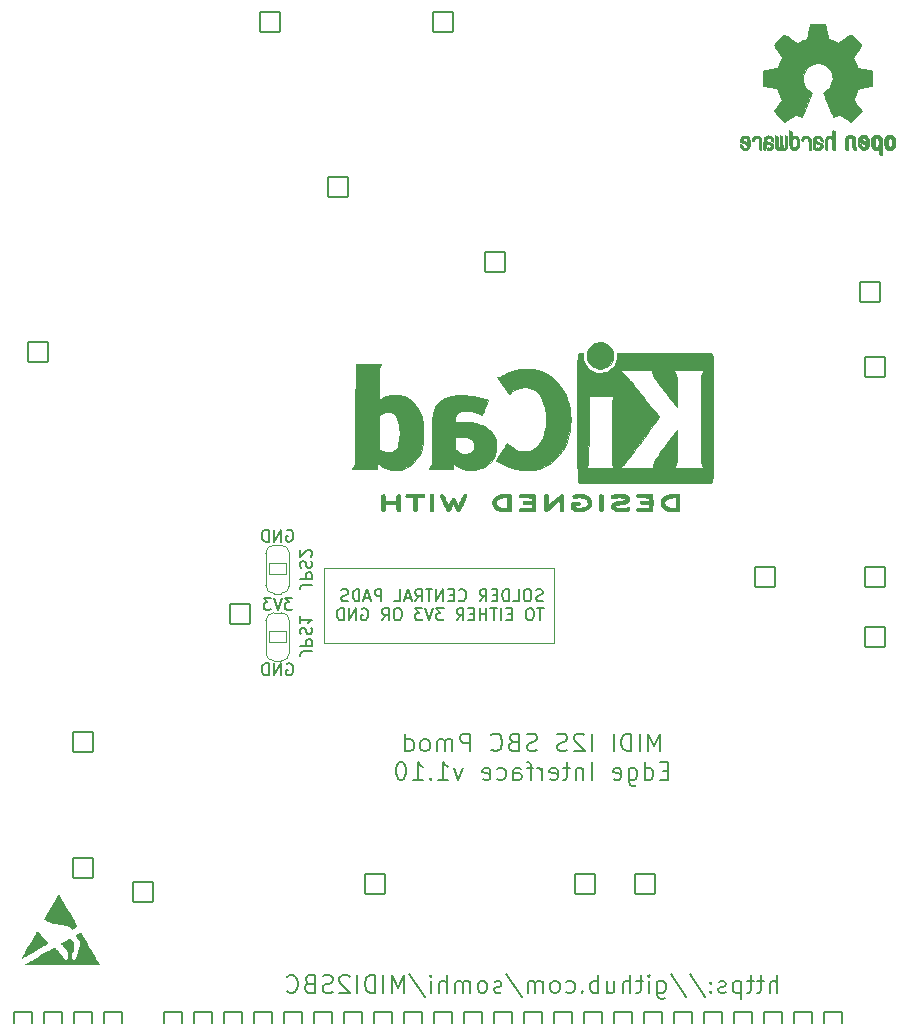
<source format=gbo>
%TF.GenerationSoftware,KiCad,Pcbnew,6.0.9-8da3e8f707~117~ubuntu20.04.1*%
%TF.CreationDate,2022-12-26T13:00:26+01:00*%
%TF.ProjectId,addon-edge-rpi-i2s-pmod,6164646f-6e2d-4656-9467-652d7270692d,1.10*%
%TF.SameCoordinates,Original*%
%TF.FileFunction,Legend,Bot*%
%TF.FilePolarity,Positive*%
%FSLAX46Y46*%
G04 Gerber Fmt 4.6, Leading zero omitted, Abs format (unit mm)*
G04 Created by KiCad (PCBNEW 6.0.9-8da3e8f707~117~ubuntu20.04.1) date 2022-12-26 13:00:26*
%MOMM*%
%LPD*%
G01*
G04 APERTURE LIST*
G04 Aperture macros list*
%AMRoundRect*
0 Rectangle with rounded corners*
0 $1 Rounding radius*
0 $2 $3 $4 $5 $6 $7 $8 $9 X,Y pos of 4 corners*
0 Add a 4 corners polygon primitive as box body*
4,1,4,$2,$3,$4,$5,$6,$7,$8,$9,$2,$3,0*
0 Add four circle primitives for the rounded corners*
1,1,$1+$1,$2,$3*
1,1,$1+$1,$4,$5*
1,1,$1+$1,$6,$7*
1,1,$1+$1,$8,$9*
0 Add four rect primitives between the rounded corners*
20,1,$1+$1,$2,$3,$4,$5,0*
20,1,$1+$1,$4,$5,$6,$7,0*
20,1,$1+$1,$6,$7,$8,$9,0*
20,1,$1+$1,$8,$9,$2,$3,0*%
%AMFreePoly0*
4,1,37,0.585355,0.785355,0.600000,0.750000,0.600000,-0.750000,0.585355,-0.785355,0.550000,-0.800000,0.000000,-0.800000,-0.012524,-0.794812,-0.080857,-0.793560,-0.094851,-0.791293,-0.230166,-0.749018,-0.242962,-0.742915,-0.360972,-0.664360,-0.371540,-0.654911,-0.462760,-0.546392,-0.470252,-0.534356,-0.527347,-0.404597,-0.531159,-0.390943,-0.548742,-0.256483,-0.547388,-0.256306,-0.550000,-0.250000,
-0.550000,0.250000,-0.549522,0.251153,-0.549368,0.263802,-0.527557,0.403879,-0.523412,0.417435,-0.463164,0.545760,-0.455381,0.557609,-0.361537,0.663867,-0.350741,0.673055,-0.230846,0.748703,-0.217905,0.754492,-0.081598,0.793449,-0.067552,0.795373,-0.011991,0.795033,0.000000,0.800000,0.550000,0.800000,0.585355,0.785355,0.585355,0.785355,$1*%
%AMFreePoly1*
4,1,37,0.012350,0.794884,0.074210,0.794507,0.088231,0.792412,0.224052,0.751793,0.236921,0.745846,0.355883,0.668739,0.366566,0.659420,0.459104,0.552023,0.466742,0.540080,0.525419,0.411028,0.529398,0.397421,0.549495,0.257088,0.550000,0.250000,0.550000,-0.250000,0.549996,-0.250610,0.549847,-0.262826,0.549158,-0.270511,0.525638,-0.410312,0.521328,-0.423818,0.459516,-0.551397,
0.451589,-0.563150,0.356454,-0.668254,0.345546,-0.677309,0.224736,-0.751486,0.211726,-0.757116,0.074953,-0.794405,0.060885,-0.796158,0.011462,-0.795252,0.000000,-0.800000,-0.550000,-0.800000,-0.585355,-0.785355,-0.600000,-0.750000,-0.600000,0.750000,-0.585355,0.785355,-0.550000,0.800000,0.000000,0.800000,0.012350,0.794884,0.012350,0.794884,$1*%
G04 Aperture macros list end*
%ADD10C,0.120000*%
%ADD11C,0.150000*%
%ADD12C,0.010000*%
%ADD13RoundRect,0.050000X0.850000X-0.850000X0.850000X0.850000X-0.850000X0.850000X-0.850000X-0.850000X0*%
%ADD14O,1.800000X1.800000*%
%ADD15C,3.300000*%
%ADD16RoundRect,0.101600X-0.762000X-2.540000X0.762000X-2.540000X0.762000X2.540000X-0.762000X2.540000X0*%
%ADD17RoundRect,0.050000X0.850000X0.850000X-0.850000X0.850000X-0.850000X-0.850000X0.850000X-0.850000X0*%
%ADD18RoundRect,0.050000X-0.850000X-0.850000X0.850000X-0.850000X0.850000X0.850000X-0.850000X0.850000X0*%
%ADD19C,2.100000*%
%ADD20RoundRect,0.050000X-0.850000X0.850000X-0.850000X-0.850000X0.850000X-0.850000X0.850000X0.850000X0*%
%ADD21FreePoly0,90.000000*%
%ADD22RoundRect,0.050000X0.750000X-0.500000X0.750000X0.500000X-0.750000X0.500000X-0.750000X-0.500000X0*%
%ADD23FreePoly1,90.000000*%
%ADD24FreePoly0,270.000000*%
%ADD25RoundRect,0.050000X-0.750000X0.500000X-0.750000X-0.500000X0.750000X-0.500000X0.750000X0.500000X0*%
%ADD26FreePoly1,270.000000*%
G04 APERTURE END LIST*
D10*
X149987000Y-102108000D02*
X169418000Y-102108000D01*
X169418000Y-102108000D02*
X169418000Y-108458000D01*
X169418000Y-108458000D02*
X149987000Y-108458000D01*
X149987000Y-108458000D02*
X149987000Y-102108000D01*
D11*
X178425714Y-117643571D02*
X178425714Y-116143571D01*
X177925714Y-117215000D01*
X177425714Y-116143571D01*
X177425714Y-117643571D01*
X176711428Y-117643571D02*
X176711428Y-116143571D01*
X175997142Y-117643571D02*
X175997142Y-116143571D01*
X175640000Y-116143571D01*
X175425714Y-116215000D01*
X175282857Y-116357857D01*
X175211428Y-116500714D01*
X175140000Y-116786428D01*
X175140000Y-117000714D01*
X175211428Y-117286428D01*
X175282857Y-117429285D01*
X175425714Y-117572142D01*
X175640000Y-117643571D01*
X175997142Y-117643571D01*
X174497142Y-117643571D02*
X174497142Y-116143571D01*
X172640000Y-117643571D02*
X172640000Y-116143571D01*
X171997142Y-116286428D02*
X171925714Y-116215000D01*
X171782857Y-116143571D01*
X171425714Y-116143571D01*
X171282857Y-116215000D01*
X171211428Y-116286428D01*
X171140000Y-116429285D01*
X171140000Y-116572142D01*
X171211428Y-116786428D01*
X172068571Y-117643571D01*
X171140000Y-117643571D01*
X170568571Y-117572142D02*
X170354285Y-117643571D01*
X169997142Y-117643571D01*
X169854285Y-117572142D01*
X169782857Y-117500714D01*
X169711428Y-117357857D01*
X169711428Y-117215000D01*
X169782857Y-117072142D01*
X169854285Y-117000714D01*
X169997142Y-116929285D01*
X170282857Y-116857857D01*
X170425714Y-116786428D01*
X170497142Y-116715000D01*
X170568571Y-116572142D01*
X170568571Y-116429285D01*
X170497142Y-116286428D01*
X170425714Y-116215000D01*
X170282857Y-116143571D01*
X169925714Y-116143571D01*
X169711428Y-116215000D01*
X167997142Y-117572142D02*
X167782857Y-117643571D01*
X167425714Y-117643571D01*
X167282857Y-117572142D01*
X167211428Y-117500714D01*
X167140000Y-117357857D01*
X167140000Y-117215000D01*
X167211428Y-117072142D01*
X167282857Y-117000714D01*
X167425714Y-116929285D01*
X167711428Y-116857857D01*
X167854285Y-116786428D01*
X167925714Y-116715000D01*
X167997142Y-116572142D01*
X167997142Y-116429285D01*
X167925714Y-116286428D01*
X167854285Y-116215000D01*
X167711428Y-116143571D01*
X167354285Y-116143571D01*
X167140000Y-116215000D01*
X165997142Y-116857857D02*
X165782857Y-116929285D01*
X165711428Y-117000714D01*
X165640000Y-117143571D01*
X165640000Y-117357857D01*
X165711428Y-117500714D01*
X165782857Y-117572142D01*
X165925714Y-117643571D01*
X166497142Y-117643571D01*
X166497142Y-116143571D01*
X165997142Y-116143571D01*
X165854285Y-116215000D01*
X165782857Y-116286428D01*
X165711428Y-116429285D01*
X165711428Y-116572142D01*
X165782857Y-116715000D01*
X165854285Y-116786428D01*
X165997142Y-116857857D01*
X166497142Y-116857857D01*
X164140000Y-117500714D02*
X164211428Y-117572142D01*
X164425714Y-117643571D01*
X164568571Y-117643571D01*
X164782857Y-117572142D01*
X164925714Y-117429285D01*
X164997142Y-117286428D01*
X165068571Y-117000714D01*
X165068571Y-116786428D01*
X164997142Y-116500714D01*
X164925714Y-116357857D01*
X164782857Y-116215000D01*
X164568571Y-116143571D01*
X164425714Y-116143571D01*
X164211428Y-116215000D01*
X164140000Y-116286428D01*
X162354285Y-117643571D02*
X162354285Y-116143571D01*
X161782857Y-116143571D01*
X161640000Y-116215000D01*
X161568571Y-116286428D01*
X161497142Y-116429285D01*
X161497142Y-116643571D01*
X161568571Y-116786428D01*
X161640000Y-116857857D01*
X161782857Y-116929285D01*
X162354285Y-116929285D01*
X160854285Y-117643571D02*
X160854285Y-116643571D01*
X160854285Y-116786428D02*
X160782857Y-116715000D01*
X160640000Y-116643571D01*
X160425714Y-116643571D01*
X160282857Y-116715000D01*
X160211428Y-116857857D01*
X160211428Y-117643571D01*
X160211428Y-116857857D02*
X160140000Y-116715000D01*
X159997142Y-116643571D01*
X159782857Y-116643571D01*
X159640000Y-116715000D01*
X159568571Y-116857857D01*
X159568571Y-117643571D01*
X158640000Y-117643571D02*
X158782857Y-117572142D01*
X158854285Y-117500714D01*
X158925714Y-117357857D01*
X158925714Y-116929285D01*
X158854285Y-116786428D01*
X158782857Y-116715000D01*
X158640000Y-116643571D01*
X158425714Y-116643571D01*
X158282857Y-116715000D01*
X158211428Y-116786428D01*
X158140000Y-116929285D01*
X158140000Y-117357857D01*
X158211428Y-117500714D01*
X158282857Y-117572142D01*
X158425714Y-117643571D01*
X158640000Y-117643571D01*
X156854285Y-117643571D02*
X156854285Y-116143571D01*
X156854285Y-117572142D02*
X156997142Y-117643571D01*
X157282857Y-117643571D01*
X157425714Y-117572142D01*
X157497142Y-117500714D01*
X157568571Y-117357857D01*
X157568571Y-116929285D01*
X157497142Y-116786428D01*
X157425714Y-116715000D01*
X157282857Y-116643571D01*
X156997142Y-116643571D01*
X156854285Y-116715000D01*
X179140000Y-119272857D02*
X178640000Y-119272857D01*
X178425714Y-120058571D02*
X179140000Y-120058571D01*
X179140000Y-118558571D01*
X178425714Y-118558571D01*
X177140000Y-120058571D02*
X177140000Y-118558571D01*
X177140000Y-119987142D02*
X177282857Y-120058571D01*
X177568571Y-120058571D01*
X177711428Y-119987142D01*
X177782857Y-119915714D01*
X177854285Y-119772857D01*
X177854285Y-119344285D01*
X177782857Y-119201428D01*
X177711428Y-119130000D01*
X177568571Y-119058571D01*
X177282857Y-119058571D01*
X177140000Y-119130000D01*
X175782857Y-119058571D02*
X175782857Y-120272857D01*
X175854285Y-120415714D01*
X175925714Y-120487142D01*
X176068571Y-120558571D01*
X176282857Y-120558571D01*
X176425714Y-120487142D01*
X175782857Y-119987142D02*
X175925714Y-120058571D01*
X176211428Y-120058571D01*
X176354285Y-119987142D01*
X176425714Y-119915714D01*
X176497142Y-119772857D01*
X176497142Y-119344285D01*
X176425714Y-119201428D01*
X176354285Y-119130000D01*
X176211428Y-119058571D01*
X175925714Y-119058571D01*
X175782857Y-119130000D01*
X174497142Y-119987142D02*
X174640000Y-120058571D01*
X174925714Y-120058571D01*
X175068571Y-119987142D01*
X175140000Y-119844285D01*
X175140000Y-119272857D01*
X175068571Y-119130000D01*
X174925714Y-119058571D01*
X174640000Y-119058571D01*
X174497142Y-119130000D01*
X174425714Y-119272857D01*
X174425714Y-119415714D01*
X175140000Y-119558571D01*
X172640000Y-120058571D02*
X172640000Y-118558571D01*
X171925714Y-119058571D02*
X171925714Y-120058571D01*
X171925714Y-119201428D02*
X171854285Y-119130000D01*
X171711428Y-119058571D01*
X171497142Y-119058571D01*
X171354285Y-119130000D01*
X171282857Y-119272857D01*
X171282857Y-120058571D01*
X170782857Y-119058571D02*
X170211428Y-119058571D01*
X170568571Y-118558571D02*
X170568571Y-119844285D01*
X170497142Y-119987142D01*
X170354285Y-120058571D01*
X170211428Y-120058571D01*
X169140000Y-119987142D02*
X169282857Y-120058571D01*
X169568571Y-120058571D01*
X169711428Y-119987142D01*
X169782857Y-119844285D01*
X169782857Y-119272857D01*
X169711428Y-119130000D01*
X169568571Y-119058571D01*
X169282857Y-119058571D01*
X169140000Y-119130000D01*
X169068571Y-119272857D01*
X169068571Y-119415714D01*
X169782857Y-119558571D01*
X168425714Y-120058571D02*
X168425714Y-119058571D01*
X168425714Y-119344285D02*
X168354285Y-119201428D01*
X168282857Y-119130000D01*
X168140000Y-119058571D01*
X167997142Y-119058571D01*
X167711428Y-119058571D02*
X167140000Y-119058571D01*
X167497142Y-120058571D02*
X167497142Y-118772857D01*
X167425714Y-118630000D01*
X167282857Y-118558571D01*
X167140000Y-118558571D01*
X165997142Y-120058571D02*
X165997142Y-119272857D01*
X166068571Y-119130000D01*
X166211428Y-119058571D01*
X166497142Y-119058571D01*
X166640000Y-119130000D01*
X165997142Y-119987142D02*
X166140000Y-120058571D01*
X166497142Y-120058571D01*
X166640000Y-119987142D01*
X166711428Y-119844285D01*
X166711428Y-119701428D01*
X166640000Y-119558571D01*
X166497142Y-119487142D01*
X166140000Y-119487142D01*
X165997142Y-119415714D01*
X164640000Y-119987142D02*
X164782857Y-120058571D01*
X165068571Y-120058571D01*
X165211428Y-119987142D01*
X165282857Y-119915714D01*
X165354285Y-119772857D01*
X165354285Y-119344285D01*
X165282857Y-119201428D01*
X165211428Y-119130000D01*
X165068571Y-119058571D01*
X164782857Y-119058571D01*
X164640000Y-119130000D01*
X163425714Y-119987142D02*
X163568571Y-120058571D01*
X163854285Y-120058571D01*
X163997142Y-119987142D01*
X164068571Y-119844285D01*
X164068571Y-119272857D01*
X163997142Y-119130000D01*
X163854285Y-119058571D01*
X163568571Y-119058571D01*
X163425714Y-119130000D01*
X163354285Y-119272857D01*
X163354285Y-119415714D01*
X164068571Y-119558571D01*
X161711428Y-119058571D02*
X161354285Y-120058571D01*
X160997142Y-119058571D01*
X159640000Y-120058571D02*
X160497142Y-120058571D01*
X160068571Y-120058571D02*
X160068571Y-118558571D01*
X160211428Y-118772857D01*
X160354285Y-118915714D01*
X160497142Y-118987142D01*
X158997142Y-119915714D02*
X158925714Y-119987142D01*
X158997142Y-120058571D01*
X159068571Y-119987142D01*
X158997142Y-119915714D01*
X158997142Y-120058571D01*
X157497142Y-120058571D02*
X158354285Y-120058571D01*
X157925714Y-120058571D02*
X157925714Y-118558571D01*
X158068571Y-118772857D01*
X158211428Y-118915714D01*
X158354285Y-118987142D01*
X156568571Y-118558571D02*
X156425714Y-118558571D01*
X156282857Y-118630000D01*
X156211428Y-118701428D01*
X156140000Y-118844285D01*
X156068571Y-119130000D01*
X156068571Y-119487142D01*
X156140000Y-119772857D01*
X156211428Y-119915714D01*
X156282857Y-119987142D01*
X156425714Y-120058571D01*
X156568571Y-120058571D01*
X156711428Y-119987142D01*
X156782857Y-119915714D01*
X156854285Y-119772857D01*
X156925714Y-119487142D01*
X156925714Y-119130000D01*
X156854285Y-118844285D01*
X156782857Y-118701428D01*
X156711428Y-118630000D01*
X156568571Y-118558571D01*
X168495023Y-104882761D02*
X168352166Y-104930380D01*
X168114071Y-104930380D01*
X168018833Y-104882761D01*
X167971214Y-104835142D01*
X167923595Y-104739904D01*
X167923595Y-104644666D01*
X167971214Y-104549428D01*
X168018833Y-104501809D01*
X168114071Y-104454190D01*
X168304547Y-104406571D01*
X168399785Y-104358952D01*
X168447404Y-104311333D01*
X168495023Y-104216095D01*
X168495023Y-104120857D01*
X168447404Y-104025619D01*
X168399785Y-103978000D01*
X168304547Y-103930380D01*
X168066452Y-103930380D01*
X167923595Y-103978000D01*
X167304547Y-103930380D02*
X167114071Y-103930380D01*
X167018833Y-103978000D01*
X166923595Y-104073238D01*
X166875976Y-104263714D01*
X166875976Y-104597047D01*
X166923595Y-104787523D01*
X167018833Y-104882761D01*
X167114071Y-104930380D01*
X167304547Y-104930380D01*
X167399785Y-104882761D01*
X167495023Y-104787523D01*
X167542642Y-104597047D01*
X167542642Y-104263714D01*
X167495023Y-104073238D01*
X167399785Y-103978000D01*
X167304547Y-103930380D01*
X165971214Y-104930380D02*
X166447404Y-104930380D01*
X166447404Y-103930380D01*
X165637880Y-104930380D02*
X165637880Y-103930380D01*
X165399785Y-103930380D01*
X165256928Y-103978000D01*
X165161690Y-104073238D01*
X165114071Y-104168476D01*
X165066452Y-104358952D01*
X165066452Y-104501809D01*
X165114071Y-104692285D01*
X165161690Y-104787523D01*
X165256928Y-104882761D01*
X165399785Y-104930380D01*
X165637880Y-104930380D01*
X164637880Y-104406571D02*
X164304547Y-104406571D01*
X164161690Y-104930380D02*
X164637880Y-104930380D01*
X164637880Y-103930380D01*
X164161690Y-103930380D01*
X163161690Y-104930380D02*
X163495023Y-104454190D01*
X163733119Y-104930380D02*
X163733119Y-103930380D01*
X163352166Y-103930380D01*
X163256928Y-103978000D01*
X163209309Y-104025619D01*
X163161690Y-104120857D01*
X163161690Y-104263714D01*
X163209309Y-104358952D01*
X163256928Y-104406571D01*
X163352166Y-104454190D01*
X163733119Y-104454190D01*
X161399785Y-104835142D02*
X161447404Y-104882761D01*
X161590261Y-104930380D01*
X161685500Y-104930380D01*
X161828357Y-104882761D01*
X161923595Y-104787523D01*
X161971214Y-104692285D01*
X162018833Y-104501809D01*
X162018833Y-104358952D01*
X161971214Y-104168476D01*
X161923595Y-104073238D01*
X161828357Y-103978000D01*
X161685500Y-103930380D01*
X161590261Y-103930380D01*
X161447404Y-103978000D01*
X161399785Y-104025619D01*
X160971214Y-104406571D02*
X160637880Y-104406571D01*
X160495023Y-104930380D02*
X160971214Y-104930380D01*
X160971214Y-103930380D01*
X160495023Y-103930380D01*
X160066452Y-104930380D02*
X160066452Y-103930380D01*
X159495023Y-104930380D01*
X159495023Y-103930380D01*
X159161690Y-103930380D02*
X158590261Y-103930380D01*
X158875976Y-104930380D02*
X158875976Y-103930380D01*
X157685500Y-104930380D02*
X158018833Y-104454190D01*
X158256928Y-104930380D02*
X158256928Y-103930380D01*
X157875976Y-103930380D01*
X157780738Y-103978000D01*
X157733119Y-104025619D01*
X157685500Y-104120857D01*
X157685500Y-104263714D01*
X157733119Y-104358952D01*
X157780738Y-104406571D01*
X157875976Y-104454190D01*
X158256928Y-104454190D01*
X157304547Y-104644666D02*
X156828357Y-104644666D01*
X157399785Y-104930380D02*
X157066452Y-103930380D01*
X156733119Y-104930380D01*
X155923595Y-104930380D02*
X156399785Y-104930380D01*
X156399785Y-103930380D01*
X154828357Y-104930380D02*
X154828357Y-103930380D01*
X154447404Y-103930380D01*
X154352166Y-103978000D01*
X154304547Y-104025619D01*
X154256928Y-104120857D01*
X154256928Y-104263714D01*
X154304547Y-104358952D01*
X154352166Y-104406571D01*
X154447404Y-104454190D01*
X154828357Y-104454190D01*
X153875976Y-104644666D02*
X153399785Y-104644666D01*
X153971214Y-104930380D02*
X153637880Y-103930380D01*
X153304547Y-104930380D01*
X152971214Y-104930380D02*
X152971214Y-103930380D01*
X152733119Y-103930380D01*
X152590261Y-103978000D01*
X152495023Y-104073238D01*
X152447404Y-104168476D01*
X152399785Y-104358952D01*
X152399785Y-104501809D01*
X152447404Y-104692285D01*
X152495023Y-104787523D01*
X152590261Y-104882761D01*
X152733119Y-104930380D01*
X152971214Y-104930380D01*
X152018833Y-104882761D02*
X151875976Y-104930380D01*
X151637880Y-104930380D01*
X151542642Y-104882761D01*
X151495023Y-104835142D01*
X151447404Y-104739904D01*
X151447404Y-104644666D01*
X151495023Y-104549428D01*
X151542642Y-104501809D01*
X151637880Y-104454190D01*
X151828357Y-104406571D01*
X151923595Y-104358952D01*
X151971214Y-104311333D01*
X152018833Y-104216095D01*
X152018833Y-104120857D01*
X151971214Y-104025619D01*
X151923595Y-103978000D01*
X151828357Y-103930380D01*
X151590261Y-103930380D01*
X151447404Y-103978000D01*
X168590261Y-105540380D02*
X168018833Y-105540380D01*
X168304547Y-106540380D02*
X168304547Y-105540380D01*
X167495023Y-105540380D02*
X167304547Y-105540380D01*
X167209309Y-105588000D01*
X167114071Y-105683238D01*
X167066452Y-105873714D01*
X167066452Y-106207047D01*
X167114071Y-106397523D01*
X167209309Y-106492761D01*
X167304547Y-106540380D01*
X167495023Y-106540380D01*
X167590261Y-106492761D01*
X167685500Y-106397523D01*
X167733119Y-106207047D01*
X167733119Y-105873714D01*
X167685500Y-105683238D01*
X167590261Y-105588000D01*
X167495023Y-105540380D01*
X165875976Y-106016571D02*
X165542642Y-106016571D01*
X165399785Y-106540380D02*
X165875976Y-106540380D01*
X165875976Y-105540380D01*
X165399785Y-105540380D01*
X164971214Y-106540380D02*
X164971214Y-105540380D01*
X164637880Y-105540380D02*
X164066452Y-105540380D01*
X164352166Y-106540380D02*
X164352166Y-105540380D01*
X163733119Y-106540380D02*
X163733119Y-105540380D01*
X163733119Y-106016571D02*
X163161690Y-106016571D01*
X163161690Y-106540380D02*
X163161690Y-105540380D01*
X162685500Y-106016571D02*
X162352166Y-106016571D01*
X162209309Y-106540380D02*
X162685500Y-106540380D01*
X162685500Y-105540380D01*
X162209309Y-105540380D01*
X161209309Y-106540380D02*
X161542642Y-106064190D01*
X161780738Y-106540380D02*
X161780738Y-105540380D01*
X161399785Y-105540380D01*
X161304547Y-105588000D01*
X161256928Y-105635619D01*
X161209309Y-105730857D01*
X161209309Y-105873714D01*
X161256928Y-105968952D01*
X161304547Y-106016571D01*
X161399785Y-106064190D01*
X161780738Y-106064190D01*
X160114071Y-105540380D02*
X159495023Y-105540380D01*
X159828357Y-105921333D01*
X159685500Y-105921333D01*
X159590261Y-105968952D01*
X159542642Y-106016571D01*
X159495023Y-106111809D01*
X159495023Y-106349904D01*
X159542642Y-106445142D01*
X159590261Y-106492761D01*
X159685500Y-106540380D01*
X159971214Y-106540380D01*
X160066452Y-106492761D01*
X160114071Y-106445142D01*
X159209309Y-105540380D02*
X158875976Y-106540380D01*
X158542642Y-105540380D01*
X158304547Y-105540380D02*
X157685500Y-105540380D01*
X158018833Y-105921333D01*
X157875976Y-105921333D01*
X157780738Y-105968952D01*
X157733119Y-106016571D01*
X157685500Y-106111809D01*
X157685500Y-106349904D01*
X157733119Y-106445142D01*
X157780738Y-106492761D01*
X157875976Y-106540380D01*
X158161690Y-106540380D01*
X158256928Y-106492761D01*
X158304547Y-106445142D01*
X156304547Y-105540380D02*
X156114071Y-105540380D01*
X156018833Y-105588000D01*
X155923595Y-105683238D01*
X155875976Y-105873714D01*
X155875976Y-106207047D01*
X155923595Y-106397523D01*
X156018833Y-106492761D01*
X156114071Y-106540380D01*
X156304547Y-106540380D01*
X156399785Y-106492761D01*
X156495023Y-106397523D01*
X156542642Y-106207047D01*
X156542642Y-105873714D01*
X156495023Y-105683238D01*
X156399785Y-105588000D01*
X156304547Y-105540380D01*
X154875976Y-106540380D02*
X155209309Y-106064190D01*
X155447404Y-106540380D02*
X155447404Y-105540380D01*
X155066452Y-105540380D01*
X154971214Y-105588000D01*
X154923595Y-105635619D01*
X154875976Y-105730857D01*
X154875976Y-105873714D01*
X154923595Y-105968952D01*
X154971214Y-106016571D01*
X155066452Y-106064190D01*
X155447404Y-106064190D01*
X153161690Y-105588000D02*
X153256928Y-105540380D01*
X153399785Y-105540380D01*
X153542642Y-105588000D01*
X153637880Y-105683238D01*
X153685500Y-105778476D01*
X153733119Y-105968952D01*
X153733119Y-106111809D01*
X153685500Y-106302285D01*
X153637880Y-106397523D01*
X153542642Y-106492761D01*
X153399785Y-106540380D01*
X153304547Y-106540380D01*
X153161690Y-106492761D01*
X153114071Y-106445142D01*
X153114071Y-106111809D01*
X153304547Y-106111809D01*
X152685500Y-106540380D02*
X152685500Y-105540380D01*
X152114071Y-106540380D01*
X152114071Y-105540380D01*
X151637880Y-106540380D02*
X151637880Y-105540380D01*
X151399785Y-105540380D01*
X151256928Y-105588000D01*
X151161690Y-105683238D01*
X151114071Y-105778476D01*
X151066452Y-105968952D01*
X151066452Y-106111809D01*
X151114071Y-106302285D01*
X151161690Y-106397523D01*
X151256928Y-106492761D01*
X151399785Y-106540380D01*
X151637880Y-106540380D01*
X188354285Y-138092571D02*
X188354285Y-136592571D01*
X187711428Y-138092571D02*
X187711428Y-137306857D01*
X187782857Y-137164000D01*
X187925714Y-137092571D01*
X188140000Y-137092571D01*
X188282857Y-137164000D01*
X188354285Y-137235428D01*
X187211428Y-137092571D02*
X186640000Y-137092571D01*
X186997142Y-136592571D02*
X186997142Y-137878285D01*
X186925714Y-138021142D01*
X186782857Y-138092571D01*
X186640000Y-138092571D01*
X186354285Y-137092571D02*
X185782857Y-137092571D01*
X186140000Y-136592571D02*
X186140000Y-137878285D01*
X186068571Y-138021142D01*
X185925714Y-138092571D01*
X185782857Y-138092571D01*
X185282857Y-137092571D02*
X185282857Y-138592571D01*
X185282857Y-137164000D02*
X185140000Y-137092571D01*
X184854285Y-137092571D01*
X184711428Y-137164000D01*
X184640000Y-137235428D01*
X184568571Y-137378285D01*
X184568571Y-137806857D01*
X184640000Y-137949714D01*
X184711428Y-138021142D01*
X184854285Y-138092571D01*
X185140000Y-138092571D01*
X185282857Y-138021142D01*
X183997142Y-138021142D02*
X183854285Y-138092571D01*
X183568571Y-138092571D01*
X183425714Y-138021142D01*
X183354285Y-137878285D01*
X183354285Y-137806857D01*
X183425714Y-137664000D01*
X183568571Y-137592571D01*
X183782857Y-137592571D01*
X183925714Y-137521142D01*
X183997142Y-137378285D01*
X183997142Y-137306857D01*
X183925714Y-137164000D01*
X183782857Y-137092571D01*
X183568571Y-137092571D01*
X183425714Y-137164000D01*
X182711428Y-137949714D02*
X182640000Y-138021142D01*
X182711428Y-138092571D01*
X182782857Y-138021142D01*
X182711428Y-137949714D01*
X182711428Y-138092571D01*
X182711428Y-137164000D02*
X182640000Y-137235428D01*
X182711428Y-137306857D01*
X182782857Y-137235428D01*
X182711428Y-137164000D01*
X182711428Y-137306857D01*
X180925714Y-136521142D02*
X182211428Y-138449714D01*
X179354285Y-136521142D02*
X180640000Y-138449714D01*
X178211428Y-137092571D02*
X178211428Y-138306857D01*
X178282857Y-138449714D01*
X178354285Y-138521142D01*
X178497142Y-138592571D01*
X178711428Y-138592571D01*
X178854285Y-138521142D01*
X178211428Y-138021142D02*
X178354285Y-138092571D01*
X178640000Y-138092571D01*
X178782857Y-138021142D01*
X178854285Y-137949714D01*
X178925714Y-137806857D01*
X178925714Y-137378285D01*
X178854285Y-137235428D01*
X178782857Y-137164000D01*
X178640000Y-137092571D01*
X178354285Y-137092571D01*
X178211428Y-137164000D01*
X177497142Y-138092571D02*
X177497142Y-137092571D01*
X177497142Y-136592571D02*
X177568571Y-136664000D01*
X177497142Y-136735428D01*
X177425714Y-136664000D01*
X177497142Y-136592571D01*
X177497142Y-136735428D01*
X176997142Y-137092571D02*
X176425714Y-137092571D01*
X176782857Y-136592571D02*
X176782857Y-137878285D01*
X176711428Y-138021142D01*
X176568571Y-138092571D01*
X176425714Y-138092571D01*
X175925714Y-138092571D02*
X175925714Y-136592571D01*
X175282857Y-138092571D02*
X175282857Y-137306857D01*
X175354285Y-137164000D01*
X175497142Y-137092571D01*
X175711428Y-137092571D01*
X175854285Y-137164000D01*
X175925714Y-137235428D01*
X173925714Y-137092571D02*
X173925714Y-138092571D01*
X174568571Y-137092571D02*
X174568571Y-137878285D01*
X174497142Y-138021142D01*
X174354285Y-138092571D01*
X174139999Y-138092571D01*
X173997142Y-138021142D01*
X173925714Y-137949714D01*
X173211428Y-138092571D02*
X173211428Y-136592571D01*
X173211428Y-137164000D02*
X173068571Y-137092571D01*
X172782857Y-137092571D01*
X172639999Y-137164000D01*
X172568571Y-137235428D01*
X172497142Y-137378285D01*
X172497142Y-137806857D01*
X172568571Y-137949714D01*
X172639999Y-138021142D01*
X172782857Y-138092571D01*
X173068571Y-138092571D01*
X173211428Y-138021142D01*
X171854285Y-137949714D02*
X171782857Y-138021142D01*
X171854285Y-138092571D01*
X171925714Y-138021142D01*
X171854285Y-137949714D01*
X171854285Y-138092571D01*
X170497142Y-138021142D02*
X170639999Y-138092571D01*
X170925714Y-138092571D01*
X171068571Y-138021142D01*
X171139999Y-137949714D01*
X171211428Y-137806857D01*
X171211428Y-137378285D01*
X171139999Y-137235428D01*
X171068571Y-137164000D01*
X170925714Y-137092571D01*
X170639999Y-137092571D01*
X170497142Y-137164000D01*
X169639999Y-138092571D02*
X169782857Y-138021142D01*
X169854285Y-137949714D01*
X169925714Y-137806857D01*
X169925714Y-137378285D01*
X169854285Y-137235428D01*
X169782857Y-137164000D01*
X169639999Y-137092571D01*
X169425714Y-137092571D01*
X169282857Y-137164000D01*
X169211428Y-137235428D01*
X169139999Y-137378285D01*
X169139999Y-137806857D01*
X169211428Y-137949714D01*
X169282857Y-138021142D01*
X169425714Y-138092571D01*
X169639999Y-138092571D01*
X168497142Y-138092571D02*
X168497142Y-137092571D01*
X168497142Y-137235428D02*
X168425714Y-137164000D01*
X168282857Y-137092571D01*
X168068571Y-137092571D01*
X167925714Y-137164000D01*
X167854285Y-137306857D01*
X167854285Y-138092571D01*
X167854285Y-137306857D02*
X167782857Y-137164000D01*
X167639999Y-137092571D01*
X167425714Y-137092571D01*
X167282857Y-137164000D01*
X167211428Y-137306857D01*
X167211428Y-138092571D01*
X165425714Y-136521142D02*
X166711428Y-138449714D01*
X164997142Y-138021142D02*
X164854285Y-138092571D01*
X164568571Y-138092571D01*
X164425714Y-138021142D01*
X164354285Y-137878285D01*
X164354285Y-137806857D01*
X164425714Y-137664000D01*
X164568571Y-137592571D01*
X164782857Y-137592571D01*
X164925714Y-137521142D01*
X164997142Y-137378285D01*
X164997142Y-137306857D01*
X164925714Y-137164000D01*
X164782857Y-137092571D01*
X164568571Y-137092571D01*
X164425714Y-137164000D01*
X163497142Y-138092571D02*
X163639999Y-138021142D01*
X163711428Y-137949714D01*
X163782857Y-137806857D01*
X163782857Y-137378285D01*
X163711428Y-137235428D01*
X163639999Y-137164000D01*
X163497142Y-137092571D01*
X163282857Y-137092571D01*
X163139999Y-137164000D01*
X163068571Y-137235428D01*
X162997142Y-137378285D01*
X162997142Y-137806857D01*
X163068571Y-137949714D01*
X163139999Y-138021142D01*
X163282857Y-138092571D01*
X163497142Y-138092571D01*
X162354285Y-138092571D02*
X162354285Y-137092571D01*
X162354285Y-137235428D02*
X162282857Y-137164000D01*
X162139999Y-137092571D01*
X161925714Y-137092571D01*
X161782857Y-137164000D01*
X161711428Y-137306857D01*
X161711428Y-138092571D01*
X161711428Y-137306857D02*
X161639999Y-137164000D01*
X161497142Y-137092571D01*
X161282857Y-137092571D01*
X161139999Y-137164000D01*
X161068571Y-137306857D01*
X161068571Y-138092571D01*
X160354285Y-138092571D02*
X160354285Y-136592571D01*
X159711428Y-138092571D02*
X159711428Y-137306857D01*
X159782857Y-137164000D01*
X159925714Y-137092571D01*
X160139999Y-137092571D01*
X160282857Y-137164000D01*
X160354285Y-137235428D01*
X158997142Y-138092571D02*
X158997142Y-137092571D01*
X158997142Y-136592571D02*
X159068571Y-136664000D01*
X158997142Y-136735428D01*
X158925714Y-136664000D01*
X158997142Y-136592571D01*
X158997142Y-136735428D01*
X157211428Y-136521142D02*
X158497142Y-138449714D01*
X156711428Y-138092571D02*
X156711428Y-136592571D01*
X156211428Y-137664000D01*
X155711428Y-136592571D01*
X155711428Y-138092571D01*
X154997142Y-138092571D02*
X154997142Y-136592571D01*
X154282857Y-138092571D02*
X154282857Y-136592571D01*
X153925714Y-136592571D01*
X153711428Y-136664000D01*
X153568571Y-136806857D01*
X153497142Y-136949714D01*
X153425714Y-137235428D01*
X153425714Y-137449714D01*
X153497142Y-137735428D01*
X153568571Y-137878285D01*
X153711428Y-138021142D01*
X153925714Y-138092571D01*
X154282857Y-138092571D01*
X152782857Y-138092571D02*
X152782857Y-136592571D01*
X152139999Y-136735428D02*
X152068571Y-136664000D01*
X151925714Y-136592571D01*
X151568571Y-136592571D01*
X151425714Y-136664000D01*
X151354285Y-136735428D01*
X151282857Y-136878285D01*
X151282857Y-137021142D01*
X151354285Y-137235428D01*
X152211428Y-138092571D01*
X151282857Y-138092571D01*
X150711428Y-138021142D02*
X150497142Y-138092571D01*
X150139999Y-138092571D01*
X149997142Y-138021142D01*
X149925714Y-137949714D01*
X149854285Y-137806857D01*
X149854285Y-137664000D01*
X149925714Y-137521142D01*
X149997142Y-137449714D01*
X150139999Y-137378285D01*
X150425714Y-137306857D01*
X150568571Y-137235428D01*
X150639999Y-137164000D01*
X150711428Y-137021142D01*
X150711428Y-136878285D01*
X150639999Y-136735428D01*
X150568571Y-136664000D01*
X150425714Y-136592571D01*
X150068571Y-136592571D01*
X149854285Y-136664000D01*
X148711428Y-137306857D02*
X148497142Y-137378285D01*
X148425714Y-137449714D01*
X148354285Y-137592571D01*
X148354285Y-137806857D01*
X148425714Y-137949714D01*
X148497142Y-138021142D01*
X148639999Y-138092571D01*
X149211428Y-138092571D01*
X149211428Y-136592571D01*
X148711428Y-136592571D01*
X148568571Y-136664000D01*
X148497142Y-136735428D01*
X148425714Y-136878285D01*
X148425714Y-137021142D01*
X148497142Y-137164000D01*
X148568571Y-137235428D01*
X148711428Y-137306857D01*
X149211428Y-137306857D01*
X146854285Y-137949714D02*
X146925714Y-138021142D01*
X147139999Y-138092571D01*
X147282857Y-138092571D01*
X147497142Y-138021142D01*
X147639999Y-137878285D01*
X147711428Y-137735428D01*
X147782857Y-137449714D01*
X147782857Y-137235428D01*
X147711428Y-136949714D01*
X147639999Y-136806857D01*
X147497142Y-136664000D01*
X147282857Y-136592571D01*
X147139999Y-136592571D01*
X146925714Y-136664000D01*
X146854285Y-136735428D01*
%TO.C,JPS1*%
X148947619Y-109184523D02*
X148233333Y-109184523D01*
X148090476Y-109232142D01*
X147995238Y-109327380D01*
X147947619Y-109470238D01*
X147947619Y-109565476D01*
X147947619Y-108708333D02*
X148947619Y-108708333D01*
X148947619Y-108327380D01*
X148900000Y-108232142D01*
X148852380Y-108184523D01*
X148757142Y-108136904D01*
X148614285Y-108136904D01*
X148519047Y-108184523D01*
X148471428Y-108232142D01*
X148423809Y-108327380D01*
X148423809Y-108708333D01*
X147995238Y-107755952D02*
X147947619Y-107613095D01*
X147947619Y-107375000D01*
X147995238Y-107279761D01*
X148042857Y-107232142D01*
X148138095Y-107184523D01*
X148233333Y-107184523D01*
X148328571Y-107232142D01*
X148376190Y-107279761D01*
X148423809Y-107375000D01*
X148471428Y-107565476D01*
X148519047Y-107660714D01*
X148566666Y-107708333D01*
X148661904Y-107755952D01*
X148757142Y-107755952D01*
X148852380Y-107708333D01*
X148900000Y-107660714D01*
X148947619Y-107565476D01*
X148947619Y-107327380D01*
X148900000Y-107184523D01*
X147947619Y-106232142D02*
X147947619Y-106803571D01*
X147947619Y-106517857D02*
X148947619Y-106517857D01*
X148804761Y-106613095D01*
X148709523Y-106708333D01*
X148661904Y-106803571D01*
X146811904Y-110250000D02*
X146907142Y-110202380D01*
X147050000Y-110202380D01*
X147192857Y-110250000D01*
X147288095Y-110345238D01*
X147335714Y-110440476D01*
X147383333Y-110630952D01*
X147383333Y-110773809D01*
X147335714Y-110964285D01*
X147288095Y-111059523D01*
X147192857Y-111154761D01*
X147050000Y-111202380D01*
X146954761Y-111202380D01*
X146811904Y-111154761D01*
X146764285Y-111107142D01*
X146764285Y-110773809D01*
X146954761Y-110773809D01*
X146335714Y-111202380D02*
X146335714Y-110202380D01*
X145764285Y-111202380D01*
X145764285Y-110202380D01*
X145288095Y-111202380D02*
X145288095Y-110202380D01*
X145050000Y-110202380D01*
X144907142Y-110250000D01*
X144811904Y-110345238D01*
X144764285Y-110440476D01*
X144716666Y-110630952D01*
X144716666Y-110773809D01*
X144764285Y-110964285D01*
X144811904Y-111059523D01*
X144907142Y-111154761D01*
X145050000Y-111202380D01*
X145288095Y-111202380D01*
%TO.C,JPS2*%
X148947619Y-103539523D02*
X148233333Y-103539523D01*
X148090476Y-103587142D01*
X147995238Y-103682380D01*
X147947619Y-103825238D01*
X147947619Y-103920476D01*
X147947619Y-103063333D02*
X148947619Y-103063333D01*
X148947619Y-102682380D01*
X148900000Y-102587142D01*
X148852380Y-102539523D01*
X148757142Y-102491904D01*
X148614285Y-102491904D01*
X148519047Y-102539523D01*
X148471428Y-102587142D01*
X148423809Y-102682380D01*
X148423809Y-103063333D01*
X147995238Y-102110952D02*
X147947619Y-101968095D01*
X147947619Y-101730000D01*
X147995238Y-101634761D01*
X148042857Y-101587142D01*
X148138095Y-101539523D01*
X148233333Y-101539523D01*
X148328571Y-101587142D01*
X148376190Y-101634761D01*
X148423809Y-101730000D01*
X148471428Y-101920476D01*
X148519047Y-102015714D01*
X148566666Y-102063333D01*
X148661904Y-102110952D01*
X148757142Y-102110952D01*
X148852380Y-102063333D01*
X148900000Y-102015714D01*
X148947619Y-101920476D01*
X148947619Y-101682380D01*
X148900000Y-101539523D01*
X148852380Y-101158571D02*
X148900000Y-101110952D01*
X148947619Y-101015714D01*
X148947619Y-100777619D01*
X148900000Y-100682380D01*
X148852380Y-100634761D01*
X148757142Y-100587142D01*
X148661904Y-100587142D01*
X148519047Y-100634761D01*
X147947619Y-101206190D01*
X147947619Y-100587142D01*
X146811904Y-98935000D02*
X146907142Y-98887380D01*
X147050000Y-98887380D01*
X147192857Y-98935000D01*
X147288095Y-99030238D01*
X147335714Y-99125476D01*
X147383333Y-99315952D01*
X147383333Y-99458809D01*
X147335714Y-99649285D01*
X147288095Y-99744523D01*
X147192857Y-99839761D01*
X147050000Y-99887380D01*
X146954761Y-99887380D01*
X146811904Y-99839761D01*
X146764285Y-99792142D01*
X146764285Y-99458809D01*
X146954761Y-99458809D01*
X146335714Y-99887380D02*
X146335714Y-98887380D01*
X145764285Y-99887380D01*
X145764285Y-98887380D01*
X145288095Y-99887380D02*
X145288095Y-98887380D01*
X145050000Y-98887380D01*
X144907142Y-98935000D01*
X144811904Y-99030238D01*
X144764285Y-99125476D01*
X144716666Y-99315952D01*
X144716666Y-99458809D01*
X144764285Y-99649285D01*
X144811904Y-99744523D01*
X144907142Y-99839761D01*
X145050000Y-99887380D01*
X145288095Y-99887380D01*
X147288095Y-104652380D02*
X146669047Y-104652380D01*
X147002380Y-105033333D01*
X146859523Y-105033333D01*
X146764285Y-105080952D01*
X146716666Y-105128571D01*
X146669047Y-105223809D01*
X146669047Y-105461904D01*
X146716666Y-105557142D01*
X146764285Y-105604761D01*
X146859523Y-105652380D01*
X147145238Y-105652380D01*
X147240476Y-105604761D01*
X147288095Y-105557142D01*
X146383333Y-104652380D02*
X146050000Y-105652380D01*
X145716666Y-104652380D01*
X145478571Y-104652380D02*
X144859523Y-104652380D01*
X145192857Y-105033333D01*
X145050000Y-105033333D01*
X144954761Y-105080952D01*
X144907142Y-105128571D01*
X144859523Y-105223809D01*
X144859523Y-105461904D01*
X144907142Y-105557142D01*
X144954761Y-105604761D01*
X145050000Y-105652380D01*
X145335714Y-105652380D01*
X145430952Y-105604761D01*
X145478571Y-105557142D01*
D10*
%TO.C,JPS1*%
X147050000Y-109350000D02*
X147050000Y-106550000D01*
X145750000Y-110000000D02*
X146350000Y-110000000D01*
X145050000Y-106550000D02*
X145050000Y-109350000D01*
X146350000Y-105900000D02*
X145750000Y-105900000D01*
X146350000Y-110000000D02*
G75*
G03*
X147050000Y-109300000I1J699999D01*
G01*
X147050000Y-106600000D02*
G75*
G03*
X146350000Y-105900000I-700000J0D01*
G01*
X145750000Y-105900000D02*
G75*
G03*
X145050000Y-106600000I0J-700000D01*
G01*
X145050000Y-109300000D02*
G75*
G03*
X145750000Y-110000000I699999J-1D01*
G01*
%TO.C,LO1*%
G36*
X165808906Y-97148188D02*
G01*
X165803022Y-97194235D01*
X165794832Y-97225979D01*
X165783955Y-97248925D01*
X165770012Y-97268574D01*
X165723009Y-97328329D01*
X165390146Y-97327136D01*
X165320244Y-97326537D01*
X165122398Y-97319645D01*
X164959752Y-97304212D01*
X164824964Y-97278985D01*
X164710689Y-97242714D01*
X164609586Y-97194148D01*
X164602839Y-97190297D01*
X164486699Y-97116533D01*
X164401613Y-97042271D01*
X164335687Y-96954912D01*
X164277027Y-96841855D01*
X164268425Y-96822539D01*
X164223068Y-96695603D01*
X164211548Y-96604086D01*
X164511371Y-96604086D01*
X164522646Y-96653764D01*
X164534150Y-96685661D01*
X164600303Y-96806013D01*
X164695403Y-96897928D01*
X164823503Y-96964494D01*
X164988655Y-97008800D01*
X164994268Y-97009809D01*
X165087252Y-97021787D01*
X165200548Y-97030280D01*
X165310913Y-97033508D01*
X165499516Y-97033508D01*
X165499516Y-96149043D01*
X165323757Y-96149943D01*
X165189320Y-96154918D01*
X165003699Y-96177521D01*
X164844361Y-96216774D01*
X164719858Y-96270963D01*
X164657702Y-96312605D01*
X164601211Y-96372403D01*
X164554324Y-96457638D01*
X164540006Y-96489713D01*
X164516253Y-96555006D01*
X164511371Y-96604086D01*
X164211548Y-96604086D01*
X164209064Y-96584352D01*
X164226344Y-96473808D01*
X164274843Y-96348989D01*
X164276442Y-96345588D01*
X164357706Y-96206125D01*
X164459527Y-96092422D01*
X164585538Y-96002889D01*
X164739374Y-95935934D01*
X164924667Y-95889969D01*
X165145052Y-95863401D01*
X165404163Y-95854640D01*
X165411338Y-95854630D01*
X165531915Y-95854911D01*
X165616150Y-95856993D01*
X165672629Y-95862204D01*
X165709932Y-95871872D01*
X165736645Y-95887324D01*
X165761350Y-95909887D01*
X165817016Y-95965553D01*
X165817016Y-96587186D01*
X165816965Y-96710947D01*
X165816512Y-96869221D01*
X165815271Y-96991184D01*
X165814152Y-97033508D01*
X165812862Y-97082339D01*
X165808906Y-97148188D01*
G37*
D12*
X165808906Y-97148188D02*
X165803022Y-97194235D01*
X165794832Y-97225979D01*
X165783955Y-97248925D01*
X165770012Y-97268574D01*
X165723009Y-97328329D01*
X165390146Y-97327136D01*
X165320244Y-97326537D01*
X165122398Y-97319645D01*
X164959752Y-97304212D01*
X164824964Y-97278985D01*
X164710689Y-97242714D01*
X164609586Y-97194148D01*
X164602839Y-97190297D01*
X164486699Y-97116533D01*
X164401613Y-97042271D01*
X164335687Y-96954912D01*
X164277027Y-96841855D01*
X164268425Y-96822539D01*
X164223068Y-96695603D01*
X164211548Y-96604086D01*
X164511371Y-96604086D01*
X164522646Y-96653764D01*
X164534150Y-96685661D01*
X164600303Y-96806013D01*
X164695403Y-96897928D01*
X164823503Y-96964494D01*
X164988655Y-97008800D01*
X164994268Y-97009809D01*
X165087252Y-97021787D01*
X165200548Y-97030280D01*
X165310913Y-97033508D01*
X165499516Y-97033508D01*
X165499516Y-96149043D01*
X165323757Y-96149943D01*
X165189320Y-96154918D01*
X165003699Y-96177521D01*
X164844361Y-96216774D01*
X164719858Y-96270963D01*
X164657702Y-96312605D01*
X164601211Y-96372403D01*
X164554324Y-96457638D01*
X164540006Y-96489713D01*
X164516253Y-96555006D01*
X164511371Y-96604086D01*
X164211548Y-96604086D01*
X164209064Y-96584352D01*
X164226344Y-96473808D01*
X164274843Y-96348989D01*
X164276442Y-96345588D01*
X164357706Y-96206125D01*
X164459527Y-96092422D01*
X164585538Y-96002889D01*
X164739374Y-95935934D01*
X164924667Y-95889969D01*
X165145052Y-95863401D01*
X165404163Y-95854640D01*
X165411338Y-95854630D01*
X165531915Y-95854911D01*
X165616150Y-95856993D01*
X165672629Y-95862204D01*
X165709932Y-95871872D01*
X165736645Y-95887324D01*
X165761350Y-95909887D01*
X165817016Y-95965553D01*
X165817016Y-96587186D01*
X165816965Y-96710947D01*
X165816512Y-96869221D01*
X165815271Y-96991184D01*
X165814152Y-97033508D01*
X165812862Y-97082339D01*
X165808906Y-97148188D01*
G36*
X159996149Y-95873129D02*
G01*
X160032230Y-95910316D01*
X160073615Y-95972757D01*
X160123501Y-96064535D01*
X160185085Y-96189736D01*
X160261564Y-96352445D01*
X160290962Y-96415492D01*
X160350725Y-96542422D01*
X160403148Y-96652122D01*
X160445324Y-96738599D01*
X160474347Y-96795860D01*
X160487310Y-96817912D01*
X160490040Y-96816745D01*
X160510113Y-96788726D01*
X160544849Y-96729386D01*
X160590245Y-96645781D01*
X160642293Y-96544964D01*
X160674381Y-96481706D01*
X160732539Y-96370504D01*
X160777717Y-96292122D01*
X160814311Y-96240940D01*
X160846717Y-96211338D01*
X160879331Y-96197698D01*
X160916549Y-96194400D01*
X160937648Y-96195355D01*
X160970024Y-96203807D01*
X161000789Y-96225631D01*
X161034133Y-96266358D01*
X161074249Y-96331517D01*
X161125328Y-96426641D01*
X161191562Y-96557258D01*
X161211114Y-96595940D01*
X161260248Y-96689694D01*
X161300900Y-96762342D01*
X161329291Y-96807319D01*
X161341644Y-96818061D01*
X161344391Y-96811490D01*
X161363223Y-96769484D01*
X161397096Y-96695277D01*
X161443133Y-96595129D01*
X161498461Y-96475301D01*
X161560206Y-96342052D01*
X161613874Y-96227100D01*
X161673385Y-96102569D01*
X161719733Y-96010681D01*
X161755851Y-95946313D01*
X161784673Y-95904340D01*
X161809134Y-95879636D01*
X161832169Y-95867078D01*
X161851072Y-95861267D01*
X161901507Y-95860969D01*
X161956034Y-95891791D01*
X161958647Y-95893769D01*
X162003012Y-95939243D01*
X162025208Y-95983891D01*
X162025301Y-95985176D01*
X162016178Y-96020658D01*
X161990335Y-96090098D01*
X161950641Y-96187220D01*
X161899967Y-96305746D01*
X161841183Y-96439399D01*
X161777159Y-96581903D01*
X161710766Y-96726981D01*
X161644874Y-96868355D01*
X161582353Y-96999749D01*
X161526074Y-97114885D01*
X161478907Y-97207487D01*
X161443722Y-97271278D01*
X161423389Y-97299981D01*
X161354267Y-97326838D01*
X161270500Y-97314058D01*
X161259723Y-97304622D01*
X161227924Y-97260122D01*
X161183322Y-97186273D01*
X161130252Y-97090412D01*
X161073050Y-96979878D01*
X160912791Y-96659969D01*
X160765763Y-96954462D01*
X160746285Y-96993215D01*
X160692087Y-97098378D01*
X160643815Y-97188357D01*
X160606119Y-97254621D01*
X160583647Y-97288641D01*
X160581345Y-97291139D01*
X160524853Y-97321849D01*
X160454415Y-97325231D01*
X160392056Y-97299981D01*
X160387182Y-97294257D01*
X160362552Y-97252822D01*
X160322902Y-97177385D01*
X160270861Y-97073266D01*
X160209062Y-96945786D01*
X160140134Y-96800264D01*
X160066709Y-96642022D01*
X160026047Y-96553381D01*
X159952173Y-96391205D01*
X159895006Y-96263280D01*
X159852769Y-96164974D01*
X159823685Y-96091657D01*
X159805978Y-96038697D01*
X159797871Y-96001466D01*
X159797586Y-95975330D01*
X159803348Y-95955661D01*
X159832793Y-95913710D01*
X159886235Y-95872926D01*
X159887754Y-95872238D01*
X159927108Y-95858174D01*
X159962174Y-95857110D01*
X159996149Y-95873129D01*
G37*
X159996149Y-95873129D02*
X160032230Y-95910316D01*
X160073615Y-95972757D01*
X160123501Y-96064535D01*
X160185085Y-96189736D01*
X160261564Y-96352445D01*
X160290962Y-96415492D01*
X160350725Y-96542422D01*
X160403148Y-96652122D01*
X160445324Y-96738599D01*
X160474347Y-96795860D01*
X160487310Y-96817912D01*
X160490040Y-96816745D01*
X160510113Y-96788726D01*
X160544849Y-96729386D01*
X160590245Y-96645781D01*
X160642293Y-96544964D01*
X160674381Y-96481706D01*
X160732539Y-96370504D01*
X160777717Y-96292122D01*
X160814311Y-96240940D01*
X160846717Y-96211338D01*
X160879331Y-96197698D01*
X160916549Y-96194400D01*
X160937648Y-96195355D01*
X160970024Y-96203807D01*
X161000789Y-96225631D01*
X161034133Y-96266358D01*
X161074249Y-96331517D01*
X161125328Y-96426641D01*
X161191562Y-96557258D01*
X161211114Y-96595940D01*
X161260248Y-96689694D01*
X161300900Y-96762342D01*
X161329291Y-96807319D01*
X161341644Y-96818061D01*
X161344391Y-96811490D01*
X161363223Y-96769484D01*
X161397096Y-96695277D01*
X161443133Y-96595129D01*
X161498461Y-96475301D01*
X161560206Y-96342052D01*
X161613874Y-96227100D01*
X161673385Y-96102569D01*
X161719733Y-96010681D01*
X161755851Y-95946313D01*
X161784673Y-95904340D01*
X161809134Y-95879636D01*
X161832169Y-95867078D01*
X161851072Y-95861267D01*
X161901507Y-95860969D01*
X161956034Y-95891791D01*
X161958647Y-95893769D01*
X162003012Y-95939243D01*
X162025208Y-95983891D01*
X162025301Y-95985176D01*
X162016178Y-96020658D01*
X161990335Y-96090098D01*
X161950641Y-96187220D01*
X161899967Y-96305746D01*
X161841183Y-96439399D01*
X161777159Y-96581903D01*
X161710766Y-96726981D01*
X161644874Y-96868355D01*
X161582353Y-96999749D01*
X161526074Y-97114885D01*
X161478907Y-97207487D01*
X161443722Y-97271278D01*
X161423389Y-97299981D01*
X161354267Y-97326838D01*
X161270500Y-97314058D01*
X161259723Y-97304622D01*
X161227924Y-97260122D01*
X161183322Y-97186273D01*
X161130252Y-97090412D01*
X161073050Y-96979878D01*
X160912791Y-96659969D01*
X160765763Y-96954462D01*
X160746285Y-96993215D01*
X160692087Y-97098378D01*
X160643815Y-97188357D01*
X160606119Y-97254621D01*
X160583647Y-97288641D01*
X160581345Y-97291139D01*
X160524853Y-97321849D01*
X160454415Y-97325231D01*
X160392056Y-97299981D01*
X160387182Y-97294257D01*
X160362552Y-97252822D01*
X160322902Y-97177385D01*
X160270861Y-97073266D01*
X160209062Y-96945786D01*
X160140134Y-96800264D01*
X160066709Y-96642022D01*
X160026047Y-96553381D01*
X159952173Y-96391205D01*
X159895006Y-96263280D01*
X159852769Y-96164974D01*
X159823685Y-96091657D01*
X159805978Y-96038697D01*
X159797871Y-96001466D01*
X159797586Y-95975330D01*
X159803348Y-95955661D01*
X159832793Y-95913710D01*
X159886235Y-95872926D01*
X159887754Y-95872238D01*
X159927108Y-95858174D01*
X159962174Y-95857110D01*
X159996149Y-95873129D01*
G36*
X167314428Y-85273066D02*
G01*
X167681445Y-85306759D01*
X168022404Y-85374709D01*
X168349989Y-85479776D01*
X168676880Y-85624820D01*
X169000467Y-85810010D01*
X169347739Y-86062472D01*
X169669778Y-86354366D01*
X169959491Y-86678466D01*
X170209787Y-87027546D01*
X170413576Y-87394381D01*
X170432074Y-87433624D01*
X170586990Y-87812410D01*
X170704704Y-88206011D01*
X170786737Y-88621948D01*
X170834610Y-89067740D01*
X170849844Y-89550905D01*
X170831321Y-90050373D01*
X170772529Y-90542252D01*
X170672555Y-91002706D01*
X170530504Y-91435001D01*
X170345482Y-91842404D01*
X170116594Y-92228181D01*
X169901593Y-92522911D01*
X169604721Y-92854530D01*
X169281145Y-93138572D01*
X168931005Y-93374945D01*
X168554444Y-93563555D01*
X168151602Y-93704311D01*
X167722623Y-93797118D01*
X167717727Y-93797841D01*
X167635116Y-93805090D01*
X167510450Y-93810466D01*
X167355260Y-93813720D01*
X167181070Y-93814600D01*
X166999410Y-93812855D01*
X166872092Y-93810298D01*
X166683190Y-93804376D01*
X166531820Y-93795897D01*
X166407061Y-93783957D01*
X166297998Y-93767652D01*
X166193711Y-93746075D01*
X166076380Y-93718192D01*
X165953967Y-93686439D01*
X165843257Y-93653129D01*
X165734202Y-93614359D01*
X165616754Y-93566228D01*
X165480866Y-93504835D01*
X165316489Y-93426278D01*
X165113576Y-93326655D01*
X164552367Y-93049307D01*
X165001860Y-92311002D01*
X165060707Y-92214371D01*
X165166431Y-92040906D01*
X165261060Y-91885827D01*
X165341136Y-91754791D01*
X165403201Y-91653454D01*
X165443796Y-91587473D01*
X165459463Y-91562504D01*
X165463821Y-91563250D01*
X165498923Y-91587685D01*
X165560592Y-91638397D01*
X165639084Y-91707518D01*
X165778873Y-91826943D01*
X166028427Y-92003542D01*
X166270553Y-92126653D01*
X166445520Y-92188132D01*
X166741464Y-92250963D01*
X167032237Y-92262100D01*
X167313623Y-92222301D01*
X167581405Y-92132326D01*
X167831368Y-91992934D01*
X168059293Y-91804881D01*
X168186119Y-91666374D01*
X168364790Y-91410184D01*
X168511398Y-91112889D01*
X168626642Y-90772966D01*
X168711226Y-90388892D01*
X168715063Y-90365049D01*
X168732792Y-90210508D01*
X168745990Y-90018495D01*
X168754550Y-89802128D01*
X168758366Y-89574528D01*
X168757330Y-89348815D01*
X168751337Y-89138110D01*
X168740279Y-88955532D01*
X168724048Y-88814203D01*
X168661839Y-88494061D01*
X168557164Y-88120093D01*
X168425518Y-87792690D01*
X168267077Y-87512105D01*
X168082017Y-87278591D01*
X167870515Y-87092402D01*
X167632746Y-86953791D01*
X167368886Y-86863011D01*
X167310345Y-86851744D01*
X167163637Y-86837032D01*
X166992186Y-86832230D01*
X166815200Y-86837073D01*
X166651886Y-86851299D01*
X166521453Y-86874643D01*
X166304167Y-86948974D01*
X166052011Y-87084674D01*
X165827487Y-87263253D01*
X165787859Y-87300871D01*
X165716054Y-87367426D01*
X165665305Y-87412223D01*
X165644688Y-87427124D01*
X165639612Y-87419997D01*
X165608368Y-87374996D01*
X165551924Y-87293284D01*
X165474010Y-87180274D01*
X165378354Y-87041376D01*
X165268687Y-86882001D01*
X165148738Y-86707559D01*
X164658119Y-85993820D01*
X164767720Y-85960982D01*
X164779157Y-85957261D01*
X164853606Y-85927705D01*
X164960942Y-85880045D01*
X165088569Y-85820016D01*
X165223892Y-85753349D01*
X165282859Y-85723873D01*
X165610297Y-85571699D01*
X165912093Y-85454023D01*
X166199854Y-85367835D01*
X166485187Y-85310125D01*
X166779700Y-85277883D01*
X167095001Y-85268098D01*
X167314428Y-85273066D01*
G37*
X167314428Y-85273066D02*
X167681445Y-85306759D01*
X168022404Y-85374709D01*
X168349989Y-85479776D01*
X168676880Y-85624820D01*
X169000467Y-85810010D01*
X169347739Y-86062472D01*
X169669778Y-86354366D01*
X169959491Y-86678466D01*
X170209787Y-87027546D01*
X170413576Y-87394381D01*
X170432074Y-87433624D01*
X170586990Y-87812410D01*
X170704704Y-88206011D01*
X170786737Y-88621948D01*
X170834610Y-89067740D01*
X170849844Y-89550905D01*
X170831321Y-90050373D01*
X170772529Y-90542252D01*
X170672555Y-91002706D01*
X170530504Y-91435001D01*
X170345482Y-91842404D01*
X170116594Y-92228181D01*
X169901593Y-92522911D01*
X169604721Y-92854530D01*
X169281145Y-93138572D01*
X168931005Y-93374945D01*
X168554444Y-93563555D01*
X168151602Y-93704311D01*
X167722623Y-93797118D01*
X167717727Y-93797841D01*
X167635116Y-93805090D01*
X167510450Y-93810466D01*
X167355260Y-93813720D01*
X167181070Y-93814600D01*
X166999410Y-93812855D01*
X166872092Y-93810298D01*
X166683190Y-93804376D01*
X166531820Y-93795897D01*
X166407061Y-93783957D01*
X166297998Y-93767652D01*
X166193711Y-93746075D01*
X166076380Y-93718192D01*
X165953967Y-93686439D01*
X165843257Y-93653129D01*
X165734202Y-93614359D01*
X165616754Y-93566228D01*
X165480866Y-93504835D01*
X165316489Y-93426278D01*
X165113576Y-93326655D01*
X164552367Y-93049307D01*
X165001860Y-92311002D01*
X165060707Y-92214371D01*
X165166431Y-92040906D01*
X165261060Y-91885827D01*
X165341136Y-91754791D01*
X165403201Y-91653454D01*
X165443796Y-91587473D01*
X165459463Y-91562504D01*
X165463821Y-91563250D01*
X165498923Y-91587685D01*
X165560592Y-91638397D01*
X165639084Y-91707518D01*
X165778873Y-91826943D01*
X166028427Y-92003542D01*
X166270553Y-92126653D01*
X166445520Y-92188132D01*
X166741464Y-92250963D01*
X167032237Y-92262100D01*
X167313623Y-92222301D01*
X167581405Y-92132326D01*
X167831368Y-91992934D01*
X168059293Y-91804881D01*
X168186119Y-91666374D01*
X168364790Y-91410184D01*
X168511398Y-91112889D01*
X168626642Y-90772966D01*
X168711226Y-90388892D01*
X168715063Y-90365049D01*
X168732792Y-90210508D01*
X168745990Y-90018495D01*
X168754550Y-89802128D01*
X168758366Y-89574528D01*
X168757330Y-89348815D01*
X168751337Y-89138110D01*
X168740279Y-88955532D01*
X168724048Y-88814203D01*
X168661839Y-88494061D01*
X168557164Y-88120093D01*
X168425518Y-87792690D01*
X168267077Y-87512105D01*
X168082017Y-87278591D01*
X167870515Y-87092402D01*
X167632746Y-86953791D01*
X167368886Y-86863011D01*
X167310345Y-86851744D01*
X167163637Y-86837032D01*
X166992186Y-86832230D01*
X166815200Y-86837073D01*
X166651886Y-86851299D01*
X166521453Y-86874643D01*
X166304167Y-86948974D01*
X166052011Y-87084674D01*
X165827487Y-87263253D01*
X165787859Y-87300871D01*
X165716054Y-87367426D01*
X165665305Y-87412223D01*
X165644688Y-87427124D01*
X165639612Y-87419997D01*
X165608368Y-87374996D01*
X165551924Y-87293284D01*
X165474010Y-87180274D01*
X165378354Y-87041376D01*
X165268687Y-86882001D01*
X165148738Y-86707559D01*
X164658119Y-85993820D01*
X164767720Y-85960982D01*
X164779157Y-85957261D01*
X164853606Y-85927705D01*
X164960942Y-85880045D01*
X165088569Y-85820016D01*
X165223892Y-85753349D01*
X165282859Y-85723873D01*
X165610297Y-85571699D01*
X165912093Y-85454023D01*
X166199854Y-85367835D01*
X166485187Y-85310125D01*
X166779700Y-85277883D01*
X167095001Y-85268098D01*
X167314428Y-85273066D01*
G36*
X159123678Y-95866039D02*
G01*
X159175351Y-95897575D01*
X159228891Y-95940929D01*
X159228891Y-97241622D01*
X159175351Y-97284976D01*
X159112350Y-97320081D01*
X159040430Y-97321760D01*
X158977272Y-97280591D01*
X158969485Y-97271219D01*
X158958504Y-97252199D01*
X158950052Y-97224714D01*
X158943801Y-97183492D01*
X158939422Y-97123265D01*
X158936588Y-97038761D01*
X158934970Y-96924710D01*
X158934240Y-96775844D01*
X158934069Y-96586891D01*
X158934069Y-95940929D01*
X158987608Y-95897575D01*
X159035246Y-95867903D01*
X159081480Y-95854222D01*
X159123678Y-95866039D01*
G37*
X159123678Y-95866039D02*
X159175351Y-95897575D01*
X159228891Y-95940929D01*
X159228891Y-97241622D01*
X159175351Y-97284976D01*
X159112350Y-97320081D01*
X159040430Y-97321760D01*
X158977272Y-97280591D01*
X158969485Y-97271219D01*
X158958504Y-97252199D01*
X158950052Y-97224714D01*
X158943801Y-97183492D01*
X158939422Y-97123265D01*
X158936588Y-97038761D01*
X158934970Y-96924710D01*
X158934240Y-96775844D01*
X158934069Y-96586891D01*
X158934069Y-95940929D01*
X158987608Y-95897575D01*
X159035246Y-95867903D01*
X159081480Y-95854222D01*
X159123678Y-95866039D01*
G36*
X180059658Y-96388546D02*
G01*
X180059158Y-96591275D01*
X180059079Y-96743273D01*
X180058567Y-96899788D01*
X180057273Y-97020343D01*
X180054854Y-97110198D01*
X180050964Y-97174609D01*
X180045258Y-97218834D01*
X180037393Y-97248131D01*
X180027022Y-97267758D01*
X180013801Y-97282972D01*
X179999805Y-97295495D01*
X179973693Y-97310161D01*
X179935226Y-97319710D01*
X179876155Y-97325210D01*
X179788233Y-97327727D01*
X179663210Y-97328329D01*
X179564880Y-97327575D01*
X179350207Y-97318678D01*
X179170955Y-97298413D01*
X179020691Y-97265089D01*
X178892981Y-97217015D01*
X178781392Y-97152500D01*
X178679490Y-97069856D01*
X178667460Y-97058098D01*
X178593397Y-96960648D01*
X178530920Y-96838488D01*
X178487763Y-96709428D01*
X178477154Y-96631595D01*
X178772903Y-96631595D01*
X178809630Y-96733920D01*
X178869236Y-96826164D01*
X178963047Y-96911362D01*
X179086373Y-96971233D01*
X179245373Y-97009675D01*
X179248366Y-97010154D01*
X179346745Y-97021789D01*
X179464657Y-97030107D01*
X179577239Y-97033336D01*
X179764337Y-97033508D01*
X179764337Y-96149043D01*
X179611257Y-96149014D01*
X179605174Y-96149033D01*
X179502478Y-96152979D01*
X179381736Y-96162472D01*
X179267812Y-96175587D01*
X179167450Y-96194262D01*
X179017279Y-96247033D01*
X178901747Y-96325982D01*
X178818375Y-96432525D01*
X178775751Y-96535515D01*
X178772903Y-96631595D01*
X178477154Y-96631595D01*
X178471658Y-96591275D01*
X178474228Y-96548653D01*
X178498962Y-96433309D01*
X178544221Y-96312952D01*
X178602942Y-96204371D01*
X178668064Y-96124354D01*
X178707322Y-96090156D01*
X178817234Y-96011431D01*
X178938379Y-95950903D01*
X179077389Y-95906786D01*
X179240899Y-95877291D01*
X179435542Y-95860634D01*
X179667953Y-95855026D01*
X179747270Y-95854220D01*
X179839100Y-95853390D01*
X179911021Y-95857015D01*
X179965444Y-95869635D01*
X180004783Y-95895792D01*
X180031451Y-95940026D01*
X180047859Y-96006877D01*
X180056422Y-96100888D01*
X180057621Y-96149043D01*
X180059550Y-96226597D01*
X180059658Y-96388546D01*
G37*
X180059658Y-96388546D02*
X180059158Y-96591275D01*
X180059079Y-96743273D01*
X180058567Y-96899788D01*
X180057273Y-97020343D01*
X180054854Y-97110198D01*
X180050964Y-97174609D01*
X180045258Y-97218834D01*
X180037393Y-97248131D01*
X180027022Y-97267758D01*
X180013801Y-97282972D01*
X179999805Y-97295495D01*
X179973693Y-97310161D01*
X179935226Y-97319710D01*
X179876155Y-97325210D01*
X179788233Y-97327727D01*
X179663210Y-97328329D01*
X179564880Y-97327575D01*
X179350207Y-97318678D01*
X179170955Y-97298413D01*
X179020691Y-97265089D01*
X178892981Y-97217015D01*
X178781392Y-97152500D01*
X178679490Y-97069856D01*
X178667460Y-97058098D01*
X178593397Y-96960648D01*
X178530920Y-96838488D01*
X178487763Y-96709428D01*
X178477154Y-96631595D01*
X178772903Y-96631595D01*
X178809630Y-96733920D01*
X178869236Y-96826164D01*
X178963047Y-96911362D01*
X179086373Y-96971233D01*
X179245373Y-97009675D01*
X179248366Y-97010154D01*
X179346745Y-97021789D01*
X179464657Y-97030107D01*
X179577239Y-97033336D01*
X179764337Y-97033508D01*
X179764337Y-96149043D01*
X179611257Y-96149014D01*
X179605174Y-96149033D01*
X179502478Y-96152979D01*
X179381736Y-96162472D01*
X179267812Y-96175587D01*
X179167450Y-96194262D01*
X179017279Y-96247033D01*
X178901747Y-96325982D01*
X178818375Y-96432525D01*
X178775751Y-96535515D01*
X178772903Y-96631595D01*
X178477154Y-96631595D01*
X178471658Y-96591275D01*
X178474228Y-96548653D01*
X178498962Y-96433309D01*
X178544221Y-96312952D01*
X178602942Y-96204371D01*
X178668064Y-96124354D01*
X178707322Y-96090156D01*
X178817234Y-96011431D01*
X178938379Y-95950903D01*
X179077389Y-95906786D01*
X179240899Y-95877291D01*
X179435542Y-95860634D01*
X179667953Y-95855026D01*
X179747270Y-95854220D01*
X179839100Y-95853390D01*
X179911021Y-95857015D01*
X179965444Y-95869635D01*
X180004783Y-95895792D01*
X180031451Y-95940026D01*
X180047859Y-96006877D01*
X180056422Y-96100888D01*
X180057621Y-96149043D01*
X180059550Y-96226597D01*
X180059658Y-96388546D01*
G36*
X173448807Y-95863054D02*
G01*
X173517421Y-95909887D01*
X173573087Y-95965553D01*
X173573087Y-96594452D01*
X173573005Y-96763263D01*
X173572485Y-96912369D01*
X173571138Y-97026380D01*
X173568571Y-97110697D01*
X173564395Y-97170718D01*
X173558218Y-97211844D01*
X173549650Y-97239473D01*
X173538300Y-97259006D01*
X173523777Y-97275840D01*
X173460569Y-97318960D01*
X173389924Y-97322509D01*
X173323623Y-97282972D01*
X173312962Y-97271182D01*
X173302014Y-97252933D01*
X173293645Y-97226131D01*
X173287509Y-97185519D01*
X173283262Y-97125838D01*
X173280559Y-97041830D01*
X173279055Y-96928239D01*
X173278406Y-96779807D01*
X173278266Y-96591275D01*
X173278345Y-96439277D01*
X173278857Y-96282763D01*
X173280151Y-96162207D01*
X173282570Y-96072353D01*
X173286460Y-96007942D01*
X173292166Y-95963717D01*
X173300032Y-95934420D01*
X173310402Y-95914793D01*
X173323623Y-95899579D01*
X173382250Y-95861367D01*
X173448807Y-95863054D01*
G37*
X173448807Y-95863054D02*
X173517421Y-95909887D01*
X173573087Y-95965553D01*
X173573087Y-96594452D01*
X173573005Y-96763263D01*
X173572485Y-96912369D01*
X173571138Y-97026380D01*
X173568571Y-97110697D01*
X173564395Y-97170718D01*
X173558218Y-97211844D01*
X173549650Y-97239473D01*
X173538300Y-97259006D01*
X173523777Y-97275840D01*
X173460569Y-97318960D01*
X173389924Y-97322509D01*
X173323623Y-97282972D01*
X173312962Y-97271182D01*
X173302014Y-97252933D01*
X173293645Y-97226131D01*
X173287509Y-97185519D01*
X173283262Y-97125838D01*
X173280559Y-97041830D01*
X173279055Y-96928239D01*
X173278406Y-96779807D01*
X173278266Y-96591275D01*
X173278345Y-96439277D01*
X173278857Y-96282763D01*
X173280151Y-96162207D01*
X173282570Y-96072353D01*
X173286460Y-96007942D01*
X173292166Y-95963717D01*
X173300032Y-95934420D01*
X173310402Y-95914793D01*
X173323623Y-95899579D01*
X173382250Y-95861367D01*
X173448807Y-95863054D01*
G36*
X175165872Y-95855968D02*
G01*
X175298956Y-95866876D01*
X175410051Y-95886158D01*
X175512271Y-95916013D01*
X175655532Y-95982574D01*
X175758302Y-96068320D01*
X175820224Y-96172914D01*
X175840944Y-96296018D01*
X175839062Y-96358794D01*
X175827425Y-96408610D01*
X175797679Y-96452143D01*
X175741484Y-96507088D01*
X175725456Y-96521811D01*
X175677826Y-96563804D01*
X175632838Y-96597897D01*
X175584556Y-96625928D01*
X175527044Y-96649736D01*
X175454368Y-96671159D01*
X175360590Y-96692035D01*
X175239777Y-96714202D01*
X175085991Y-96739499D01*
X174893297Y-96769765D01*
X174856405Y-96775860D01*
X174731189Y-96803223D01*
X174640350Y-96834830D01*
X174587548Y-96869125D01*
X174576441Y-96904551D01*
X174581706Y-96913130D01*
X174617730Y-96943394D01*
X174674233Y-96976811D01*
X174699946Y-96988846D01*
X174742733Y-97003295D01*
X174795741Y-97012892D01*
X174867749Y-97018555D01*
X174967539Y-97021202D01*
X175103891Y-97021752D01*
X175139619Y-97021605D01*
X175275465Y-97019373D01*
X175405922Y-97014903D01*
X175517670Y-97008743D01*
X175597385Y-97001442D01*
X175668725Y-96993269D01*
X175727491Y-96991696D01*
X175765461Y-97000936D01*
X175795823Y-97022382D01*
X175803168Y-97029600D01*
X175835998Y-97093431D01*
X175833347Y-97165058D01*
X175795263Y-97226568D01*
X175754340Y-97249884D01*
X175682052Y-97275387D01*
X175596826Y-97295576D01*
X175589893Y-97296779D01*
X175504174Y-97307259D01*
X175388888Y-97316045D01*
X175258274Y-97322248D01*
X175126569Y-97324978D01*
X175093959Y-97325062D01*
X174896457Y-97320085D01*
X174735638Y-97304001D01*
X174604697Y-97274808D01*
X174496825Y-97230503D01*
X174405217Y-97169083D01*
X174323066Y-97088545D01*
X174282644Y-97035859D01*
X174259288Y-96976500D01*
X174253444Y-96896712D01*
X174253727Y-96872668D01*
X174261508Y-96807013D01*
X174286387Y-96753724D01*
X174336942Y-96691752D01*
X174379555Y-96647274D01*
X174432583Y-96601981D01*
X174492283Y-96565082D01*
X174565064Y-96534434D01*
X174657339Y-96507892D01*
X174775518Y-96483313D01*
X174926011Y-96458552D01*
X175115230Y-96431465D01*
X175206258Y-96417383D01*
X175342774Y-96388135D01*
X175441484Y-96354989D01*
X175500883Y-96319033D01*
X175519466Y-96281356D01*
X175495728Y-96243046D01*
X175428164Y-96205191D01*
X175422045Y-96202752D01*
X175328913Y-96178488D01*
X175203053Y-96162014D01*
X175055529Y-96153656D01*
X174897407Y-96153742D01*
X174739750Y-96162598D01*
X174593623Y-96180550D01*
X174585734Y-96181853D01*
X174487665Y-96197336D01*
X174422874Y-96204592D01*
X174380692Y-96203391D01*
X174350450Y-96193505D01*
X174321480Y-96174704D01*
X174319130Y-96172956D01*
X174269877Y-96111937D01*
X174260248Y-96040617D01*
X174292002Y-95971146D01*
X174301134Y-95962193D01*
X174360627Y-95931779D01*
X174455010Y-95905416D01*
X174576156Y-95883720D01*
X174715941Y-95867309D01*
X174866239Y-95856802D01*
X175018925Y-95852816D01*
X175165872Y-95855968D01*
G37*
X175165872Y-95855968D02*
X175298956Y-95866876D01*
X175410051Y-95886158D01*
X175512271Y-95916013D01*
X175655532Y-95982574D01*
X175758302Y-96068320D01*
X175820224Y-96172914D01*
X175840944Y-96296018D01*
X175839062Y-96358794D01*
X175827425Y-96408610D01*
X175797679Y-96452143D01*
X175741484Y-96507088D01*
X175725456Y-96521811D01*
X175677826Y-96563804D01*
X175632838Y-96597897D01*
X175584556Y-96625928D01*
X175527044Y-96649736D01*
X175454368Y-96671159D01*
X175360590Y-96692035D01*
X175239777Y-96714202D01*
X175085991Y-96739499D01*
X174893297Y-96769765D01*
X174856405Y-96775860D01*
X174731189Y-96803223D01*
X174640350Y-96834830D01*
X174587548Y-96869125D01*
X174576441Y-96904551D01*
X174581706Y-96913130D01*
X174617730Y-96943394D01*
X174674233Y-96976811D01*
X174699946Y-96988846D01*
X174742733Y-97003295D01*
X174795741Y-97012892D01*
X174867749Y-97018555D01*
X174967539Y-97021202D01*
X175103891Y-97021752D01*
X175139619Y-97021605D01*
X175275465Y-97019373D01*
X175405922Y-97014903D01*
X175517670Y-97008743D01*
X175597385Y-97001442D01*
X175668725Y-96993269D01*
X175727491Y-96991696D01*
X175765461Y-97000936D01*
X175795823Y-97022382D01*
X175803168Y-97029600D01*
X175835998Y-97093431D01*
X175833347Y-97165058D01*
X175795263Y-97226568D01*
X175754340Y-97249884D01*
X175682052Y-97275387D01*
X175596826Y-97295576D01*
X175589893Y-97296779D01*
X175504174Y-97307259D01*
X175388888Y-97316045D01*
X175258274Y-97322248D01*
X175126569Y-97324978D01*
X175093959Y-97325062D01*
X174896457Y-97320085D01*
X174735638Y-97304001D01*
X174604697Y-97274808D01*
X174496825Y-97230503D01*
X174405217Y-97169083D01*
X174323066Y-97088545D01*
X174282644Y-97035859D01*
X174259288Y-96976500D01*
X174253444Y-96896712D01*
X174253727Y-96872668D01*
X174261508Y-96807013D01*
X174286387Y-96753724D01*
X174336942Y-96691752D01*
X174379555Y-96647274D01*
X174432583Y-96601981D01*
X174492283Y-96565082D01*
X174565064Y-96534434D01*
X174657339Y-96507892D01*
X174775518Y-96483313D01*
X174926011Y-96458552D01*
X175115230Y-96431465D01*
X175206258Y-96417383D01*
X175342774Y-96388135D01*
X175441484Y-96354989D01*
X175500883Y-96319033D01*
X175519466Y-96281356D01*
X175495728Y-96243046D01*
X175428164Y-96205191D01*
X175422045Y-96202752D01*
X175328913Y-96178488D01*
X175203053Y-96162014D01*
X175055529Y-96153656D01*
X174897407Y-96153742D01*
X174739750Y-96162598D01*
X174593623Y-96180550D01*
X174585734Y-96181853D01*
X174487665Y-96197336D01*
X174422874Y-96204592D01*
X174380692Y-96203391D01*
X174350450Y-96193505D01*
X174321480Y-96174704D01*
X174319130Y-96172956D01*
X174269877Y-96111937D01*
X174260248Y-96040617D01*
X174292002Y-95971146D01*
X174301134Y-95962193D01*
X174360627Y-95931779D01*
X174455010Y-95905416D01*
X174576156Y-95883720D01*
X174715941Y-95867309D01*
X174866239Y-95856802D01*
X175018925Y-95852816D01*
X175165872Y-95855968D01*
G36*
X170125551Y-95851861D02*
G01*
X170148468Y-95864191D01*
X170169659Y-95885609D01*
X170192334Y-95913977D01*
X170201279Y-95925952D01*
X170213330Y-95947036D01*
X170222530Y-95974810D01*
X170229262Y-96014797D01*
X170233912Y-96072522D01*
X170236860Y-96153509D01*
X170238492Y-96263281D01*
X170239190Y-96407362D01*
X170239337Y-96591275D01*
X170239291Y-96708858D01*
X170238852Y-96867740D01*
X170237629Y-96990168D01*
X170235237Y-97081669D01*
X170231293Y-97147764D01*
X170225414Y-97193978D01*
X170217217Y-97225835D01*
X170206318Y-97248859D01*
X170192334Y-97268574D01*
X170131205Y-97317578D01*
X170061007Y-97323363D01*
X169986716Y-97285012D01*
X169978310Y-97278030D01*
X169961885Y-97260899D01*
X169949710Y-97237694D01*
X169940906Y-97201870D01*
X169934594Y-97146881D01*
X169929898Y-97066183D01*
X169925938Y-96953230D01*
X169921837Y-96801476D01*
X169910498Y-96361258D01*
X169377551Y-96844688D01*
X169229224Y-96978837D01*
X169098283Y-97095588D01*
X168993428Y-97185905D01*
X168910913Y-97252043D01*
X168846991Y-97296255D01*
X168797916Y-97320794D01*
X168759943Y-97327917D01*
X168729326Y-97319875D01*
X168702317Y-97298924D01*
X168675173Y-97267317D01*
X168662626Y-97250274D01*
X168651313Y-97229025D01*
X168642853Y-97200582D01*
X168636923Y-97159495D01*
X168633196Y-97100311D01*
X168631350Y-97017580D01*
X168631058Y-96905850D01*
X168631996Y-96759670D01*
X168633839Y-96573588D01*
X168640498Y-95940871D01*
X168694037Y-95897546D01*
X168746400Y-95865019D01*
X168812410Y-95859452D01*
X168881780Y-95897527D01*
X168890442Y-95904728D01*
X168906779Y-95921864D01*
X168918891Y-95945151D01*
X168927652Y-95981122D01*
X168933935Y-96036309D01*
X168938615Y-96117246D01*
X168942564Y-96230463D01*
X168946658Y-96382494D01*
X168957998Y-96824156D01*
X169320855Y-96495105D01*
X169495105Y-96337136D01*
X169647325Y-96199739D01*
X169772153Y-96088546D01*
X169872796Y-96001418D01*
X169952465Y-95936214D01*
X170014366Y-95890796D01*
X170061708Y-95863024D01*
X170097701Y-95850759D01*
X170125551Y-95851861D01*
G37*
X170125551Y-95851861D02*
X170148468Y-95864191D01*
X170169659Y-95885609D01*
X170192334Y-95913977D01*
X170201279Y-95925952D01*
X170213330Y-95947036D01*
X170222530Y-95974810D01*
X170229262Y-96014797D01*
X170233912Y-96072522D01*
X170236860Y-96153509D01*
X170238492Y-96263281D01*
X170239190Y-96407362D01*
X170239337Y-96591275D01*
X170239291Y-96708858D01*
X170238852Y-96867740D01*
X170237629Y-96990168D01*
X170235237Y-97081669D01*
X170231293Y-97147764D01*
X170225414Y-97193978D01*
X170217217Y-97225835D01*
X170206318Y-97248859D01*
X170192334Y-97268574D01*
X170131205Y-97317578D01*
X170061007Y-97323363D01*
X169986716Y-97285012D01*
X169978310Y-97278030D01*
X169961885Y-97260899D01*
X169949710Y-97237694D01*
X169940906Y-97201870D01*
X169934594Y-97146881D01*
X169929898Y-97066183D01*
X169925938Y-96953230D01*
X169921837Y-96801476D01*
X169910498Y-96361258D01*
X169377551Y-96844688D01*
X169229224Y-96978837D01*
X169098283Y-97095588D01*
X168993428Y-97185905D01*
X168910913Y-97252043D01*
X168846991Y-97296255D01*
X168797916Y-97320794D01*
X168759943Y-97327917D01*
X168729326Y-97319875D01*
X168702317Y-97298924D01*
X168675173Y-97267317D01*
X168662626Y-97250274D01*
X168651313Y-97229025D01*
X168642853Y-97200582D01*
X168636923Y-97159495D01*
X168633196Y-97100311D01*
X168631350Y-97017580D01*
X168631058Y-96905850D01*
X168631996Y-96759670D01*
X168633839Y-96573588D01*
X168640498Y-95940871D01*
X168694037Y-95897546D01*
X168746400Y-95865019D01*
X168812410Y-95859452D01*
X168881780Y-95897527D01*
X168890442Y-95904728D01*
X168906779Y-95921864D01*
X168918891Y-95945151D01*
X168927652Y-95981122D01*
X168933935Y-96036309D01*
X168938615Y-96117246D01*
X168942564Y-96230463D01*
X168946658Y-96382494D01*
X168957998Y-96824156D01*
X169320855Y-96495105D01*
X169495105Y-96337136D01*
X169647325Y-96199739D01*
X169772153Y-96088546D01*
X169872796Y-96001418D01*
X169952465Y-95936214D01*
X170014366Y-95890796D01*
X170061708Y-95863024D01*
X170097701Y-95850759D01*
X170125551Y-95851861D01*
G36*
X156360051Y-95899579D02*
G01*
X156371366Y-95912015D01*
X156381593Y-95928499D01*
X156389802Y-95952158D01*
X156396186Y-95987232D01*
X156400940Y-96037965D01*
X156404256Y-96108599D01*
X156406328Y-96203377D01*
X156407349Y-96326541D01*
X156407512Y-96482334D01*
X156407011Y-96674998D01*
X156406039Y-96908775D01*
X156405902Y-96937252D01*
X156404724Y-97061328D01*
X156402068Y-97149084D01*
X156396954Y-97208107D01*
X156388405Y-97245983D01*
X156375445Y-97270299D01*
X156357094Y-97288641D01*
X156289881Y-97323631D01*
X156219672Y-97317802D01*
X156157590Y-97268574D01*
X156139491Y-97242050D01*
X156124522Y-97204814D01*
X156115747Y-97152524D01*
X156111619Y-97075088D01*
X156110587Y-96962413D01*
X156110587Y-96716008D01*
X155112730Y-96716008D01*
X155112730Y-96986864D01*
X155112583Y-97058766D01*
X155111051Y-97151839D01*
X155106679Y-97213181D01*
X155098047Y-97251411D01*
X155083736Y-97275152D01*
X155062327Y-97293025D01*
X154997536Y-97323299D01*
X154926648Y-97317941D01*
X154864912Y-97268574D01*
X154855559Y-97256009D01*
X154843635Y-97234866D01*
X154834532Y-97206883D01*
X154827871Y-97166555D01*
X154823273Y-97108382D01*
X154820356Y-97026861D01*
X154818743Y-96916489D01*
X154818054Y-96771765D01*
X154817908Y-96587186D01*
X154817908Y-95965553D01*
X154873574Y-95909887D01*
X154936611Y-95865203D01*
X155003366Y-95859800D01*
X155067373Y-95899579D01*
X155084018Y-95919207D01*
X155098908Y-95951133D01*
X155107622Y-95999282D01*
X155111712Y-96073357D01*
X155112730Y-96183061D01*
X155112730Y-96421186D01*
X156110587Y-96421186D01*
X156110587Y-96193370D01*
X156110588Y-96189128D01*
X156111467Y-96085272D01*
X156115412Y-96015914D01*
X156124484Y-95970561D01*
X156140744Y-95938716D01*
X156166253Y-95909887D01*
X156229290Y-95865203D01*
X156296044Y-95859800D01*
X156360051Y-95899579D01*
G37*
X156360051Y-95899579D02*
X156371366Y-95912015D01*
X156381593Y-95928499D01*
X156389802Y-95952158D01*
X156396186Y-95987232D01*
X156400940Y-96037965D01*
X156404256Y-96108599D01*
X156406328Y-96203377D01*
X156407349Y-96326541D01*
X156407512Y-96482334D01*
X156407011Y-96674998D01*
X156406039Y-96908775D01*
X156405902Y-96937252D01*
X156404724Y-97061328D01*
X156402068Y-97149084D01*
X156396954Y-97208107D01*
X156388405Y-97245983D01*
X156375445Y-97270299D01*
X156357094Y-97288641D01*
X156289881Y-97323631D01*
X156219672Y-97317802D01*
X156157590Y-97268574D01*
X156139491Y-97242050D01*
X156124522Y-97204814D01*
X156115747Y-97152524D01*
X156111619Y-97075088D01*
X156110587Y-96962413D01*
X156110587Y-96716008D01*
X155112730Y-96716008D01*
X155112730Y-96986864D01*
X155112583Y-97058766D01*
X155111051Y-97151839D01*
X155106679Y-97213181D01*
X155098047Y-97251411D01*
X155083736Y-97275152D01*
X155062327Y-97293025D01*
X154997536Y-97323299D01*
X154926648Y-97317941D01*
X154864912Y-97268574D01*
X154855559Y-97256009D01*
X154843635Y-97234866D01*
X154834532Y-97206883D01*
X154827871Y-97166555D01*
X154823273Y-97108382D01*
X154820356Y-97026861D01*
X154818743Y-96916489D01*
X154818054Y-96771765D01*
X154817908Y-96587186D01*
X154817908Y-95965553D01*
X154873574Y-95909887D01*
X154936611Y-95865203D01*
X155003366Y-95859800D01*
X155067373Y-95899579D01*
X155084018Y-95919207D01*
X155098908Y-95951133D01*
X155107622Y-95999282D01*
X155111712Y-96073357D01*
X155112730Y-96183061D01*
X155112730Y-96421186D01*
X156110587Y-96421186D01*
X156110587Y-96193370D01*
X156110588Y-96189128D01*
X156111467Y-96085272D01*
X156115412Y-96015914D01*
X156124484Y-95970561D01*
X156140744Y-95938716D01*
X156166253Y-95909887D01*
X156229290Y-95865203D01*
X156296044Y-95859800D01*
X156360051Y-95899579D01*
G36*
X171727183Y-95864492D02*
G01*
X171940142Y-95897268D01*
X172128605Y-95953621D01*
X172286899Y-96031781D01*
X172409352Y-96129981D01*
X172461725Y-96195998D01*
X172521004Y-96294835D01*
X172571773Y-96403032D01*
X172607229Y-96505823D01*
X172620569Y-96588440D01*
X172617436Y-96628046D01*
X172591437Y-96731169D01*
X172544904Y-96844727D01*
X172484854Y-96953042D01*
X172418301Y-97040438D01*
X172397817Y-97061227D01*
X172263047Y-97165239D01*
X172102081Y-97245380D01*
X171928891Y-97294401D01*
X171818471Y-97310698D01*
X171630731Y-97323966D01*
X171450369Y-97319773D01*
X171284653Y-97299191D01*
X171140848Y-97263291D01*
X171026223Y-97213145D01*
X170948042Y-97149822D01*
X170945279Y-97145853D01*
X170931040Y-97095176D01*
X170922525Y-97000252D01*
X170919694Y-96860704D01*
X170921422Y-96735683D01*
X170930903Y-96640495D01*
X170954387Y-96576002D01*
X170998120Y-96536722D01*
X171068350Y-96517175D01*
X171171324Y-96511877D01*
X171313288Y-96515349D01*
X171410963Y-96521400D01*
X171511803Y-96537858D01*
X171577081Y-96566090D01*
X171612154Y-96608751D01*
X171622383Y-96668496D01*
X171622169Y-96677619D01*
X171604687Y-96747518D01*
X171556454Y-96794561D01*
X171473555Y-96821079D01*
X171352078Y-96829400D01*
X171214516Y-96829400D01*
X171214516Y-96906447D01*
X171214617Y-96924799D01*
X171219078Y-96959455D01*
X171237695Y-96980135D01*
X171280647Y-96994072D01*
X171358114Y-97008501D01*
X171369111Y-97010377D01*
X171563878Y-97030272D01*
X171744664Y-97024408D01*
X171907202Y-96994816D01*
X172047222Y-96943527D01*
X172160455Y-96872571D01*
X172242632Y-96783979D01*
X172289484Y-96679782D01*
X172296741Y-96562011D01*
X172285654Y-96503963D01*
X172232049Y-96391685D01*
X172139259Y-96299958D01*
X172008716Y-96229975D01*
X171841851Y-96182929D01*
X171792282Y-96173992D01*
X171612827Y-96152899D01*
X171452499Y-96155369D01*
X171295617Y-96181355D01*
X171225016Y-96194994D01*
X171133735Y-96197039D01*
X171070826Y-96171864D01*
X171030339Y-96118051D01*
X171017514Y-96061304D01*
X171036572Y-95998577D01*
X171055313Y-95971607D01*
X171124087Y-95924334D01*
X171229801Y-95888431D01*
X171367446Y-95865335D01*
X171532016Y-95856483D01*
X171727183Y-95864492D01*
G37*
X171727183Y-95864492D02*
X171940142Y-95897268D01*
X172128605Y-95953621D01*
X172286899Y-96031781D01*
X172409352Y-96129981D01*
X172461725Y-96195998D01*
X172521004Y-96294835D01*
X172571773Y-96403032D01*
X172607229Y-96505823D01*
X172620569Y-96588440D01*
X172617436Y-96628046D01*
X172591437Y-96731169D01*
X172544904Y-96844727D01*
X172484854Y-96953042D01*
X172418301Y-97040438D01*
X172397817Y-97061227D01*
X172263047Y-97165239D01*
X172102081Y-97245380D01*
X171928891Y-97294401D01*
X171818471Y-97310698D01*
X171630731Y-97323966D01*
X171450369Y-97319773D01*
X171284653Y-97299191D01*
X171140848Y-97263291D01*
X171026223Y-97213145D01*
X170948042Y-97149822D01*
X170945279Y-97145853D01*
X170931040Y-97095176D01*
X170922525Y-97000252D01*
X170919694Y-96860704D01*
X170921422Y-96735683D01*
X170930903Y-96640495D01*
X170954387Y-96576002D01*
X170998120Y-96536722D01*
X171068350Y-96517175D01*
X171171324Y-96511877D01*
X171313288Y-96515349D01*
X171410963Y-96521400D01*
X171511803Y-96537858D01*
X171577081Y-96566090D01*
X171612154Y-96608751D01*
X171622383Y-96668496D01*
X171622169Y-96677619D01*
X171604687Y-96747518D01*
X171556454Y-96794561D01*
X171473555Y-96821079D01*
X171352078Y-96829400D01*
X171214516Y-96829400D01*
X171214516Y-96906447D01*
X171214617Y-96924799D01*
X171219078Y-96959455D01*
X171237695Y-96980135D01*
X171280647Y-96994072D01*
X171358114Y-97008501D01*
X171369111Y-97010377D01*
X171563878Y-97030272D01*
X171744664Y-97024408D01*
X171907202Y-96994816D01*
X172047222Y-96943527D01*
X172160455Y-96872571D01*
X172242632Y-96783979D01*
X172289484Y-96679782D01*
X172296741Y-96562011D01*
X172285654Y-96503963D01*
X172232049Y-96391685D01*
X172139259Y-96299958D01*
X172008716Y-96229975D01*
X171841851Y-96182929D01*
X171792282Y-96173992D01*
X171612827Y-96152899D01*
X171452499Y-96155369D01*
X171295617Y-96181355D01*
X171225016Y-96194994D01*
X171133735Y-96197039D01*
X171070826Y-96171864D01*
X171030339Y-96118051D01*
X171017514Y-96061304D01*
X171036572Y-95998577D01*
X171055313Y-95971607D01*
X171124087Y-95924334D01*
X171229801Y-95888431D01*
X171367446Y-95865335D01*
X171532016Y-95856483D01*
X171727183Y-95864492D01*
G36*
X177206704Y-95854254D02*
G01*
X177361586Y-95854640D01*
X177480005Y-95855815D01*
X177567568Y-95858208D01*
X177629882Y-95862251D01*
X177672557Y-95868374D01*
X177701198Y-95877009D01*
X177721414Y-95888584D01*
X177738813Y-95903532D01*
X177742398Y-95906909D01*
X177756951Y-95922054D01*
X177768285Y-95940170D01*
X177776804Y-95966556D01*
X177782909Y-96006509D01*
X177787002Y-96065328D01*
X177789486Y-96148311D01*
X177790763Y-96260757D01*
X177791234Y-96407963D01*
X177791301Y-96595229D01*
X177791228Y-96741457D01*
X177790729Y-96898507D01*
X177789450Y-97019473D01*
X177787045Y-97109632D01*
X177783166Y-97174259D01*
X177777464Y-97218630D01*
X177769592Y-97248022D01*
X177759201Y-97267711D01*
X177745944Y-97282972D01*
X177739246Y-97289354D01*
X177722126Y-97301630D01*
X177698015Y-97311021D01*
X177661432Y-97317912D01*
X177606895Y-97322688D01*
X177528925Y-97325733D01*
X177422041Y-97327431D01*
X177280761Y-97328169D01*
X177099605Y-97328329D01*
X177015011Y-97328305D01*
X176851993Y-97327940D01*
X176726451Y-97326829D01*
X176632903Y-97324588D01*
X176565870Y-97320832D01*
X176519871Y-97315177D01*
X176489424Y-97307239D01*
X176469049Y-97296632D01*
X176453266Y-97282972D01*
X176423682Y-97239580D01*
X176407908Y-97180918D01*
X176418955Y-97132892D01*
X176453266Y-97078865D01*
X176463268Y-97069608D01*
X176482906Y-97056977D01*
X176511263Y-97047686D01*
X176554445Y-97041224D01*
X176618559Y-97037085D01*
X176709710Y-97034758D01*
X176834006Y-97033735D01*
X176997551Y-97033508D01*
X177496480Y-97033508D01*
X177496480Y-96716008D01*
X177172687Y-96716008D01*
X177100731Y-96715716D01*
X176968897Y-96712255D01*
X176873993Y-96703345D01*
X176810240Y-96687064D01*
X176771857Y-96661489D01*
X176753066Y-96624697D01*
X176748087Y-96574766D01*
X176749689Y-96534073D01*
X176760240Y-96490227D01*
X176785942Y-96459387D01*
X176832830Y-96439307D01*
X176906937Y-96427743D01*
X177014299Y-96422451D01*
X177160948Y-96421186D01*
X177498743Y-96421186D01*
X177491942Y-96290784D01*
X177485141Y-96160383D01*
X176987496Y-96154258D01*
X176861755Y-96152493D01*
X176724222Y-96149591D01*
X176621959Y-96145712D01*
X176549129Y-96140388D01*
X176499896Y-96133149D01*
X176468425Y-96123527D01*
X176448880Y-96111056D01*
X176436796Y-96098193D01*
X176410662Y-96034547D01*
X176417815Y-95962856D01*
X176457542Y-95900462D01*
X176464074Y-95894590D01*
X176482114Y-95881830D01*
X176506430Y-95872082D01*
X176542603Y-95864942D01*
X176596217Y-95860006D01*
X176672856Y-95856869D01*
X176778103Y-95855129D01*
X176917539Y-95854381D01*
X177096750Y-95854222D01*
X177206704Y-95854254D01*
G37*
X177206704Y-95854254D02*
X177361586Y-95854640D01*
X177480005Y-95855815D01*
X177567568Y-95858208D01*
X177629882Y-95862251D01*
X177672557Y-95868374D01*
X177701198Y-95877009D01*
X177721414Y-95888584D01*
X177738813Y-95903532D01*
X177742398Y-95906909D01*
X177756951Y-95922054D01*
X177768285Y-95940170D01*
X177776804Y-95966556D01*
X177782909Y-96006509D01*
X177787002Y-96065328D01*
X177789486Y-96148311D01*
X177790763Y-96260757D01*
X177791234Y-96407963D01*
X177791301Y-96595229D01*
X177791228Y-96741457D01*
X177790729Y-96898507D01*
X177789450Y-97019473D01*
X177787045Y-97109632D01*
X177783166Y-97174259D01*
X177777464Y-97218630D01*
X177769592Y-97248022D01*
X177759201Y-97267711D01*
X177745944Y-97282972D01*
X177739246Y-97289354D01*
X177722126Y-97301630D01*
X177698015Y-97311021D01*
X177661432Y-97317912D01*
X177606895Y-97322688D01*
X177528925Y-97325733D01*
X177422041Y-97327431D01*
X177280761Y-97328169D01*
X177099605Y-97328329D01*
X177015011Y-97328305D01*
X176851993Y-97327940D01*
X176726451Y-97326829D01*
X176632903Y-97324588D01*
X176565870Y-97320832D01*
X176519871Y-97315177D01*
X176489424Y-97307239D01*
X176469049Y-97296632D01*
X176453266Y-97282972D01*
X176423682Y-97239580D01*
X176407908Y-97180918D01*
X176418955Y-97132892D01*
X176453266Y-97078865D01*
X176463268Y-97069608D01*
X176482906Y-97056977D01*
X176511263Y-97047686D01*
X176554445Y-97041224D01*
X176618559Y-97037085D01*
X176709710Y-97034758D01*
X176834006Y-97033735D01*
X176997551Y-97033508D01*
X177496480Y-97033508D01*
X177496480Y-96716008D01*
X177172687Y-96716008D01*
X177100731Y-96715716D01*
X176968897Y-96712255D01*
X176873993Y-96703345D01*
X176810240Y-96687064D01*
X176771857Y-96661489D01*
X176753066Y-96624697D01*
X176748087Y-96574766D01*
X176749689Y-96534073D01*
X176760240Y-96490227D01*
X176785942Y-96459387D01*
X176832830Y-96439307D01*
X176906937Y-96427743D01*
X177014299Y-96422451D01*
X177160948Y-96421186D01*
X177498743Y-96421186D01*
X177491942Y-96290784D01*
X177485141Y-96160383D01*
X176987496Y-96154258D01*
X176861755Y-96152493D01*
X176724222Y-96149591D01*
X176621959Y-96145712D01*
X176549129Y-96140388D01*
X176499896Y-96133149D01*
X176468425Y-96123527D01*
X176448880Y-96111056D01*
X176436796Y-96098193D01*
X176410662Y-96034547D01*
X176417815Y-95962856D01*
X176457542Y-95900462D01*
X176464074Y-95894590D01*
X176482114Y-95881830D01*
X176506430Y-95872082D01*
X176542603Y-95864942D01*
X176596217Y-95860006D01*
X176672856Y-95856869D01*
X176778103Y-95855129D01*
X176917539Y-95854381D01*
X177096750Y-95854222D01*
X177206704Y-95854254D01*
G36*
X173505293Y-83022240D02*
G01*
X173715206Y-83073672D01*
X173914180Y-83165982D01*
X174095945Y-83299186D01*
X174254231Y-83473296D01*
X174382766Y-83688329D01*
X174417226Y-83764080D01*
X174445143Y-83840859D01*
X174460807Y-83917615D01*
X174467673Y-84012554D01*
X174469195Y-84143880D01*
X174468275Y-84253186D01*
X174462732Y-84353641D01*
X174449142Y-84432016D01*
X174424110Y-84506311D01*
X174384245Y-84594525D01*
X174372713Y-84618033D01*
X174236408Y-84833289D01*
X174064974Y-85010396D01*
X173863278Y-85145197D01*
X173636184Y-85233536D01*
X173519660Y-85258188D01*
X173283268Y-85269723D01*
X173054307Y-85232398D01*
X172839491Y-85150039D01*
X172645535Y-85026473D01*
X172479151Y-84865528D01*
X172347055Y-84671030D01*
X172255960Y-84446805D01*
X172222631Y-84263311D01*
X172219628Y-84060817D01*
X172246735Y-83863849D01*
X172302661Y-83693235D01*
X172367280Y-83571257D01*
X172511136Y-83377731D01*
X172681678Y-83224995D01*
X172872635Y-83113063D01*
X173077737Y-83041950D01*
X173290714Y-83011671D01*
X173505293Y-83022240D01*
G37*
X173505293Y-83022240D02*
X173715206Y-83073672D01*
X173914180Y-83165982D01*
X174095945Y-83299186D01*
X174254231Y-83473296D01*
X174382766Y-83688329D01*
X174417226Y-83764080D01*
X174445143Y-83840859D01*
X174460807Y-83917615D01*
X174467673Y-84012554D01*
X174469195Y-84143880D01*
X174468275Y-84253186D01*
X174462732Y-84353641D01*
X174449142Y-84432016D01*
X174424110Y-84506311D01*
X174384245Y-84594525D01*
X174372713Y-84618033D01*
X174236408Y-84833289D01*
X174064974Y-85010396D01*
X173863278Y-85145197D01*
X173636184Y-85233536D01*
X173519660Y-85258188D01*
X173283268Y-85269723D01*
X173054307Y-85232398D01*
X172839491Y-85150039D01*
X172645535Y-85026473D01*
X172479151Y-84865528D01*
X172347055Y-84671030D01*
X172255960Y-84446805D01*
X172222631Y-84263311D01*
X172219628Y-84060817D01*
X172246735Y-83863849D01*
X172302661Y-83693235D01*
X172367280Y-83571257D01*
X172511136Y-83377731D01*
X172681678Y-83224995D01*
X172872635Y-83113063D01*
X173077737Y-83041950D01*
X173290714Y-83011671D01*
X173505293Y-83022240D01*
G36*
X167811084Y-95913977D02*
G01*
X167821026Y-95927404D01*
X167832767Y-95948641D01*
X167841729Y-95976940D01*
X167848286Y-96017772D01*
X167852812Y-96076607D01*
X167855681Y-96158917D01*
X167857267Y-96270171D01*
X167857944Y-96415841D01*
X167858087Y-96601397D01*
X167858029Y-96733819D01*
X167857563Y-96891153D01*
X167856316Y-97012226D01*
X167853920Y-97102423D01*
X167850009Y-97167127D01*
X167844213Y-97211722D01*
X167836165Y-97241593D01*
X167825499Y-97262123D01*
X167811846Y-97278695D01*
X167802776Y-97288052D01*
X167786243Y-97301083D01*
X167763422Y-97310950D01*
X167728732Y-97318092D01*
X167676590Y-97322950D01*
X167601417Y-97325963D01*
X167497631Y-97327571D01*
X167359649Y-97328213D01*
X167181893Y-97328329D01*
X167142368Y-97328316D01*
X166967540Y-97327781D01*
X166831632Y-97326242D01*
X166729268Y-97323401D01*
X166655075Y-97318958D01*
X166603678Y-97312614D01*
X166569703Y-97304069D01*
X166547776Y-97293025D01*
X166526698Y-97272964D01*
X166500057Y-97210453D01*
X166502433Y-97138355D01*
X166534906Y-97074981D01*
X166539304Y-97070408D01*
X166556757Y-97057816D01*
X166583560Y-97048443D01*
X166625713Y-97041821D01*
X166689218Y-97037483D01*
X166780076Y-97034963D01*
X166904287Y-97033794D01*
X167067852Y-97033508D01*
X167563266Y-97033508D01*
X167563266Y-96716008D01*
X167236939Y-96716008D01*
X167165283Y-96715846D01*
X167053245Y-96714244D01*
X166974620Y-96710217D01*
X166921476Y-96702902D01*
X166885883Y-96691434D01*
X166859908Y-96674950D01*
X166852589Y-96668554D01*
X166815610Y-96606327D01*
X166814336Y-96533330D01*
X166849571Y-96465792D01*
X166849695Y-96465654D01*
X166869123Y-96448324D01*
X166895829Y-96436159D01*
X166937428Y-96428261D01*
X167001536Y-96423732D01*
X167095766Y-96421673D01*
X167227734Y-96421186D01*
X167565529Y-96421186D01*
X167558728Y-96290784D01*
X167551926Y-96160383D01*
X167065610Y-96154249D01*
X167015354Y-96153590D01*
X166851386Y-96150618D01*
X166726191Y-96145828D01*
X166634557Y-96137802D01*
X166571271Y-96125118D01*
X166531122Y-96106357D01*
X166508898Y-96080098D01*
X166499385Y-96044920D01*
X166497373Y-95999404D01*
X166497385Y-95994652D01*
X166499703Y-95954411D01*
X166509341Y-95922685D01*
X166531053Y-95898464D01*
X166569593Y-95880739D01*
X166629717Y-95868501D01*
X166716178Y-95860740D01*
X166833731Y-95856446D01*
X166987130Y-95854609D01*
X167181130Y-95854222D01*
X167764081Y-95854222D01*
X167811084Y-95913977D01*
G37*
X167811084Y-95913977D02*
X167821026Y-95927404D01*
X167832767Y-95948641D01*
X167841729Y-95976940D01*
X167848286Y-96017772D01*
X167852812Y-96076607D01*
X167855681Y-96158917D01*
X167857267Y-96270171D01*
X167857944Y-96415841D01*
X167858087Y-96601397D01*
X167858029Y-96733819D01*
X167857563Y-96891153D01*
X167856316Y-97012226D01*
X167853920Y-97102423D01*
X167850009Y-97167127D01*
X167844213Y-97211722D01*
X167836165Y-97241593D01*
X167825499Y-97262123D01*
X167811846Y-97278695D01*
X167802776Y-97288052D01*
X167786243Y-97301083D01*
X167763422Y-97310950D01*
X167728732Y-97318092D01*
X167676590Y-97322950D01*
X167601417Y-97325963D01*
X167497631Y-97327571D01*
X167359649Y-97328213D01*
X167181893Y-97328329D01*
X167142368Y-97328316D01*
X166967540Y-97327781D01*
X166831632Y-97326242D01*
X166729268Y-97323401D01*
X166655075Y-97318958D01*
X166603678Y-97312614D01*
X166569703Y-97304069D01*
X166547776Y-97293025D01*
X166526698Y-97272964D01*
X166500057Y-97210453D01*
X166502433Y-97138355D01*
X166534906Y-97074981D01*
X166539304Y-97070408D01*
X166556757Y-97057816D01*
X166583560Y-97048443D01*
X166625713Y-97041821D01*
X166689218Y-97037483D01*
X166780076Y-97034963D01*
X166904287Y-97033794D01*
X167067852Y-97033508D01*
X167563266Y-97033508D01*
X167563266Y-96716008D01*
X167236939Y-96716008D01*
X167165283Y-96715846D01*
X167053245Y-96714244D01*
X166974620Y-96710217D01*
X166921476Y-96702902D01*
X166885883Y-96691434D01*
X166859908Y-96674950D01*
X166852589Y-96668554D01*
X166815610Y-96606327D01*
X166814336Y-96533330D01*
X166849571Y-96465792D01*
X166849695Y-96465654D01*
X166869123Y-96448324D01*
X166895829Y-96436159D01*
X166937428Y-96428261D01*
X167001536Y-96423732D01*
X167095766Y-96421673D01*
X167227734Y-96421186D01*
X167565529Y-96421186D01*
X167558728Y-96290784D01*
X167551926Y-96160383D01*
X167065610Y-96154249D01*
X167015354Y-96153590D01*
X166851386Y-96150618D01*
X166726191Y-96145828D01*
X166634557Y-96137802D01*
X166571271Y-96125118D01*
X166531122Y-96106357D01*
X166508898Y-96080098D01*
X166499385Y-96044920D01*
X166497373Y-95999404D01*
X166497385Y-95994652D01*
X166499703Y-95954411D01*
X166509341Y-95922685D01*
X166531053Y-95898464D01*
X166569593Y-95880739D01*
X166629717Y-95868501D01*
X166716178Y-95860740D01*
X166833731Y-95856446D01*
X166987130Y-95854609D01*
X167181130Y-95854222D01*
X167764081Y-95854222D01*
X167811084Y-95913977D01*
G36*
X157718155Y-95854225D02*
G01*
X157907241Y-95854405D01*
X158056935Y-95855088D01*
X158172261Y-95856578D01*
X158258243Y-95859180D01*
X158319903Y-95863201D01*
X158362265Y-95868946D01*
X158390353Y-95876721D01*
X158409191Y-95886830D01*
X158423801Y-95899579D01*
X158461581Y-95965306D01*
X158464487Y-96040796D01*
X158431626Y-96107570D01*
X158428893Y-96110490D01*
X158406387Y-96127285D01*
X158372030Y-96138445D01*
X158317448Y-96145062D01*
X158234271Y-96148230D01*
X158114126Y-96149043D01*
X157834158Y-96149043D01*
X157834158Y-96678931D01*
X157834007Y-96831264D01*
X157833187Y-96965192D01*
X157831214Y-97065204D01*
X157827606Y-97137359D01*
X157821879Y-97187715D01*
X157813550Y-97222331D01*
X157802136Y-97247264D01*
X157787155Y-97268574D01*
X157782553Y-97274211D01*
X157719919Y-97319698D01*
X157650854Y-97322840D01*
X157584694Y-97282972D01*
X157570675Y-97266748D01*
X157559682Y-97245457D01*
X157551606Y-97213629D01*
X157545999Y-97165462D01*
X157542415Y-97095151D01*
X157540407Y-96996895D01*
X157539530Y-96864888D01*
X157539337Y-96693329D01*
X157539337Y-96149043D01*
X157246162Y-96149043D01*
X157223863Y-96149041D01*
X157110323Y-96148589D01*
X157032287Y-96146301D01*
X156981276Y-96140676D01*
X156948808Y-96130216D01*
X156926405Y-96113418D01*
X156905586Y-96088783D01*
X156873750Y-96027134D01*
X156879982Y-95959271D01*
X156931499Y-95893909D01*
X156941425Y-95886441D01*
X156961936Y-95876726D01*
X156992925Y-95869166D01*
X157039374Y-95863496D01*
X157106267Y-95859451D01*
X157198585Y-95856766D01*
X157321312Y-95855176D01*
X157479430Y-95854416D01*
X157677921Y-95854222D01*
X157718155Y-95854225D01*
G37*
X157718155Y-95854225D02*
X157907241Y-95854405D01*
X158056935Y-95855088D01*
X158172261Y-95856578D01*
X158258243Y-95859180D01*
X158319903Y-95863201D01*
X158362265Y-95868946D01*
X158390353Y-95876721D01*
X158409191Y-95886830D01*
X158423801Y-95899579D01*
X158461581Y-95965306D01*
X158464487Y-96040796D01*
X158431626Y-96107570D01*
X158428893Y-96110490D01*
X158406387Y-96127285D01*
X158372030Y-96138445D01*
X158317448Y-96145062D01*
X158234271Y-96148230D01*
X158114126Y-96149043D01*
X157834158Y-96149043D01*
X157834158Y-96678931D01*
X157834007Y-96831264D01*
X157833187Y-96965192D01*
X157831214Y-97065204D01*
X157827606Y-97137359D01*
X157821879Y-97187715D01*
X157813550Y-97222331D01*
X157802136Y-97247264D01*
X157787155Y-97268574D01*
X157782553Y-97274211D01*
X157719919Y-97319698D01*
X157650854Y-97322840D01*
X157584694Y-97282972D01*
X157570675Y-97266748D01*
X157559682Y-97245457D01*
X157551606Y-97213629D01*
X157545999Y-97165462D01*
X157542415Y-97095151D01*
X157540407Y-96996895D01*
X157539530Y-96864888D01*
X157539337Y-96693329D01*
X157539337Y-96149043D01*
X157246162Y-96149043D01*
X157223863Y-96149041D01*
X157110323Y-96148589D01*
X157032287Y-96146301D01*
X156981276Y-96140676D01*
X156948808Y-96130216D01*
X156926405Y-96113418D01*
X156905586Y-96088783D01*
X156873750Y-96027134D01*
X156879982Y-95959271D01*
X156931499Y-95893909D01*
X156941425Y-95886441D01*
X156961936Y-95876726D01*
X156992925Y-95869166D01*
X157039374Y-95863496D01*
X157106267Y-95859451D01*
X157198585Y-95856766D01*
X157321312Y-95855176D01*
X157479430Y-95854416D01*
X157677921Y-95854222D01*
X157718155Y-95854225D01*
G36*
X164553580Y-92043784D02*
G01*
X164527070Y-92248682D01*
X164487068Y-92419364D01*
X164423240Y-92594970D01*
X164275287Y-92884367D01*
X164086172Y-93138982D01*
X163857854Y-93357080D01*
X163592290Y-93536925D01*
X163291439Y-93676782D01*
X162957259Y-93774917D01*
X162820989Y-93797051D01*
X162626261Y-93812433D01*
X162414189Y-93815893D01*
X162202496Y-93807708D01*
X162008902Y-93788157D01*
X161851130Y-93757520D01*
X161771850Y-93733399D01*
X161591793Y-93662812D01*
X161408760Y-93573195D01*
X161241636Y-93474266D01*
X161109304Y-93375744D01*
X161107678Y-93374322D01*
X161035162Y-93312837D01*
X160979370Y-93269056D01*
X160952261Y-93252375D01*
X160949297Y-93256357D01*
X160942591Y-93299377D01*
X160937930Y-93379613D01*
X160936184Y-93484525D01*
X160936184Y-93716676D01*
X159911990Y-93716676D01*
X159884726Y-93716671D01*
X159656061Y-93716271D01*
X159446193Y-93715276D01*
X159261093Y-93713759D01*
X159106732Y-93711795D01*
X158989082Y-93709457D01*
X158914113Y-93706821D01*
X158887797Y-93703960D01*
X158888410Y-93701460D01*
X158905627Y-93664554D01*
X158941718Y-93595217D01*
X158990216Y-93505949D01*
X159092635Y-93320654D01*
X159107653Y-91491261D01*
X161045431Y-91491261D01*
X161046193Y-91635798D01*
X161049884Y-91787666D01*
X161057115Y-91897439D01*
X161068412Y-91972263D01*
X161084302Y-92019287D01*
X161104742Y-92052866D01*
X161181718Y-92144401D01*
X161284856Y-92239695D01*
X161397898Y-92324602D01*
X161504587Y-92384975D01*
X161563781Y-92407127D01*
X161700079Y-92436620D01*
X161878095Y-92451699D01*
X162065780Y-92449415D01*
X162244008Y-92418400D01*
X162392773Y-92354327D01*
X162521482Y-92254309D01*
X162557689Y-92217314D01*
X162651958Y-92091148D01*
X162702963Y-91955159D01*
X162718281Y-91791526D01*
X162714131Y-91705078D01*
X162673092Y-91527116D01*
X162586879Y-91374368D01*
X162453920Y-91245116D01*
X162272647Y-91137641D01*
X162041491Y-91050224D01*
X161948302Y-91027283D01*
X161835486Y-91011575D01*
X161693507Y-91002852D01*
X161509732Y-90999919D01*
X161479879Y-90999921D01*
X161342393Y-91001599D01*
X161224293Y-91005656D01*
X161137323Y-91011559D01*
X161093227Y-91018776D01*
X161088153Y-91021119D01*
X161071747Y-91035832D01*
X161060128Y-91065398D01*
X161052491Y-91117772D01*
X161048033Y-91200905D01*
X161045947Y-91322750D01*
X161045431Y-91491261D01*
X159107653Y-91491261D01*
X159108442Y-91395170D01*
X159110791Y-91114724D01*
X159114078Y-90757053D01*
X159117528Y-90446543D01*
X159121420Y-90178804D01*
X159126032Y-89949442D01*
X159131645Y-89754068D01*
X159138535Y-89588289D01*
X159146982Y-89447715D01*
X159157266Y-89327953D01*
X159169663Y-89224614D01*
X159184454Y-89133305D01*
X159201916Y-89049635D01*
X159222329Y-88969213D01*
X159245972Y-88887647D01*
X159273122Y-88800547D01*
X159380082Y-88527490D01*
X159526559Y-88275128D01*
X159708977Y-88059068D01*
X159929005Y-87878178D01*
X160188313Y-87731328D01*
X160488572Y-87617389D01*
X160831451Y-87535228D01*
X161218621Y-87483717D01*
X161353942Y-87473474D01*
X161581844Y-87465984D01*
X161807731Y-87472729D01*
X162042178Y-87494844D01*
X162295761Y-87533468D01*
X162579055Y-87589737D01*
X162902635Y-87664789D01*
X162977430Y-87682948D01*
X163165260Y-87727634D01*
X163343285Y-87768779D01*
X163500710Y-87803953D01*
X163626739Y-87830725D01*
X163710574Y-87846665D01*
X163903996Y-87878434D01*
X163632069Y-88537501D01*
X163564051Y-88702055D01*
X163497136Y-88863296D01*
X163439723Y-89000961D01*
X163394631Y-89108316D01*
X163364678Y-89178624D01*
X163352682Y-89205149D01*
X163350796Y-89205529D01*
X163316035Y-89193686D01*
X163247682Y-89163337D01*
X163158069Y-89119884D01*
X162971811Y-89035261D01*
X162715508Y-88942735D01*
X162453183Y-88871878D01*
X162195093Y-88824469D01*
X161951499Y-88802289D01*
X161732658Y-88807116D01*
X161548829Y-88840730D01*
X161420529Y-88894066D01*
X161274820Y-89003368D01*
X161162652Y-89151649D01*
X161087236Y-89334349D01*
X161051784Y-89546904D01*
X161039299Y-89742805D01*
X161691021Y-89744589D01*
X161910806Y-89746432D01*
X162153904Y-89752977D01*
X162361576Y-89765330D01*
X162544564Y-89784691D01*
X162713611Y-89812261D01*
X162879459Y-89849242D01*
X163052850Y-89896833D01*
X163312286Y-89987420D01*
X163617436Y-90136598D01*
X163885245Y-90319327D01*
X164113070Y-90533038D01*
X164298270Y-90775160D01*
X164438203Y-91043123D01*
X164530229Y-91334358D01*
X164544641Y-91412795D01*
X164563117Y-91606940D01*
X164565443Y-91791526D01*
X164565846Y-91823570D01*
X164553580Y-92043784D01*
G37*
X164553580Y-92043784D02*
X164527070Y-92248682D01*
X164487068Y-92419364D01*
X164423240Y-92594970D01*
X164275287Y-92884367D01*
X164086172Y-93138982D01*
X163857854Y-93357080D01*
X163592290Y-93536925D01*
X163291439Y-93676782D01*
X162957259Y-93774917D01*
X162820989Y-93797051D01*
X162626261Y-93812433D01*
X162414189Y-93815893D01*
X162202496Y-93807708D01*
X162008902Y-93788157D01*
X161851130Y-93757520D01*
X161771850Y-93733399D01*
X161591793Y-93662812D01*
X161408760Y-93573195D01*
X161241636Y-93474266D01*
X161109304Y-93375744D01*
X161107678Y-93374322D01*
X161035162Y-93312837D01*
X160979370Y-93269056D01*
X160952261Y-93252375D01*
X160949297Y-93256357D01*
X160942591Y-93299377D01*
X160937930Y-93379613D01*
X160936184Y-93484525D01*
X160936184Y-93716676D01*
X159911990Y-93716676D01*
X159884726Y-93716671D01*
X159656061Y-93716271D01*
X159446193Y-93715276D01*
X159261093Y-93713759D01*
X159106732Y-93711795D01*
X158989082Y-93709457D01*
X158914113Y-93706821D01*
X158887797Y-93703960D01*
X158888410Y-93701460D01*
X158905627Y-93664554D01*
X158941718Y-93595217D01*
X158990216Y-93505949D01*
X159092635Y-93320654D01*
X159107653Y-91491261D01*
X161045431Y-91491261D01*
X161046193Y-91635798D01*
X161049884Y-91787666D01*
X161057115Y-91897439D01*
X161068412Y-91972263D01*
X161084302Y-92019287D01*
X161104742Y-92052866D01*
X161181718Y-92144401D01*
X161284856Y-92239695D01*
X161397898Y-92324602D01*
X161504587Y-92384975D01*
X161563781Y-92407127D01*
X161700079Y-92436620D01*
X161878095Y-92451699D01*
X162065780Y-92449415D01*
X162244008Y-92418400D01*
X162392773Y-92354327D01*
X162521482Y-92254309D01*
X162557689Y-92217314D01*
X162651958Y-92091148D01*
X162702963Y-91955159D01*
X162718281Y-91791526D01*
X162714131Y-91705078D01*
X162673092Y-91527116D01*
X162586879Y-91374368D01*
X162453920Y-91245116D01*
X162272647Y-91137641D01*
X162041491Y-91050224D01*
X161948302Y-91027283D01*
X161835486Y-91011575D01*
X161693507Y-91002852D01*
X161509732Y-90999919D01*
X161479879Y-90999921D01*
X161342393Y-91001599D01*
X161224293Y-91005656D01*
X161137323Y-91011559D01*
X161093227Y-91018776D01*
X161088153Y-91021119D01*
X161071747Y-91035832D01*
X161060128Y-91065398D01*
X161052491Y-91117772D01*
X161048033Y-91200905D01*
X161045947Y-91322750D01*
X161045431Y-91491261D01*
X159107653Y-91491261D01*
X159108442Y-91395170D01*
X159110791Y-91114724D01*
X159114078Y-90757053D01*
X159117528Y-90446543D01*
X159121420Y-90178804D01*
X159126032Y-89949442D01*
X159131645Y-89754068D01*
X159138535Y-89588289D01*
X159146982Y-89447715D01*
X159157266Y-89327953D01*
X159169663Y-89224614D01*
X159184454Y-89133305D01*
X159201916Y-89049635D01*
X159222329Y-88969213D01*
X159245972Y-88887647D01*
X159273122Y-88800547D01*
X159380082Y-88527490D01*
X159526559Y-88275128D01*
X159708977Y-88059068D01*
X159929005Y-87878178D01*
X160188313Y-87731328D01*
X160488572Y-87617389D01*
X160831451Y-87535228D01*
X161218621Y-87483717D01*
X161353942Y-87473474D01*
X161581844Y-87465984D01*
X161807731Y-87472729D01*
X162042178Y-87494844D01*
X162295761Y-87533468D01*
X162579055Y-87589737D01*
X162902635Y-87664789D01*
X162977430Y-87682948D01*
X163165260Y-87727634D01*
X163343285Y-87768779D01*
X163500710Y-87803953D01*
X163626739Y-87830725D01*
X163710574Y-87846665D01*
X163903996Y-87878434D01*
X163632069Y-88537501D01*
X163564051Y-88702055D01*
X163497136Y-88863296D01*
X163439723Y-89000961D01*
X163394631Y-89108316D01*
X163364678Y-89178624D01*
X163352682Y-89205149D01*
X163350796Y-89205529D01*
X163316035Y-89193686D01*
X163247682Y-89163337D01*
X163158069Y-89119884D01*
X162971811Y-89035261D01*
X162715508Y-88942735D01*
X162453183Y-88871878D01*
X162195093Y-88824469D01*
X161951499Y-88802289D01*
X161732658Y-88807116D01*
X161548829Y-88840730D01*
X161420529Y-88894066D01*
X161274820Y-89003368D01*
X161162652Y-89151649D01*
X161087236Y-89334349D01*
X161051784Y-89546904D01*
X161039299Y-89742805D01*
X161691021Y-89744589D01*
X161910806Y-89746432D01*
X162153904Y-89752977D01*
X162361576Y-89765330D01*
X162544564Y-89784691D01*
X162713611Y-89812261D01*
X162879459Y-89849242D01*
X163052850Y-89896833D01*
X163312286Y-89987420D01*
X163617436Y-90136598D01*
X163885245Y-90319327D01*
X164113070Y-90533038D01*
X164298270Y-90775160D01*
X164438203Y-91043123D01*
X164530229Y-91334358D01*
X164544641Y-91412795D01*
X164563117Y-91606940D01*
X164565443Y-91791526D01*
X164565846Y-91823570D01*
X164553580Y-92043784D01*
G36*
X158386675Y-91216897D02*
G01*
X158370104Y-91439796D01*
X158341475Y-91644973D01*
X158299504Y-91844551D01*
X158242909Y-92050654D01*
X158157087Y-92297010D01*
X157999463Y-92629578D01*
X157806115Y-92927457D01*
X157580001Y-93187832D01*
X157324079Y-93407886D01*
X157041306Y-93584806D01*
X156734640Y-93715775D01*
X156407040Y-93797979D01*
X156403098Y-93798638D01*
X156163682Y-93821675D01*
X155900627Y-93818600D01*
X155632686Y-93791310D01*
X155378619Y-93741701D01*
X155157180Y-93671667D01*
X155062662Y-93629049D01*
X154939562Y-93564273D01*
X154813068Y-93490186D01*
X154696380Y-93414943D01*
X154602696Y-93346697D01*
X154545216Y-93293604D01*
X154532021Y-93279028D01*
X154516290Y-93273933D01*
X154505776Y-93299228D01*
X154498028Y-93362979D01*
X154490592Y-93473248D01*
X154476937Y-93703020D01*
X153430917Y-93710174D01*
X152384897Y-93717327D01*
X152457274Y-93593826D01*
X152461588Y-93586524D01*
X152482635Y-93552247D01*
X152501728Y-93521710D01*
X152518970Y-93492262D01*
X152534465Y-93461249D01*
X152548314Y-93426018D01*
X152560621Y-93383917D01*
X152571488Y-93332293D01*
X152581018Y-93268492D01*
X152589313Y-93189862D01*
X152596477Y-93093750D01*
X152602613Y-92977504D01*
X152607822Y-92838469D01*
X152612208Y-92673993D01*
X152615873Y-92481424D01*
X152618921Y-92258108D01*
X152621379Y-92008911D01*
X154613496Y-92008911D01*
X154750055Y-92098482D01*
X154802570Y-92130749D01*
X154922818Y-92195208D01*
X155036829Y-92246539D01*
X155086759Y-92263919D01*
X155245632Y-92298616D01*
X155446506Y-92316334D01*
X155548651Y-92320021D01*
X155643466Y-92319183D01*
X155714046Y-92309713D01*
X155777353Y-92289015D01*
X155850347Y-92254491D01*
X155990627Y-92162012D01*
X156112155Y-92031192D01*
X156209435Y-91862608D01*
X156283390Y-91653616D01*
X156334947Y-91401573D01*
X156365031Y-91103838D01*
X156374568Y-90757768D01*
X156374104Y-90679090D01*
X156360393Y-90314547D01*
X156327100Y-89997345D01*
X156273416Y-89724137D01*
X156198529Y-89491577D01*
X156101631Y-89296317D01*
X155981912Y-89135012D01*
X155932244Y-89085782D01*
X155778316Y-88983219D01*
X155597620Y-88920807D01*
X155397984Y-88898902D01*
X155187235Y-88917857D01*
X154973201Y-88978029D01*
X154763711Y-89079771D01*
X154613496Y-89169812D01*
X154613496Y-92008911D01*
X152621379Y-92008911D01*
X152621453Y-92001392D01*
X152623573Y-91708625D01*
X152625384Y-91377151D01*
X152626987Y-91004320D01*
X152628487Y-90587477D01*
X152629985Y-90123970D01*
X152631585Y-89611147D01*
X152633388Y-89046353D01*
X152647044Y-84881299D01*
X153732689Y-84874158D01*
X153811639Y-84873677D01*
X154043926Y-84872724D01*
X154256387Y-84872530D01*
X154443224Y-84873057D01*
X154598636Y-84874264D01*
X154716824Y-84876112D01*
X154791990Y-84878561D01*
X154818334Y-84881572D01*
X154814964Y-84891114D01*
X154789822Y-84936351D01*
X154748180Y-85002137D01*
X154744026Y-85008427D01*
X154711739Y-85059221D01*
X154684668Y-85108642D01*
X154662354Y-85161780D01*
X154644338Y-85223726D01*
X154630160Y-85299571D01*
X154619362Y-85394405D01*
X154611484Y-85513318D01*
X154606068Y-85661402D01*
X154602655Y-85843747D01*
X154600785Y-86065443D01*
X154599999Y-86331582D01*
X154599840Y-86647253D01*
X154600126Y-86893713D01*
X154601002Y-87135680D01*
X154602405Y-87355079D01*
X154604272Y-87546568D01*
X154606538Y-87704804D01*
X154609140Y-87824445D01*
X154612014Y-87900147D01*
X154615097Y-87926568D01*
X154625040Y-87922467D01*
X154668749Y-87893590D01*
X154731172Y-87846164D01*
X154821669Y-87782386D01*
X154991698Y-87688413D01*
X155186036Y-87604588D01*
X155386541Y-87539401D01*
X155555001Y-87506161D01*
X155764809Y-87484972D01*
X155991879Y-87477631D01*
X156218688Y-87484147D01*
X156427715Y-87504528D01*
X156601434Y-87538784D01*
X156778319Y-87596488D01*
X157073406Y-87736374D01*
X157346634Y-87922343D01*
X157592963Y-88150113D01*
X157807353Y-88415402D01*
X157984762Y-88713928D01*
X158028806Y-88805469D01*
X158152232Y-89114243D01*
X158248729Y-89449363D01*
X158319515Y-89816734D01*
X158365811Y-90222264D01*
X158388835Y-90671862D01*
X158389904Y-90757768D01*
X158392470Y-90964151D01*
X158386675Y-91216897D01*
G37*
X158386675Y-91216897D02*
X158370104Y-91439796D01*
X158341475Y-91644973D01*
X158299504Y-91844551D01*
X158242909Y-92050654D01*
X158157087Y-92297010D01*
X157999463Y-92629578D01*
X157806115Y-92927457D01*
X157580001Y-93187832D01*
X157324079Y-93407886D01*
X157041306Y-93584806D01*
X156734640Y-93715775D01*
X156407040Y-93797979D01*
X156403098Y-93798638D01*
X156163682Y-93821675D01*
X155900627Y-93818600D01*
X155632686Y-93791310D01*
X155378619Y-93741701D01*
X155157180Y-93671667D01*
X155062662Y-93629049D01*
X154939562Y-93564273D01*
X154813068Y-93490186D01*
X154696380Y-93414943D01*
X154602696Y-93346697D01*
X154545216Y-93293604D01*
X154532021Y-93279028D01*
X154516290Y-93273933D01*
X154505776Y-93299228D01*
X154498028Y-93362979D01*
X154490592Y-93473248D01*
X154476937Y-93703020D01*
X153430917Y-93710174D01*
X152384897Y-93717327D01*
X152457274Y-93593826D01*
X152461588Y-93586524D01*
X152482635Y-93552247D01*
X152501728Y-93521710D01*
X152518970Y-93492262D01*
X152534465Y-93461249D01*
X152548314Y-93426018D01*
X152560621Y-93383917D01*
X152571488Y-93332293D01*
X152581018Y-93268492D01*
X152589313Y-93189862D01*
X152596477Y-93093750D01*
X152602613Y-92977504D01*
X152607822Y-92838469D01*
X152612208Y-92673993D01*
X152615873Y-92481424D01*
X152618921Y-92258108D01*
X152621379Y-92008911D01*
X154613496Y-92008911D01*
X154750055Y-92098482D01*
X154802570Y-92130749D01*
X154922818Y-92195208D01*
X155036829Y-92246539D01*
X155086759Y-92263919D01*
X155245632Y-92298616D01*
X155446506Y-92316334D01*
X155548651Y-92320021D01*
X155643466Y-92319183D01*
X155714046Y-92309713D01*
X155777353Y-92289015D01*
X155850347Y-92254491D01*
X155990627Y-92162012D01*
X156112155Y-92031192D01*
X156209435Y-91862608D01*
X156283390Y-91653616D01*
X156334947Y-91401573D01*
X156365031Y-91103838D01*
X156374568Y-90757768D01*
X156374104Y-90679090D01*
X156360393Y-90314547D01*
X156327100Y-89997345D01*
X156273416Y-89724137D01*
X156198529Y-89491577D01*
X156101631Y-89296317D01*
X155981912Y-89135012D01*
X155932244Y-89085782D01*
X155778316Y-88983219D01*
X155597620Y-88920807D01*
X155397984Y-88898902D01*
X155187235Y-88917857D01*
X154973201Y-88978029D01*
X154763711Y-89079771D01*
X154613496Y-89169812D01*
X154613496Y-92008911D01*
X152621379Y-92008911D01*
X152621453Y-92001392D01*
X152623573Y-91708625D01*
X152625384Y-91377151D01*
X152626987Y-91004320D01*
X152628487Y-90587477D01*
X152629985Y-90123970D01*
X152631585Y-89611147D01*
X152633388Y-89046353D01*
X152647044Y-84881299D01*
X153732689Y-84874158D01*
X153811639Y-84873677D01*
X154043926Y-84872724D01*
X154256387Y-84872530D01*
X154443224Y-84873057D01*
X154598636Y-84874264D01*
X154716824Y-84876112D01*
X154791990Y-84878561D01*
X154818334Y-84881572D01*
X154814964Y-84891114D01*
X154789822Y-84936351D01*
X154748180Y-85002137D01*
X154744026Y-85008427D01*
X154711739Y-85059221D01*
X154684668Y-85108642D01*
X154662354Y-85161780D01*
X154644338Y-85223726D01*
X154630160Y-85299571D01*
X154619362Y-85394405D01*
X154611484Y-85513318D01*
X154606068Y-85661402D01*
X154602655Y-85843747D01*
X154600785Y-86065443D01*
X154599999Y-86331582D01*
X154599840Y-86647253D01*
X154600126Y-86893713D01*
X154601002Y-87135680D01*
X154602405Y-87355079D01*
X154604272Y-87546568D01*
X154606538Y-87704804D01*
X154609140Y-87824445D01*
X154612014Y-87900147D01*
X154615097Y-87926568D01*
X154625040Y-87922467D01*
X154668749Y-87893590D01*
X154731172Y-87846164D01*
X154821669Y-87782386D01*
X154991698Y-87688413D01*
X155186036Y-87604588D01*
X155386541Y-87539401D01*
X155555001Y-87506161D01*
X155764809Y-87484972D01*
X155991879Y-87477631D01*
X156218688Y-87484147D01*
X156427715Y-87504528D01*
X156601434Y-87538784D01*
X156778319Y-87596488D01*
X157073406Y-87736374D01*
X157346634Y-87922343D01*
X157592963Y-88150113D01*
X157807353Y-88415402D01*
X157984762Y-88713928D01*
X158028806Y-88805469D01*
X158152232Y-89114243D01*
X158248729Y-89449363D01*
X158319515Y-89816734D01*
X158365811Y-90222264D01*
X158388835Y-90671862D01*
X158389904Y-90757768D01*
X158392470Y-90964151D01*
X158386675Y-91216897D01*
G36*
X182885628Y-93982454D02*
G01*
X182882138Y-94164895D01*
X182877898Y-94320241D01*
X182872838Y-94450750D01*
X182866887Y-94558680D01*
X182859973Y-94646291D01*
X182852026Y-94715839D01*
X182842973Y-94769585D01*
X182832745Y-94809785D01*
X182821270Y-94838700D01*
X182808477Y-94858586D01*
X182794295Y-94871703D01*
X182778653Y-94880309D01*
X182761480Y-94886663D01*
X182742705Y-94893022D01*
X182722256Y-94901646D01*
X182710750Y-94905968D01*
X182689645Y-94910687D01*
X182658284Y-94915011D01*
X182614451Y-94918957D01*
X182555927Y-94922542D01*
X182480493Y-94925784D01*
X182385930Y-94928700D01*
X182270020Y-94931307D01*
X182130545Y-94933622D01*
X181965287Y-94935663D01*
X181772026Y-94937447D01*
X181548545Y-94938992D01*
X181292625Y-94940315D01*
X181002047Y-94941433D01*
X180674593Y-94942364D01*
X180308044Y-94943124D01*
X179900183Y-94943732D01*
X179448790Y-94944204D01*
X178951648Y-94944559D01*
X178406537Y-94944812D01*
X177811240Y-94944982D01*
X177163537Y-94945086D01*
X176958282Y-94945106D01*
X176324636Y-94945119D01*
X175742749Y-94945040D01*
X175210428Y-94944851D01*
X174725481Y-94944538D01*
X174285715Y-94944085D01*
X173888940Y-94943475D01*
X173532961Y-94942693D01*
X173215587Y-94941723D01*
X172934627Y-94940549D01*
X172687886Y-94939155D01*
X172473174Y-94937525D01*
X172288299Y-94935643D01*
X172131067Y-94933493D01*
X171999287Y-94931060D01*
X171890766Y-94928327D01*
X171803313Y-94925279D01*
X171734735Y-94921899D01*
X171682839Y-94918172D01*
X171645434Y-94914082D01*
X171620327Y-94909612D01*
X171605327Y-94904748D01*
X171600554Y-94902583D01*
X171581016Y-94895472D01*
X171563099Y-94890279D01*
X171546730Y-94884742D01*
X171531836Y-94876599D01*
X171518346Y-94863590D01*
X171506186Y-94843452D01*
X171495283Y-94813924D01*
X171485566Y-94772744D01*
X171476961Y-94717650D01*
X171469395Y-94646381D01*
X171462797Y-94556675D01*
X171457093Y-94446270D01*
X171452211Y-94312906D01*
X171448078Y-94154319D01*
X171444622Y-93968249D01*
X171441769Y-93752434D01*
X171440833Y-93652497D01*
X172161046Y-93652497D01*
X172161836Y-93662067D01*
X172176323Y-93669823D01*
X172209055Y-93675955D01*
X172264578Y-93680652D01*
X172347441Y-93684106D01*
X172462191Y-93686506D01*
X172613375Y-93688041D01*
X172805540Y-93688903D01*
X173043234Y-93689280D01*
X173331004Y-93689364D01*
X174536441Y-93689364D01*
X174332635Y-93320654D01*
X174332635Y-87967536D01*
X174536441Y-87598826D01*
X172381764Y-87598826D01*
X172373974Y-90432428D01*
X172366184Y-93266031D01*
X172289801Y-93429161D01*
X172249530Y-93510016D01*
X172203929Y-93591013D01*
X172169492Y-93640827D01*
X172169406Y-93640923D01*
X172161046Y-93652497D01*
X171440833Y-93652497D01*
X171439448Y-93504612D01*
X171437586Y-93222521D01*
X171436109Y-92903901D01*
X171434946Y-92546488D01*
X171434024Y-92148023D01*
X171433269Y-91706242D01*
X171432610Y-91218884D01*
X171431974Y-90683688D01*
X171431288Y-90098393D01*
X171430480Y-89460735D01*
X171430375Y-89383539D01*
X171429474Y-88749923D01*
X171428612Y-88168404D01*
X171427853Y-87636720D01*
X171427261Y-87152608D01*
X171426900Y-86713806D01*
X171426833Y-86318052D01*
X171427125Y-85963081D01*
X171427840Y-85646633D01*
X171429040Y-85366443D01*
X171430790Y-85120250D01*
X171433153Y-84905790D01*
X171436195Y-84720802D01*
X171439977Y-84563022D01*
X171444564Y-84430188D01*
X171450020Y-84320036D01*
X171456409Y-84230305D01*
X171463794Y-84158732D01*
X171472239Y-84103053D01*
X171481808Y-84061007D01*
X171492565Y-84030331D01*
X171504574Y-84008761D01*
X171517898Y-83994036D01*
X171532601Y-83983893D01*
X171548748Y-83976068D01*
X171566401Y-83968300D01*
X171585624Y-83958325D01*
X171591249Y-83955146D01*
X171676363Y-83924379D01*
X171769538Y-83911734D01*
X171874571Y-83911738D01*
X171876321Y-84150712D01*
X171876765Y-84178212D01*
X171910149Y-84457749D01*
X171995177Y-84720767D01*
X172130666Y-84964482D01*
X172315436Y-85186107D01*
X172414589Y-85276499D01*
X172635362Y-85426323D01*
X172876246Y-85530803D01*
X173130226Y-85589882D01*
X173390286Y-85603505D01*
X173649410Y-85571616D01*
X173900583Y-85494158D01*
X174107059Y-85386568D01*
X175020891Y-85386568D01*
X175141064Y-85473027D01*
X175242698Y-85554286D01*
X175385909Y-85686826D01*
X175548345Y-85852936D01*
X175723856Y-86046286D01*
X175906291Y-86260547D01*
X175953272Y-86317844D01*
X176033259Y-86416116D01*
X176137814Y-86545045D01*
X176263472Y-86700327D01*
X176406770Y-86877660D01*
X176564243Y-87072739D01*
X176732429Y-87281263D01*
X176907862Y-87498927D01*
X176988328Y-87598826D01*
X177087080Y-87721429D01*
X177266619Y-87944465D01*
X177443014Y-88163733D01*
X177612802Y-88374928D01*
X177772519Y-88573749D01*
X177918701Y-88755890D01*
X178047885Y-88917051D01*
X178156606Y-89052926D01*
X178241401Y-89159214D01*
X178298806Y-89231610D01*
X178325357Y-89265812D01*
X178327548Y-89278665D01*
X178320259Y-89303110D01*
X178301370Y-89341569D01*
X178268996Y-89396768D01*
X178221250Y-89471437D01*
X178156248Y-89568302D01*
X178072105Y-89690092D01*
X177966934Y-89839536D01*
X177838850Y-90019360D01*
X177685968Y-90232293D01*
X177506401Y-90481063D01*
X177298265Y-90768398D01*
X177059675Y-91097026D01*
X176869568Y-91358610D01*
X176637633Y-91677503D01*
X176433615Y-91957552D01*
X176255144Y-92201866D01*
X176099845Y-92413552D01*
X175965347Y-92595720D01*
X175849276Y-92751476D01*
X175749260Y-92883929D01*
X175662927Y-92996187D01*
X175587904Y-93091357D01*
X175521818Y-93172549D01*
X175462297Y-93242870D01*
X175406969Y-93305428D01*
X175353459Y-93363331D01*
X175299397Y-93419688D01*
X175242409Y-93477606D01*
X175032398Y-93689364D01*
X176444129Y-93689421D01*
X177855861Y-93689478D01*
X177846990Y-93518380D01*
X177846560Y-93509783D01*
X177844876Y-93441383D01*
X177848068Y-93375848D01*
X177858271Y-93309586D01*
X177877621Y-93239009D01*
X177908252Y-93160526D01*
X177952300Y-93070547D01*
X178011900Y-92965484D01*
X178089188Y-92841746D01*
X178186298Y-92695743D01*
X178305366Y-92523886D01*
X178448528Y-92322584D01*
X178617918Y-92088249D01*
X178815672Y-91817289D01*
X179043926Y-91506116D01*
X179849625Y-90409229D01*
X179856723Y-91681038D01*
X179857352Y-91799672D01*
X179858462Y-92119218D01*
X179857957Y-92391013D01*
X179855245Y-92620201D01*
X179849730Y-92811926D01*
X179840819Y-92971331D01*
X179827918Y-93103559D01*
X179810433Y-93213754D01*
X179787770Y-93307059D01*
X179759334Y-93388618D01*
X179724533Y-93463575D01*
X179682771Y-93537074D01*
X179633454Y-93614256D01*
X179583880Y-93689364D01*
X182160254Y-93689364D01*
X182093704Y-93600600D01*
X182083282Y-93586558D01*
X181999957Y-93457856D01*
X181942517Y-93327753D01*
X181904798Y-93178674D01*
X181880638Y-92993047D01*
X181879975Y-92984955D01*
X181876469Y-92908389D01*
X181873303Y-92780641D01*
X181870492Y-92604633D01*
X181868049Y-92383283D01*
X181865987Y-92119510D01*
X181864322Y-91816233D01*
X181863065Y-91476371D01*
X181862231Y-91102844D01*
X181861834Y-90698570D01*
X181861887Y-90266468D01*
X181862405Y-89809459D01*
X181863401Y-89330460D01*
X181864455Y-88900797D01*
X181865583Y-88433100D01*
X181866694Y-88014649D01*
X181867926Y-87642515D01*
X181869420Y-87313764D01*
X181871315Y-87025465D01*
X181873750Y-86774687D01*
X181876864Y-86558499D01*
X181880797Y-86373967D01*
X181885689Y-86218161D01*
X181891679Y-86088149D01*
X181898906Y-85981000D01*
X181907509Y-85893781D01*
X181917629Y-85823561D01*
X181929404Y-85767409D01*
X181942974Y-85722392D01*
X181958479Y-85685580D01*
X181976057Y-85654039D01*
X181995848Y-85624840D01*
X182017992Y-85595050D01*
X182042628Y-85561737D01*
X182066457Y-85528354D01*
X182112513Y-85462349D01*
X182140101Y-85420708D01*
X182140767Y-85418964D01*
X182131134Y-85411089D01*
X182097141Y-85404519D01*
X182035004Y-85399151D01*
X181940941Y-85394886D01*
X181811169Y-85391623D01*
X181641907Y-85389260D01*
X181429370Y-85387697D01*
X181169778Y-85386834D01*
X180859346Y-85386568D01*
X179557995Y-85386568D01*
X179626580Y-85468078D01*
X179666330Y-85524060D01*
X179732495Y-85656056D01*
X179790477Y-85820223D01*
X179834731Y-86002326D01*
X179837552Y-86019614D01*
X179845944Y-86110750D01*
X179852300Y-86251599D01*
X179856635Y-86443136D01*
X179858967Y-86686336D01*
X179859313Y-86982175D01*
X179857689Y-87331628D01*
X179849625Y-88498301D01*
X179016614Y-87444889D01*
X178992755Y-87414715D01*
X178781511Y-87147291D01*
X178601166Y-86918266D01*
X178448848Y-86723748D01*
X178321689Y-86559841D01*
X178216816Y-86422653D01*
X178131362Y-86308287D01*
X178062454Y-86212852D01*
X178007224Y-86132451D01*
X177962802Y-86063192D01*
X177926316Y-86001180D01*
X177894897Y-85942522D01*
X177865675Y-85883322D01*
X177820721Y-85778532D01*
X177791681Y-85667989D01*
X177783957Y-85548752D01*
X177784733Y-85386568D01*
X175020891Y-85386568D01*
X174107059Y-85386568D01*
X174136788Y-85371077D01*
X174351011Y-85202316D01*
X174410563Y-85142820D01*
X174586579Y-84922530D01*
X174711477Y-84683465D01*
X174785925Y-84424082D01*
X174810592Y-84142840D01*
X174810592Y-83911729D01*
X178731196Y-83911729D01*
X178976137Y-83911719D01*
X179502339Y-83911647D01*
X179977687Y-83911596D01*
X180404811Y-83911667D01*
X180786338Y-83911966D01*
X181124897Y-83912597D01*
X181423117Y-83913662D01*
X181683626Y-83915267D01*
X181909054Y-83917515D01*
X182102028Y-83920510D01*
X182265177Y-83924356D01*
X182401131Y-83929156D01*
X182512517Y-83935016D01*
X182601964Y-83942038D01*
X182672101Y-83950327D01*
X182725556Y-83959986D01*
X182764958Y-83971120D01*
X182792936Y-83983832D01*
X182812119Y-83998227D01*
X182825134Y-84014407D01*
X182834611Y-84032478D01*
X182843178Y-84052543D01*
X182853463Y-84074706D01*
X182853648Y-84075068D01*
X182858642Y-84089576D01*
X182863223Y-84113870D01*
X182867408Y-84150190D01*
X182871214Y-84200780D01*
X182874660Y-84267881D01*
X182877762Y-84353735D01*
X182880538Y-84460584D01*
X182883006Y-84590670D01*
X182885181Y-84746234D01*
X182887083Y-84929519D01*
X182888729Y-85142767D01*
X182890135Y-85388219D01*
X182891319Y-85668118D01*
X182892299Y-85984705D01*
X182893091Y-86340222D01*
X182893715Y-86736911D01*
X182894185Y-87177015D01*
X182894521Y-87662774D01*
X182894740Y-88196431D01*
X182894858Y-88780228D01*
X182894893Y-89416407D01*
X182894895Y-89541385D01*
X182894955Y-90170934D01*
X182895049Y-90748544D01*
X182895104Y-91276474D01*
X182895049Y-91756983D01*
X182894815Y-92192329D01*
X182894328Y-92584770D01*
X182893518Y-92936565D01*
X182892314Y-93249973D01*
X182890645Y-93527251D01*
X182889176Y-93689364D01*
X182888440Y-93770659D01*
X182885628Y-93982454D01*
G37*
X182885628Y-93982454D02*
X182882138Y-94164895D01*
X182877898Y-94320241D01*
X182872838Y-94450750D01*
X182866887Y-94558680D01*
X182859973Y-94646291D01*
X182852026Y-94715839D01*
X182842973Y-94769585D01*
X182832745Y-94809785D01*
X182821270Y-94838700D01*
X182808477Y-94858586D01*
X182794295Y-94871703D01*
X182778653Y-94880309D01*
X182761480Y-94886663D01*
X182742705Y-94893022D01*
X182722256Y-94901646D01*
X182710750Y-94905968D01*
X182689645Y-94910687D01*
X182658284Y-94915011D01*
X182614451Y-94918957D01*
X182555927Y-94922542D01*
X182480493Y-94925784D01*
X182385930Y-94928700D01*
X182270020Y-94931307D01*
X182130545Y-94933622D01*
X181965287Y-94935663D01*
X181772026Y-94937447D01*
X181548545Y-94938992D01*
X181292625Y-94940315D01*
X181002047Y-94941433D01*
X180674593Y-94942364D01*
X180308044Y-94943124D01*
X179900183Y-94943732D01*
X179448790Y-94944204D01*
X178951648Y-94944559D01*
X178406537Y-94944812D01*
X177811240Y-94944982D01*
X177163537Y-94945086D01*
X176958282Y-94945106D01*
X176324636Y-94945119D01*
X175742749Y-94945040D01*
X175210428Y-94944851D01*
X174725481Y-94944538D01*
X174285715Y-94944085D01*
X173888940Y-94943475D01*
X173532961Y-94942693D01*
X173215587Y-94941723D01*
X172934627Y-94940549D01*
X172687886Y-94939155D01*
X172473174Y-94937525D01*
X172288299Y-94935643D01*
X172131067Y-94933493D01*
X171999287Y-94931060D01*
X171890766Y-94928327D01*
X171803313Y-94925279D01*
X171734735Y-94921899D01*
X171682839Y-94918172D01*
X171645434Y-94914082D01*
X171620327Y-94909612D01*
X171605327Y-94904748D01*
X171600554Y-94902583D01*
X171581016Y-94895472D01*
X171563099Y-94890279D01*
X171546730Y-94884742D01*
X171531836Y-94876599D01*
X171518346Y-94863590D01*
X171506186Y-94843452D01*
X171495283Y-94813924D01*
X171485566Y-94772744D01*
X171476961Y-94717650D01*
X171469395Y-94646381D01*
X171462797Y-94556675D01*
X171457093Y-94446270D01*
X171452211Y-94312906D01*
X171448078Y-94154319D01*
X171444622Y-93968249D01*
X171441769Y-93752434D01*
X171440833Y-93652497D01*
X172161046Y-93652497D01*
X172161836Y-93662067D01*
X172176323Y-93669823D01*
X172209055Y-93675955D01*
X172264578Y-93680652D01*
X172347441Y-93684106D01*
X172462191Y-93686506D01*
X172613375Y-93688041D01*
X172805540Y-93688903D01*
X173043234Y-93689280D01*
X173331004Y-93689364D01*
X174536441Y-93689364D01*
X174332635Y-93320654D01*
X174332635Y-87967536D01*
X174536441Y-87598826D01*
X172381764Y-87598826D01*
X172373974Y-90432428D01*
X172366184Y-93266031D01*
X172289801Y-93429161D01*
X172249530Y-93510016D01*
X172203929Y-93591013D01*
X172169492Y-93640827D01*
X172169406Y-93640923D01*
X172161046Y-93652497D01*
X171440833Y-93652497D01*
X171439448Y-93504612D01*
X171437586Y-93222521D01*
X171436109Y-92903901D01*
X171434946Y-92546488D01*
X171434024Y-92148023D01*
X171433269Y-91706242D01*
X171432610Y-91218884D01*
X171431974Y-90683688D01*
X171431288Y-90098393D01*
X171430480Y-89460735D01*
X171430375Y-89383539D01*
X171429474Y-88749923D01*
X171428612Y-88168404D01*
X171427853Y-87636720D01*
X171427261Y-87152608D01*
X171426900Y-86713806D01*
X171426833Y-86318052D01*
X171427125Y-85963081D01*
X171427840Y-85646633D01*
X171429040Y-85366443D01*
X171430790Y-85120250D01*
X171433153Y-84905790D01*
X171436195Y-84720802D01*
X171439977Y-84563022D01*
X171444564Y-84430188D01*
X171450020Y-84320036D01*
X171456409Y-84230305D01*
X171463794Y-84158732D01*
X171472239Y-84103053D01*
X171481808Y-84061007D01*
X171492565Y-84030331D01*
X171504574Y-84008761D01*
X171517898Y-83994036D01*
X171532601Y-83983893D01*
X171548748Y-83976068D01*
X171566401Y-83968300D01*
X171585624Y-83958325D01*
X171591249Y-83955146D01*
X171676363Y-83924379D01*
X171769538Y-83911734D01*
X171874571Y-83911738D01*
X171876321Y-84150712D01*
X171876765Y-84178212D01*
X171910149Y-84457749D01*
X171995177Y-84720767D01*
X172130666Y-84964482D01*
X172315436Y-85186107D01*
X172414589Y-85276499D01*
X172635362Y-85426323D01*
X172876246Y-85530803D01*
X173130226Y-85589882D01*
X173390286Y-85603505D01*
X173649410Y-85571616D01*
X173900583Y-85494158D01*
X174107059Y-85386568D01*
X175020891Y-85386568D01*
X175141064Y-85473027D01*
X175242698Y-85554286D01*
X175385909Y-85686826D01*
X175548345Y-85852936D01*
X175723856Y-86046286D01*
X175906291Y-86260547D01*
X175953272Y-86317844D01*
X176033259Y-86416116D01*
X176137814Y-86545045D01*
X176263472Y-86700327D01*
X176406770Y-86877660D01*
X176564243Y-87072739D01*
X176732429Y-87281263D01*
X176907862Y-87498927D01*
X176988328Y-87598826D01*
X177087080Y-87721429D01*
X177266619Y-87944465D01*
X177443014Y-88163733D01*
X177612802Y-88374928D01*
X177772519Y-88573749D01*
X177918701Y-88755890D01*
X178047885Y-88917051D01*
X178156606Y-89052926D01*
X178241401Y-89159214D01*
X178298806Y-89231610D01*
X178325357Y-89265812D01*
X178327548Y-89278665D01*
X178320259Y-89303110D01*
X178301370Y-89341569D01*
X178268996Y-89396768D01*
X178221250Y-89471437D01*
X178156248Y-89568302D01*
X178072105Y-89690092D01*
X177966934Y-89839536D01*
X177838850Y-90019360D01*
X177685968Y-90232293D01*
X177506401Y-90481063D01*
X177298265Y-90768398D01*
X177059675Y-91097026D01*
X176869568Y-91358610D01*
X176637633Y-91677503D01*
X176433615Y-91957552D01*
X176255144Y-92201866D01*
X176099845Y-92413552D01*
X175965347Y-92595720D01*
X175849276Y-92751476D01*
X175749260Y-92883929D01*
X175662927Y-92996187D01*
X175587904Y-93091357D01*
X175521818Y-93172549D01*
X175462297Y-93242870D01*
X175406969Y-93305428D01*
X175353459Y-93363331D01*
X175299397Y-93419688D01*
X175242409Y-93477606D01*
X175032398Y-93689364D01*
X176444129Y-93689421D01*
X177855861Y-93689478D01*
X177846990Y-93518380D01*
X177846560Y-93509783D01*
X177844876Y-93441383D01*
X177848068Y-93375848D01*
X177858271Y-93309586D01*
X177877621Y-93239009D01*
X177908252Y-93160526D01*
X177952300Y-93070547D01*
X178011900Y-92965484D01*
X178089188Y-92841746D01*
X178186298Y-92695743D01*
X178305366Y-92523886D01*
X178448528Y-92322584D01*
X178617918Y-92088249D01*
X178815672Y-91817289D01*
X179043926Y-91506116D01*
X179849625Y-90409229D01*
X179856723Y-91681038D01*
X179857352Y-91799672D01*
X179858462Y-92119218D01*
X179857957Y-92391013D01*
X179855245Y-92620201D01*
X179849730Y-92811926D01*
X179840819Y-92971331D01*
X179827918Y-93103559D01*
X179810433Y-93213754D01*
X179787770Y-93307059D01*
X179759334Y-93388618D01*
X179724533Y-93463575D01*
X179682771Y-93537074D01*
X179633454Y-93614256D01*
X179583880Y-93689364D01*
X182160254Y-93689364D01*
X182093704Y-93600600D01*
X182083282Y-93586558D01*
X181999957Y-93457856D01*
X181942517Y-93327753D01*
X181904798Y-93178674D01*
X181880638Y-92993047D01*
X181879975Y-92984955D01*
X181876469Y-92908389D01*
X181873303Y-92780641D01*
X181870492Y-92604633D01*
X181868049Y-92383283D01*
X181865987Y-92119510D01*
X181864322Y-91816233D01*
X181863065Y-91476371D01*
X181862231Y-91102844D01*
X181861834Y-90698570D01*
X181861887Y-90266468D01*
X181862405Y-89809459D01*
X181863401Y-89330460D01*
X181864455Y-88900797D01*
X181865583Y-88433100D01*
X181866694Y-88014649D01*
X181867926Y-87642515D01*
X181869420Y-87313764D01*
X181871315Y-87025465D01*
X181873750Y-86774687D01*
X181876864Y-86558499D01*
X181880797Y-86373967D01*
X181885689Y-86218161D01*
X181891679Y-86088149D01*
X181898906Y-85981000D01*
X181907509Y-85893781D01*
X181917629Y-85823561D01*
X181929404Y-85767409D01*
X181942974Y-85722392D01*
X181958479Y-85685580D01*
X181976057Y-85654039D01*
X181995848Y-85624840D01*
X182017992Y-85595050D01*
X182042628Y-85561737D01*
X182066457Y-85528354D01*
X182112513Y-85462349D01*
X182140101Y-85420708D01*
X182140767Y-85418964D01*
X182131134Y-85411089D01*
X182097141Y-85404519D01*
X182035004Y-85399151D01*
X181940941Y-85394886D01*
X181811169Y-85391623D01*
X181641907Y-85389260D01*
X181429370Y-85387697D01*
X181169778Y-85386834D01*
X180859346Y-85386568D01*
X179557995Y-85386568D01*
X179626580Y-85468078D01*
X179666330Y-85524060D01*
X179732495Y-85656056D01*
X179790477Y-85820223D01*
X179834731Y-86002326D01*
X179837552Y-86019614D01*
X179845944Y-86110750D01*
X179852300Y-86251599D01*
X179856635Y-86443136D01*
X179858967Y-86686336D01*
X179859313Y-86982175D01*
X179857689Y-87331628D01*
X179849625Y-88498301D01*
X179016614Y-87444889D01*
X178992755Y-87414715D01*
X178781511Y-87147291D01*
X178601166Y-86918266D01*
X178448848Y-86723748D01*
X178321689Y-86559841D01*
X178216816Y-86422653D01*
X178131362Y-86308287D01*
X178062454Y-86212852D01*
X178007224Y-86132451D01*
X177962802Y-86063192D01*
X177926316Y-86001180D01*
X177894897Y-85942522D01*
X177865675Y-85883322D01*
X177820721Y-85778532D01*
X177791681Y-85667989D01*
X177783957Y-85548752D01*
X177784733Y-85386568D01*
X175020891Y-85386568D01*
X174107059Y-85386568D01*
X174136788Y-85371077D01*
X174351011Y-85202316D01*
X174410563Y-85142820D01*
X174586579Y-84922530D01*
X174711477Y-84683465D01*
X174785925Y-84424082D01*
X174810592Y-84142840D01*
X174810592Y-83911729D01*
X178731196Y-83911729D01*
X178976137Y-83911719D01*
X179502339Y-83911647D01*
X179977687Y-83911596D01*
X180404811Y-83911667D01*
X180786338Y-83911966D01*
X181124897Y-83912597D01*
X181423117Y-83913662D01*
X181683626Y-83915267D01*
X181909054Y-83917515D01*
X182102028Y-83920510D01*
X182265177Y-83924356D01*
X182401131Y-83929156D01*
X182512517Y-83935016D01*
X182601964Y-83942038D01*
X182672101Y-83950327D01*
X182725556Y-83959986D01*
X182764958Y-83971120D01*
X182792936Y-83983832D01*
X182812119Y-83998227D01*
X182825134Y-84014407D01*
X182834611Y-84032478D01*
X182843178Y-84052543D01*
X182853463Y-84074706D01*
X182853648Y-84075068D01*
X182858642Y-84089576D01*
X182863223Y-84113870D01*
X182867408Y-84150190D01*
X182871214Y-84200780D01*
X182874660Y-84267881D01*
X182877762Y-84353735D01*
X182880538Y-84460584D01*
X182883006Y-84590670D01*
X182885181Y-84746234D01*
X182887083Y-84929519D01*
X182888729Y-85142767D01*
X182890135Y-85388219D01*
X182891319Y-85668118D01*
X182892299Y-85984705D01*
X182893091Y-86340222D01*
X182893715Y-86736911D01*
X182894185Y-87177015D01*
X182894521Y-87662774D01*
X182894740Y-88196431D01*
X182894858Y-88780228D01*
X182894893Y-89416407D01*
X182894895Y-89541385D01*
X182894955Y-90170934D01*
X182895049Y-90748544D01*
X182895104Y-91276474D01*
X182895049Y-91756983D01*
X182894815Y-92192329D01*
X182894328Y-92584770D01*
X182893518Y-92936565D01*
X182892314Y-93249973D01*
X182890645Y-93527251D01*
X182889176Y-93689364D01*
X182888440Y-93770659D01*
X182885628Y-93982454D01*
%TO.C,LO4*%
G36*
X127480560Y-129788175D02*
G01*
X127492093Y-129805511D01*
X127517500Y-129847162D01*
X127555507Y-129910911D01*
X127604837Y-129994545D01*
X127664213Y-130095849D01*
X127732359Y-130212609D01*
X127808000Y-130342608D01*
X127889859Y-130483633D01*
X127976660Y-130633468D01*
X128067126Y-130789900D01*
X128159982Y-130950713D01*
X128253951Y-131113693D01*
X128347757Y-131276624D01*
X128440124Y-131437292D01*
X128529776Y-131593482D01*
X128615436Y-131742980D01*
X128695828Y-131883571D01*
X128769677Y-132013040D01*
X128835705Y-132129172D01*
X128892637Y-132229752D01*
X128939197Y-132312567D01*
X128974108Y-132375400D01*
X128996094Y-132416037D01*
X129003879Y-132432264D01*
X129003887Y-132432388D01*
X128991333Y-132449416D01*
X128955258Y-132478279D01*
X128899417Y-132516247D01*
X128827561Y-132560587D01*
X128779373Y-132588952D01*
X128710032Y-132628396D01*
X128661734Y-132653254D01*
X128631242Y-132664924D01*
X128615320Y-132664806D01*
X128610732Y-132654297D01*
X128610382Y-132652583D01*
X128597268Y-132631682D01*
X128569000Y-132596139D01*
X128530786Y-132552583D01*
X128513155Y-132533875D01*
X128458482Y-132483512D01*
X128398022Y-132440465D01*
X128328182Y-132403473D01*
X128245370Y-132371273D01*
X128145992Y-132342602D01*
X128026455Y-132316198D01*
X127883166Y-132290800D01*
X127712531Y-132265145D01*
X127516134Y-132236227D01*
X127326274Y-132205173D01*
X127160260Y-132174044D01*
X127014382Y-132141942D01*
X126884927Y-132107969D01*
X126768183Y-132071226D01*
X126660440Y-132030817D01*
X126557985Y-131985843D01*
X126482688Y-131948754D01*
X126410765Y-131909725D01*
X126353886Y-131874882D01*
X126316499Y-131846965D01*
X126303049Y-131828714D01*
X126303446Y-131827370D01*
X126314280Y-131805862D01*
X126338845Y-131760822D01*
X126375685Y-131694772D01*
X126423347Y-131610233D01*
X126480376Y-131509727D01*
X126545318Y-131395776D01*
X126616719Y-131270901D01*
X126693124Y-131137624D01*
X126773079Y-130998467D01*
X126855130Y-130855951D01*
X126937822Y-130712598D01*
X127019701Y-130570930D01*
X127099313Y-130433468D01*
X127175204Y-130302734D01*
X127245919Y-130181250D01*
X127310004Y-130071538D01*
X127366004Y-129976118D01*
X127412466Y-129897514D01*
X127447935Y-129838245D01*
X127470957Y-129800835D01*
X127480077Y-129787805D01*
X127480560Y-129788175D01*
G37*
X127480560Y-129788175D02*
X127492093Y-129805511D01*
X127517500Y-129847162D01*
X127555507Y-129910911D01*
X127604837Y-129994545D01*
X127664213Y-130095849D01*
X127732359Y-130212609D01*
X127808000Y-130342608D01*
X127889859Y-130483633D01*
X127976660Y-130633468D01*
X128067126Y-130789900D01*
X128159982Y-130950713D01*
X128253951Y-131113693D01*
X128347757Y-131276624D01*
X128440124Y-131437292D01*
X128529776Y-131593482D01*
X128615436Y-131742980D01*
X128695828Y-131883571D01*
X128769677Y-132013040D01*
X128835705Y-132129172D01*
X128892637Y-132229752D01*
X128939197Y-132312567D01*
X128974108Y-132375400D01*
X128996094Y-132416037D01*
X129003879Y-132432264D01*
X129003887Y-132432388D01*
X128991333Y-132449416D01*
X128955258Y-132478279D01*
X128899417Y-132516247D01*
X128827561Y-132560587D01*
X128779373Y-132588952D01*
X128710032Y-132628396D01*
X128661734Y-132653254D01*
X128631242Y-132664924D01*
X128615320Y-132664806D01*
X128610732Y-132654297D01*
X128610382Y-132652583D01*
X128597268Y-132631682D01*
X128569000Y-132596139D01*
X128530786Y-132552583D01*
X128513155Y-132533875D01*
X128458482Y-132483512D01*
X128398022Y-132440465D01*
X128328182Y-132403473D01*
X128245370Y-132371273D01*
X128145992Y-132342602D01*
X128026455Y-132316198D01*
X127883166Y-132290800D01*
X127712531Y-132265145D01*
X127516134Y-132236227D01*
X127326274Y-132205173D01*
X127160260Y-132174044D01*
X127014382Y-132141942D01*
X126884927Y-132107969D01*
X126768183Y-132071226D01*
X126660440Y-132030817D01*
X126557985Y-131985843D01*
X126482688Y-131948754D01*
X126410765Y-131909725D01*
X126353886Y-131874882D01*
X126316499Y-131846965D01*
X126303049Y-131828714D01*
X126303446Y-131827370D01*
X126314280Y-131805862D01*
X126338845Y-131760822D01*
X126375685Y-131694772D01*
X126423347Y-131610233D01*
X126480376Y-131509727D01*
X126545318Y-131395776D01*
X126616719Y-131270901D01*
X126693124Y-131137624D01*
X126773079Y-130998467D01*
X126855130Y-130855951D01*
X126937822Y-130712598D01*
X127019701Y-130570930D01*
X127099313Y-130433468D01*
X127175204Y-130302734D01*
X127245919Y-130181250D01*
X127310004Y-130071538D01*
X127366004Y-129976118D01*
X127412466Y-129897514D01*
X127447935Y-129838245D01*
X127470957Y-129800835D01*
X127480077Y-129787805D01*
X127480560Y-129788175D01*
G36*
X129345047Y-133011040D02*
G01*
X129350802Y-133019625D01*
X129371365Y-133053346D01*
X129405179Y-133110200D01*
X129450950Y-133187968D01*
X129507383Y-133284432D01*
X129573184Y-133397371D01*
X129647058Y-133524568D01*
X129727711Y-133663803D01*
X129813848Y-133812857D01*
X129904175Y-133969512D01*
X129928947Y-134012521D01*
X130026900Y-134182575D01*
X130125509Y-134353754D01*
X130222760Y-134522562D01*
X130316638Y-134685503D01*
X130405131Y-134839082D01*
X130486222Y-134979801D01*
X130557898Y-135104166D01*
X130618144Y-135208680D01*
X130664947Y-135289847D01*
X130886030Y-135673171D01*
X127786076Y-135673171D01*
X127657921Y-135673159D01*
X127352500Y-135673042D01*
X127056432Y-135672802D01*
X126771159Y-135672444D01*
X126498123Y-135671976D01*
X126238765Y-135671403D01*
X125994527Y-135670732D01*
X125766849Y-135669968D01*
X125557174Y-135669119D01*
X125366943Y-135668189D01*
X125197597Y-135667186D01*
X125050578Y-135666115D01*
X124927327Y-135664983D01*
X124829286Y-135663796D01*
X124757896Y-135662559D01*
X124714598Y-135661280D01*
X124700835Y-135659963D01*
X124711054Y-135653304D01*
X124746311Y-135632083D01*
X124804221Y-135597920D01*
X124882430Y-135552171D01*
X124978583Y-135496190D01*
X125090323Y-135431333D01*
X125215296Y-135358954D01*
X125351146Y-135280409D01*
X125495518Y-135197054D01*
X125646056Y-135110243D01*
X125800405Y-135021332D01*
X125956210Y-134931676D01*
X126111116Y-134842629D01*
X126262766Y-134755548D01*
X126408806Y-134671788D01*
X126546881Y-134592703D01*
X126674634Y-134519649D01*
X126789711Y-134453981D01*
X126889756Y-134397054D01*
X126972414Y-134350224D01*
X127035329Y-134314846D01*
X127076147Y-134292274D01*
X127092511Y-134283864D01*
X127103189Y-134285949D01*
X127135358Y-134304908D01*
X127181221Y-134340032D01*
X127235740Y-134387669D01*
X127284845Y-134435356D01*
X127347389Y-134500316D01*
X127417368Y-134576155D01*
X127491196Y-134658698D01*
X127565285Y-134743768D01*
X127636048Y-134827190D01*
X127699898Y-134904789D01*
X127753247Y-134972389D01*
X127792509Y-135025814D01*
X127814095Y-135060889D01*
X127828506Y-135086505D01*
X127867643Y-135139516D01*
X127917958Y-135195912D01*
X127972276Y-135248462D01*
X128023424Y-135289930D01*
X128064227Y-135313086D01*
X128109292Y-135318438D01*
X128169426Y-135303645D01*
X128226579Y-135269726D01*
X128270933Y-135221053D01*
X128278613Y-135208425D01*
X128288392Y-135187743D01*
X128294765Y-135162854D01*
X128298142Y-135128409D01*
X128298931Y-135079062D01*
X128297541Y-135009464D01*
X128294381Y-134914268D01*
X128292116Y-134859202D01*
X128287304Y-134772117D01*
X128281625Y-134695899D01*
X128275608Y-134637249D01*
X128269783Y-134602866D01*
X128255679Y-134563588D01*
X128213866Y-134486240D01*
X128148895Y-134394591D01*
X128059970Y-134287567D01*
X127946300Y-134164090D01*
X127896972Y-134112066D01*
X127839938Y-134050696D01*
X127792864Y-133998665D01*
X127759624Y-133960266D01*
X127744089Y-133939796D01*
X127742492Y-133936546D01*
X127740577Y-133922553D01*
X127750145Y-133907039D01*
X127775115Y-133886659D01*
X127819406Y-133858071D01*
X127886938Y-133817932D01*
X127944347Y-133784422D01*
X128049992Y-133723123D01*
X128133171Y-133675509D01*
X128196678Y-133640033D01*
X128243306Y-133615149D01*
X128275850Y-133599313D01*
X128297104Y-133590977D01*
X128319097Y-133581728D01*
X128331951Y-133569307D01*
X128333154Y-133566378D01*
X128351961Y-133550084D01*
X128386335Y-133529098D01*
X128440719Y-133499810D01*
X128480874Y-133537192D01*
X128495057Y-133552336D01*
X128528055Y-133593493D01*
X128568346Y-133648445D01*
X128610182Y-133709531D01*
X128699336Y-133844489D01*
X128695837Y-134194362D01*
X128692339Y-134544235D01*
X128641393Y-134593733D01*
X128624274Y-134611379D01*
X128569376Y-134690660D01*
X128537330Y-134784935D01*
X128526412Y-134898780D01*
X128529123Y-134959779D01*
X128548261Y-135067378D01*
X128583141Y-135165583D01*
X128630742Y-135244382D01*
X128663795Y-135273114D01*
X128722549Y-135294937D01*
X128789061Y-135297454D01*
X128854816Y-135281828D01*
X128911301Y-135249220D01*
X128950003Y-135200793D01*
X128951270Y-135198168D01*
X128974663Y-135150225D01*
X128999439Y-135100122D01*
X129020472Y-135053087D01*
X129050644Y-134973810D01*
X129083932Y-134876072D01*
X129119179Y-134764228D01*
X129155229Y-134642634D01*
X129190925Y-134515645D01*
X129225110Y-134387616D01*
X129256627Y-134262902D01*
X129284320Y-134145859D01*
X129307032Y-134040843D01*
X129323606Y-133952209D01*
X129332885Y-133884312D01*
X129333714Y-133841507D01*
X129331847Y-133831782D01*
X129313658Y-133782556D01*
X129279907Y-133716699D01*
X129233555Y-133640165D01*
X129215764Y-133612585D01*
X129144282Y-133500122D01*
X129083520Y-133401772D01*
X129034817Y-133319832D01*
X128999514Y-133256605D01*
X128978952Y-133214390D01*
X128974469Y-133195487D01*
X128974988Y-133194820D01*
X128993545Y-133181205D01*
X129033202Y-133156319D01*
X129088526Y-133123476D01*
X129154084Y-133085988D01*
X129159626Y-133082876D01*
X129230807Y-133043712D01*
X129280381Y-133018736D01*
X129312906Y-133006158D01*
X129332942Y-133004189D01*
X129345047Y-133011040D01*
G37*
X129345047Y-133011040D02*
X129350802Y-133019625D01*
X129371365Y-133053346D01*
X129405179Y-133110200D01*
X129450950Y-133187968D01*
X129507383Y-133284432D01*
X129573184Y-133397371D01*
X129647058Y-133524568D01*
X129727711Y-133663803D01*
X129813848Y-133812857D01*
X129904175Y-133969512D01*
X129928947Y-134012521D01*
X130026900Y-134182575D01*
X130125509Y-134353754D01*
X130222760Y-134522562D01*
X130316638Y-134685503D01*
X130405131Y-134839082D01*
X130486222Y-134979801D01*
X130557898Y-135104166D01*
X130618144Y-135208680D01*
X130664947Y-135289847D01*
X130886030Y-135673171D01*
X127786076Y-135673171D01*
X127657921Y-135673159D01*
X127352500Y-135673042D01*
X127056432Y-135672802D01*
X126771159Y-135672444D01*
X126498123Y-135671976D01*
X126238765Y-135671403D01*
X125994527Y-135670732D01*
X125766849Y-135669968D01*
X125557174Y-135669119D01*
X125366943Y-135668189D01*
X125197597Y-135667186D01*
X125050578Y-135666115D01*
X124927327Y-135664983D01*
X124829286Y-135663796D01*
X124757896Y-135662559D01*
X124714598Y-135661280D01*
X124700835Y-135659963D01*
X124711054Y-135653304D01*
X124746311Y-135632083D01*
X124804221Y-135597920D01*
X124882430Y-135552171D01*
X124978583Y-135496190D01*
X125090323Y-135431333D01*
X125215296Y-135358954D01*
X125351146Y-135280409D01*
X125495518Y-135197054D01*
X125646056Y-135110243D01*
X125800405Y-135021332D01*
X125956210Y-134931676D01*
X126111116Y-134842629D01*
X126262766Y-134755548D01*
X126408806Y-134671788D01*
X126546881Y-134592703D01*
X126674634Y-134519649D01*
X126789711Y-134453981D01*
X126889756Y-134397054D01*
X126972414Y-134350224D01*
X127035329Y-134314846D01*
X127076147Y-134292274D01*
X127092511Y-134283864D01*
X127103189Y-134285949D01*
X127135358Y-134304908D01*
X127181221Y-134340032D01*
X127235740Y-134387669D01*
X127284845Y-134435356D01*
X127347389Y-134500316D01*
X127417368Y-134576155D01*
X127491196Y-134658698D01*
X127565285Y-134743768D01*
X127636048Y-134827190D01*
X127699898Y-134904789D01*
X127753247Y-134972389D01*
X127792509Y-135025814D01*
X127814095Y-135060889D01*
X127828506Y-135086505D01*
X127867643Y-135139516D01*
X127917958Y-135195912D01*
X127972276Y-135248462D01*
X128023424Y-135289930D01*
X128064227Y-135313086D01*
X128109292Y-135318438D01*
X128169426Y-135303645D01*
X128226579Y-135269726D01*
X128270933Y-135221053D01*
X128278613Y-135208425D01*
X128288392Y-135187743D01*
X128294765Y-135162854D01*
X128298142Y-135128409D01*
X128298931Y-135079062D01*
X128297541Y-135009464D01*
X128294381Y-134914268D01*
X128292116Y-134859202D01*
X128287304Y-134772117D01*
X128281625Y-134695899D01*
X128275608Y-134637249D01*
X128269783Y-134602866D01*
X128255679Y-134563588D01*
X128213866Y-134486240D01*
X128148895Y-134394591D01*
X128059970Y-134287567D01*
X127946300Y-134164090D01*
X127896972Y-134112066D01*
X127839938Y-134050696D01*
X127792864Y-133998665D01*
X127759624Y-133960266D01*
X127744089Y-133939796D01*
X127742492Y-133936546D01*
X127740577Y-133922553D01*
X127750145Y-133907039D01*
X127775115Y-133886659D01*
X127819406Y-133858071D01*
X127886938Y-133817932D01*
X127944347Y-133784422D01*
X128049992Y-133723123D01*
X128133171Y-133675509D01*
X128196678Y-133640033D01*
X128243306Y-133615149D01*
X128275850Y-133599313D01*
X128297104Y-133590977D01*
X128319097Y-133581728D01*
X128331951Y-133569307D01*
X128333154Y-133566378D01*
X128351961Y-133550084D01*
X128386335Y-133529098D01*
X128440719Y-133499810D01*
X128480874Y-133537192D01*
X128495057Y-133552336D01*
X128528055Y-133593493D01*
X128568346Y-133648445D01*
X128610182Y-133709531D01*
X128699336Y-133844489D01*
X128695837Y-134194362D01*
X128692339Y-134544235D01*
X128641393Y-134593733D01*
X128624274Y-134611379D01*
X128569376Y-134690660D01*
X128537330Y-134784935D01*
X128526412Y-134898780D01*
X128529123Y-134959779D01*
X128548261Y-135067378D01*
X128583141Y-135165583D01*
X128630742Y-135244382D01*
X128663795Y-135273114D01*
X128722549Y-135294937D01*
X128789061Y-135297454D01*
X128854816Y-135281828D01*
X128911301Y-135249220D01*
X128950003Y-135200793D01*
X128951270Y-135198168D01*
X128974663Y-135150225D01*
X128999439Y-135100122D01*
X129020472Y-135053087D01*
X129050644Y-134973810D01*
X129083932Y-134876072D01*
X129119179Y-134764228D01*
X129155229Y-134642634D01*
X129190925Y-134515645D01*
X129225110Y-134387616D01*
X129256627Y-134262902D01*
X129284320Y-134145859D01*
X129307032Y-134040843D01*
X129323606Y-133952209D01*
X129332885Y-133884312D01*
X129333714Y-133841507D01*
X129331847Y-133831782D01*
X129313658Y-133782556D01*
X129279907Y-133716699D01*
X129233555Y-133640165D01*
X129215764Y-133612585D01*
X129144282Y-133500122D01*
X129083520Y-133401772D01*
X129034817Y-133319832D01*
X128999514Y-133256605D01*
X128978952Y-133214390D01*
X128974469Y-133195487D01*
X128974988Y-133194820D01*
X128993545Y-133181205D01*
X129033202Y-133156319D01*
X129088526Y-133123476D01*
X129154084Y-133085988D01*
X129159626Y-133082876D01*
X129230807Y-133043712D01*
X129280381Y-133018736D01*
X129312906Y-133006158D01*
X129332942Y-133004189D01*
X129345047Y-133011040D01*
G36*
X125717836Y-132957363D02*
G01*
X125732023Y-132971032D01*
X125773392Y-133012719D01*
X125828107Y-133069472D01*
X125893510Y-133138397D01*
X125966943Y-133216599D01*
X126045746Y-133301182D01*
X126127260Y-133389253D01*
X126208827Y-133477916D01*
X126287788Y-133564276D01*
X126361483Y-133645439D01*
X126427254Y-133718510D01*
X126482441Y-133780594D01*
X126524386Y-133828795D01*
X126550431Y-133860220D01*
X126557915Y-133871974D01*
X126555346Y-133873272D01*
X126530785Y-133886978D01*
X126482204Y-133914613D01*
X126411652Y-133954998D01*
X126321173Y-134006955D01*
X126212815Y-134069305D01*
X126088624Y-134140871D01*
X125950645Y-134220475D01*
X125800926Y-134306938D01*
X125641513Y-134399083D01*
X125474451Y-134495732D01*
X125412008Y-134531867D01*
X125247883Y-134626806D01*
X125092358Y-134716714D01*
X124947454Y-134800424D01*
X124815195Y-134876771D01*
X124697604Y-134944589D01*
X124596702Y-135002711D01*
X124514513Y-135049971D01*
X124453059Y-135085203D01*
X124414364Y-135107242D01*
X124400449Y-135114920D01*
X124401075Y-135110831D01*
X124412493Y-135087330D01*
X124433493Y-135049786D01*
X124446376Y-135027564D01*
X124473772Y-134980173D01*
X124514087Y-134910377D01*
X124566009Y-134820444D01*
X124628231Y-134712642D01*
X124699443Y-134589240D01*
X124778335Y-134452506D01*
X124863598Y-134304709D01*
X124953924Y-134148117D01*
X125048002Y-133985000D01*
X125140121Y-133825323D01*
X125229680Y-133670187D01*
X125313893Y-133524412D01*
X125391497Y-133390183D01*
X125461225Y-133269685D01*
X125521814Y-133165102D01*
X125571998Y-133078619D01*
X125610512Y-133012421D01*
X125636092Y-132968693D01*
X125647472Y-132949619D01*
X125670820Y-132913201D01*
X125717836Y-132957363D01*
G37*
X125717836Y-132957363D02*
X125732023Y-132971032D01*
X125773392Y-133012719D01*
X125828107Y-133069472D01*
X125893510Y-133138397D01*
X125966943Y-133216599D01*
X126045746Y-133301182D01*
X126127260Y-133389253D01*
X126208827Y-133477916D01*
X126287788Y-133564276D01*
X126361483Y-133645439D01*
X126427254Y-133718510D01*
X126482441Y-133780594D01*
X126524386Y-133828795D01*
X126550431Y-133860220D01*
X126557915Y-133871974D01*
X126555346Y-133873272D01*
X126530785Y-133886978D01*
X126482204Y-133914613D01*
X126411652Y-133954998D01*
X126321173Y-134006955D01*
X126212815Y-134069305D01*
X126088624Y-134140871D01*
X125950645Y-134220475D01*
X125800926Y-134306938D01*
X125641513Y-134399083D01*
X125474451Y-134495732D01*
X125412008Y-134531867D01*
X125247883Y-134626806D01*
X125092358Y-134716714D01*
X124947454Y-134800424D01*
X124815195Y-134876771D01*
X124697604Y-134944589D01*
X124596702Y-135002711D01*
X124514513Y-135049971D01*
X124453059Y-135085203D01*
X124414364Y-135107242D01*
X124400449Y-135114920D01*
X124401075Y-135110831D01*
X124412493Y-135087330D01*
X124433493Y-135049786D01*
X124446376Y-135027564D01*
X124473772Y-134980173D01*
X124514087Y-134910377D01*
X124566009Y-134820444D01*
X124628231Y-134712642D01*
X124699443Y-134589240D01*
X124778335Y-134452506D01*
X124863598Y-134304709D01*
X124953924Y-134148117D01*
X125048002Y-133985000D01*
X125140121Y-133825323D01*
X125229680Y-133670187D01*
X125313893Y-133524412D01*
X125391497Y-133390183D01*
X125461225Y-133269685D01*
X125521814Y-133165102D01*
X125571998Y-133078619D01*
X125610512Y-133012421D01*
X125636092Y-132968693D01*
X125647472Y-132949619D01*
X125670820Y-132913201D01*
X125717836Y-132957363D01*
%TO.C,LO3*%
G36*
X189062410Y-65515970D02*
G01*
X189126442Y-65541066D01*
X189200805Y-65574947D01*
X189200805Y-66553727D01*
X189108415Y-66646117D01*
X189087310Y-66666835D01*
X189028847Y-66712885D01*
X188969886Y-66727801D01*
X188882150Y-66720934D01*
X188846429Y-66716494D01*
X188754301Y-66707102D01*
X188689885Y-66703361D01*
X188670778Y-66703933D01*
X188592390Y-66710126D01*
X188497620Y-66720934D01*
X188467298Y-66724647D01*
X188390911Y-66726107D01*
X188335022Y-66703047D01*
X188271355Y-66646117D01*
X188178965Y-66553727D01*
X188178965Y-66030455D01*
X188179685Y-65875821D01*
X188181929Y-65728391D01*
X188185421Y-65611653D01*
X188189876Y-65534840D01*
X188195013Y-65507184D01*
X188196090Y-65507258D01*
X188233407Y-65521019D01*
X188296457Y-65551344D01*
X188381854Y-65595505D01*
X188389893Y-66054965D01*
X188397931Y-66514425D01*
X188573103Y-66514425D01*
X188581092Y-66010805D01*
X188583624Y-65873904D01*
X188587249Y-65727579D01*
X188591177Y-65611411D01*
X188595080Y-65534809D01*
X188598632Y-65507184D01*
X188599653Y-65507281D01*
X188635051Y-65517443D01*
X188700126Y-65539235D01*
X188792069Y-65571287D01*
X188792516Y-66013661D01*
X188792964Y-66090507D01*
X188796069Y-66239834D01*
X188801622Y-66364544D01*
X188809033Y-66453379D01*
X188817714Y-66495083D01*
X188848771Y-66517389D01*
X188912152Y-66524278D01*
X188981839Y-66514425D01*
X188989827Y-66010805D01*
X188992686Y-65882828D01*
X188998614Y-65731348D01*
X189006365Y-65612530D01*
X189015343Y-65534950D01*
X189024948Y-65507184D01*
X189062410Y-65515970D01*
G37*
X189062410Y-65515970D02*
X189126442Y-65541066D01*
X189200805Y-65574947D01*
X189200805Y-66553727D01*
X189108415Y-66646117D01*
X189087310Y-66666835D01*
X189028847Y-66712885D01*
X188969886Y-66727801D01*
X188882150Y-66720934D01*
X188846429Y-66716494D01*
X188754301Y-66707102D01*
X188689885Y-66703361D01*
X188670778Y-66703933D01*
X188592390Y-66710126D01*
X188497620Y-66720934D01*
X188467298Y-66724647D01*
X188390911Y-66726107D01*
X188335022Y-66703047D01*
X188271355Y-66646117D01*
X188178965Y-66553727D01*
X188178965Y-66030455D01*
X188179685Y-65875821D01*
X188181929Y-65728391D01*
X188185421Y-65611653D01*
X188189876Y-65534840D01*
X188195013Y-65507184D01*
X188196090Y-65507258D01*
X188233407Y-65521019D01*
X188296457Y-65551344D01*
X188381854Y-65595505D01*
X188389893Y-66054965D01*
X188397931Y-66514425D01*
X188573103Y-66514425D01*
X188581092Y-66010805D01*
X188583624Y-65873904D01*
X188587249Y-65727579D01*
X188591177Y-65611411D01*
X188595080Y-65534809D01*
X188598632Y-65507184D01*
X188599653Y-65507281D01*
X188635051Y-65517443D01*
X188700126Y-65539235D01*
X188792069Y-65571287D01*
X188792516Y-66013661D01*
X188792964Y-66090507D01*
X188796069Y-66239834D01*
X188801622Y-66364544D01*
X188809033Y-66453379D01*
X188817714Y-66495083D01*
X188848771Y-66517389D01*
X188912152Y-66524278D01*
X188981839Y-66514425D01*
X188989827Y-66010805D01*
X188992686Y-65882828D01*
X188998614Y-65731348D01*
X189006365Y-65612530D01*
X189015343Y-65534950D01*
X189024948Y-65507184D01*
X189062410Y-65515970D01*
G36*
X198338938Y-66122744D02*
G01*
X198337355Y-66263918D01*
X198331916Y-66362285D01*
X198320643Y-66430990D01*
X198301561Y-66483181D01*
X198272694Y-66532004D01*
X198265592Y-66542135D01*
X198190444Y-66622012D01*
X198104820Y-66682253D01*
X198060852Y-66701802D01*
X197902861Y-66734408D01*
X197746613Y-66713317D01*
X197602618Y-66641249D01*
X197481385Y-66520922D01*
X197471150Y-66504803D01*
X197437847Y-66411205D01*
X197415405Y-66280879D01*
X197404516Y-66130371D01*
X197405740Y-65991147D01*
X197700384Y-65991147D01*
X197702706Y-66184020D01*
X197703639Y-66196433D01*
X197717242Y-66302857D01*
X197741465Y-66370346D01*
X197782365Y-66416584D01*
X197850941Y-66459895D01*
X197918764Y-66462172D01*
X197988621Y-66412241D01*
X198000771Y-66399102D01*
X198024575Y-66359785D01*
X198038628Y-66302674D01*
X198045313Y-66214256D01*
X198047011Y-66081019D01*
X198044101Y-65956222D01*
X198029582Y-65837326D01*
X197999610Y-65762184D01*
X197950589Y-65722893D01*
X197878924Y-65711552D01*
X197851632Y-65713807D01*
X197775176Y-65755160D01*
X197724650Y-65847900D01*
X197700384Y-65991147D01*
X197405740Y-65991147D01*
X197405871Y-65976227D01*
X197420161Y-65834992D01*
X197448075Y-65723213D01*
X197483949Y-65648766D01*
X197584939Y-65532968D01*
X197721779Y-65461015D01*
X197889283Y-65436281D01*
X197934019Y-65437619D01*
X198065758Y-65465008D01*
X198173968Y-65534007D01*
X198273276Y-65652864D01*
X198279184Y-65661681D01*
X198305921Y-65709108D01*
X198323312Y-65762714D01*
X198333312Y-65835549D01*
X198337878Y-65940659D01*
X198338893Y-66081019D01*
X198338965Y-66091092D01*
X198338938Y-66122744D01*
G37*
X198338938Y-66122744D02*
X198337355Y-66263918D01*
X198331916Y-66362285D01*
X198320643Y-66430990D01*
X198301561Y-66483181D01*
X198272694Y-66532004D01*
X198265592Y-66542135D01*
X198190444Y-66622012D01*
X198104820Y-66682253D01*
X198060852Y-66701802D01*
X197902861Y-66734408D01*
X197746613Y-66713317D01*
X197602618Y-66641249D01*
X197481385Y-66520922D01*
X197471150Y-66504803D01*
X197437847Y-66411205D01*
X197415405Y-66280879D01*
X197404516Y-66130371D01*
X197405740Y-65991147D01*
X197700384Y-65991147D01*
X197702706Y-66184020D01*
X197703639Y-66196433D01*
X197717242Y-66302857D01*
X197741465Y-66370346D01*
X197782365Y-66416584D01*
X197850941Y-66459895D01*
X197918764Y-66462172D01*
X197988621Y-66412241D01*
X198000771Y-66399102D01*
X198024575Y-66359785D01*
X198038628Y-66302674D01*
X198045313Y-66214256D01*
X198047011Y-66081019D01*
X198044101Y-65956222D01*
X198029582Y-65837326D01*
X197999610Y-65762184D01*
X197950589Y-65722893D01*
X197878924Y-65711552D01*
X197851632Y-65713807D01*
X197775176Y-65755160D01*
X197724650Y-65847900D01*
X197700384Y-65991147D01*
X197405740Y-65991147D01*
X197405871Y-65976227D01*
X197420161Y-65834992D01*
X197448075Y-65723213D01*
X197483949Y-65648766D01*
X197584939Y-65532968D01*
X197721779Y-65461015D01*
X197889283Y-65436281D01*
X197934019Y-65437619D01*
X198065758Y-65465008D01*
X198173968Y-65534007D01*
X198273276Y-65652864D01*
X198279184Y-65661681D01*
X198305921Y-65709108D01*
X198323312Y-65762714D01*
X198333312Y-65835549D01*
X198337878Y-65940659D01*
X198338893Y-66081019D01*
X198338965Y-66091092D01*
X198338938Y-66122744D01*
G36*
X193134885Y-65113997D02*
G01*
X193229770Y-65154020D01*
X193229770Y-65943706D01*
X193229769Y-65952920D01*
X193229377Y-66160083D01*
X193228329Y-66346432D01*
X193226722Y-66504453D01*
X193224655Y-66626630D01*
X193222225Y-66705448D01*
X193219529Y-66733391D01*
X193218475Y-66733297D01*
X193182647Y-66723144D01*
X193117345Y-66701339D01*
X193025402Y-66669288D01*
X193025402Y-66257991D01*
X193024818Y-66096385D01*
X193022104Y-65979177D01*
X193015858Y-65899415D01*
X193004680Y-65846531D01*
X192987168Y-65809957D01*
X192961922Y-65779123D01*
X192944710Y-65762725D01*
X192851636Y-65717307D01*
X192749051Y-65721328D01*
X192655043Y-65775032D01*
X192641358Y-65788359D01*
X192619439Y-65816032D01*
X192604440Y-65852614D01*
X192595053Y-65908000D01*
X192589968Y-65992088D01*
X192587877Y-66114773D01*
X192587471Y-66285951D01*
X192587276Y-66372769D01*
X192586010Y-66515565D01*
X192583761Y-66629923D01*
X192580758Y-66705860D01*
X192577230Y-66733391D01*
X192576176Y-66733297D01*
X192540348Y-66723144D01*
X192475046Y-66701339D01*
X192383103Y-66669288D01*
X192383149Y-66256109D01*
X192383218Y-66219326D01*
X192387081Y-66027580D01*
X192398950Y-65882586D01*
X192421725Y-65774510D01*
X192458307Y-65693519D01*
X192511595Y-65629778D01*
X192584490Y-65573455D01*
X192655586Y-65538199D01*
X192769255Y-65510946D01*
X192881060Y-65509398D01*
X192967011Y-65535910D01*
X192973473Y-65539571D01*
X192993401Y-65539179D01*
X193007019Y-65508506D01*
X193016846Y-65438188D01*
X193025402Y-65318857D01*
X193040000Y-65073973D01*
X193134885Y-65113997D01*
G37*
X193134885Y-65113997D02*
X193229770Y-65154020D01*
X193229770Y-65943706D01*
X193229769Y-65952920D01*
X193229377Y-66160083D01*
X193228329Y-66346432D01*
X193226722Y-66504453D01*
X193224655Y-66626630D01*
X193222225Y-66705448D01*
X193219529Y-66733391D01*
X193218475Y-66733297D01*
X193182647Y-66723144D01*
X193117345Y-66701339D01*
X193025402Y-66669288D01*
X193025402Y-66257991D01*
X193024818Y-66096385D01*
X193022104Y-65979177D01*
X193015858Y-65899415D01*
X193004680Y-65846531D01*
X192987168Y-65809957D01*
X192961922Y-65779123D01*
X192944710Y-65762725D01*
X192851636Y-65717307D01*
X192749051Y-65721328D01*
X192655043Y-65775032D01*
X192641358Y-65788359D01*
X192619439Y-65816032D01*
X192604440Y-65852614D01*
X192595053Y-65908000D01*
X192589968Y-65992088D01*
X192587877Y-66114773D01*
X192587471Y-66285951D01*
X192587276Y-66372769D01*
X192586010Y-66515565D01*
X192583761Y-66629923D01*
X192580758Y-66705860D01*
X192577230Y-66733391D01*
X192576176Y-66733297D01*
X192540348Y-66723144D01*
X192475046Y-66701339D01*
X192383103Y-66669288D01*
X192383149Y-66256109D01*
X192383218Y-66219326D01*
X192387081Y-66027580D01*
X192398950Y-65882586D01*
X192421725Y-65774510D01*
X192458307Y-65693519D01*
X192511595Y-65629778D01*
X192584490Y-65573455D01*
X192655586Y-65538199D01*
X192769255Y-65510946D01*
X192881060Y-65509398D01*
X192967011Y-65535910D01*
X192973473Y-65539571D01*
X192993401Y-65539179D01*
X193007019Y-65508506D01*
X193016846Y-65438188D01*
X193025402Y-65318857D01*
X193040000Y-65073973D01*
X193134885Y-65113997D01*
G36*
X191949995Y-65538674D02*
G01*
X192050355Y-65597191D01*
X192094505Y-65642784D01*
X192179347Y-65779072D01*
X192207931Y-65927658D01*
X192207931Y-66029882D01*
X192113963Y-65990372D01*
X192048977Y-65950504D01*
X191997763Y-65867734D01*
X191992504Y-65850669D01*
X191935903Y-65763724D01*
X191850594Y-65716758D01*
X191752641Y-65714741D01*
X191658106Y-65762644D01*
X191643993Y-65774998D01*
X191596797Y-65828683D01*
X191589003Y-65875488D01*
X191624706Y-65921446D01*
X191708003Y-65972588D01*
X191842988Y-66034948D01*
X191852118Y-66038897D01*
X192001969Y-66108772D01*
X192104316Y-66170672D01*
X192167320Y-66232476D01*
X192199138Y-66302062D01*
X192207931Y-66387308D01*
X192196409Y-66481816D01*
X192138228Y-66602785D01*
X192035875Y-66689688D01*
X191961843Y-66715778D01*
X191857367Y-66730055D01*
X191755917Y-66727006D01*
X191683472Y-66705467D01*
X191675777Y-66700104D01*
X191655341Y-66662632D01*
X191669522Y-66596591D01*
X191694161Y-66544753D01*
X191733670Y-66523172D01*
X191808602Y-66524246D01*
X191912630Y-66518055D01*
X191980605Y-66475311D01*
X192003563Y-66396189D01*
X192003542Y-66393916D01*
X191989629Y-66347986D01*
X191942303Y-66305845D01*
X191850287Y-66257272D01*
X191725151Y-66198790D01*
X191642268Y-66166975D01*
X191594420Y-66169025D01*
X191572063Y-66211051D01*
X191565649Y-66299162D01*
X191565632Y-66439469D01*
X191564917Y-66526081D01*
X191561635Y-66633041D01*
X191556300Y-66706250D01*
X191549585Y-66733391D01*
X191547790Y-66733206D01*
X191508982Y-66718498D01*
X191444709Y-66687456D01*
X191355880Y-66641521D01*
X191366436Y-66227628D01*
X191367171Y-66200179D01*
X191375555Y-66007517D01*
X191390366Y-65862309D01*
X191414629Y-65754887D01*
X191451364Y-65675584D01*
X191503597Y-65614730D01*
X191574348Y-65562658D01*
X191575657Y-65561842D01*
X191690056Y-65519360D01*
X191822365Y-65512184D01*
X191949995Y-65538674D01*
G37*
X191949995Y-65538674D02*
X192050355Y-65597191D01*
X192094505Y-65642784D01*
X192179347Y-65779072D01*
X192207931Y-65927658D01*
X192207931Y-66029882D01*
X192113963Y-65990372D01*
X192048977Y-65950504D01*
X191997763Y-65867734D01*
X191992504Y-65850669D01*
X191935903Y-65763724D01*
X191850594Y-65716758D01*
X191752641Y-65714741D01*
X191658106Y-65762644D01*
X191643993Y-65774998D01*
X191596797Y-65828683D01*
X191589003Y-65875488D01*
X191624706Y-65921446D01*
X191708003Y-65972588D01*
X191842988Y-66034948D01*
X191852118Y-66038897D01*
X192001969Y-66108772D01*
X192104316Y-66170672D01*
X192167320Y-66232476D01*
X192199138Y-66302062D01*
X192207931Y-66387308D01*
X192196409Y-66481816D01*
X192138228Y-66602785D01*
X192035875Y-66689688D01*
X191961843Y-66715778D01*
X191857367Y-66730055D01*
X191755917Y-66727006D01*
X191683472Y-66705467D01*
X191675777Y-66700104D01*
X191655341Y-66662632D01*
X191669522Y-66596591D01*
X191694161Y-66544753D01*
X191733670Y-66523172D01*
X191808602Y-66524246D01*
X191912630Y-66518055D01*
X191980605Y-66475311D01*
X192003563Y-66396189D01*
X192003542Y-66393916D01*
X191989629Y-66347986D01*
X191942303Y-66305845D01*
X191850287Y-66257272D01*
X191725151Y-66198790D01*
X191642268Y-66166975D01*
X191594420Y-66169025D01*
X191572063Y-66211051D01*
X191565649Y-66299162D01*
X191565632Y-66439469D01*
X191564917Y-66526081D01*
X191561635Y-66633041D01*
X191556300Y-66706250D01*
X191549585Y-66733391D01*
X191547790Y-66733206D01*
X191508982Y-66718498D01*
X191444709Y-66687456D01*
X191355880Y-66641521D01*
X191366436Y-66227628D01*
X191367171Y-66200179D01*
X191375555Y-66007517D01*
X191390366Y-65862309D01*
X191414629Y-65754887D01*
X191451364Y-65675584D01*
X191503597Y-65614730D01*
X191574348Y-65562658D01*
X191575657Y-65561842D01*
X191690056Y-65519360D01*
X191822365Y-65512184D01*
X191949995Y-65538674D01*
G36*
X190220219Y-66234135D02*
G01*
X190203739Y-66389320D01*
X190167883Y-66505612D01*
X190108455Y-66594411D01*
X190021257Y-66667119D01*
X189938195Y-66709150D01*
X189798709Y-66732538D01*
X189659412Y-66706965D01*
X189533510Y-66635694D01*
X189434210Y-66521991D01*
X189422219Y-66501024D01*
X189406384Y-66464291D01*
X189394638Y-66417415D01*
X189386378Y-66352355D01*
X189380998Y-66261070D01*
X189377892Y-66135519D01*
X189377797Y-66124379D01*
X189580345Y-66124379D01*
X189581035Y-66230644D01*
X189585400Y-66326762D01*
X189596192Y-66388811D01*
X189616126Y-66430502D01*
X189647916Y-66465543D01*
X189655364Y-66472279D01*
X189751060Y-66521992D01*
X189852312Y-66516905D01*
X189946614Y-66457362D01*
X189974694Y-66426514D01*
X189998196Y-66385618D01*
X190011322Y-66329080D01*
X190017030Y-66242657D01*
X190018276Y-66112106D01*
X190017661Y-66012487D01*
X190013407Y-65915251D01*
X190002682Y-65852502D01*
X189982707Y-65810382D01*
X189950704Y-65775032D01*
X189931905Y-65759114D01*
X189834492Y-65716235D01*
X189732437Y-65722985D01*
X189643825Y-65779123D01*
X189624749Y-65801382D01*
X189601486Y-65843293D01*
X189588036Y-65901822D01*
X189581841Y-65990880D01*
X189580345Y-66124379D01*
X189377797Y-66124379D01*
X189376457Y-65967661D01*
X189376086Y-65749455D01*
X189375977Y-65072072D01*
X189470862Y-65111819D01*
X189495949Y-65122699D01*
X189535881Y-65147268D01*
X189558739Y-65184475D01*
X189571301Y-65249541D01*
X189580345Y-65357687D01*
X189588605Y-65454788D01*
X189599523Y-65518535D01*
X189615165Y-65542323D01*
X189638736Y-65535943D01*
X189698801Y-65513525D01*
X189806145Y-65507967D01*
X189921624Y-65528728D01*
X190021257Y-65573455D01*
X190076072Y-65614856D01*
X190146452Y-65695632D01*
X190191528Y-65799195D01*
X190215496Y-65936947D01*
X190222239Y-66112106D01*
X190222553Y-66120287D01*
X190220219Y-66234135D01*
G37*
X190220219Y-66234135D02*
X190203739Y-66389320D01*
X190167883Y-66505612D01*
X190108455Y-66594411D01*
X190021257Y-66667119D01*
X189938195Y-66709150D01*
X189798709Y-66732538D01*
X189659412Y-66706965D01*
X189533510Y-66635694D01*
X189434210Y-66521991D01*
X189422219Y-66501024D01*
X189406384Y-66464291D01*
X189394638Y-66417415D01*
X189386378Y-66352355D01*
X189380998Y-66261070D01*
X189377892Y-66135519D01*
X189377797Y-66124379D01*
X189580345Y-66124379D01*
X189581035Y-66230644D01*
X189585400Y-66326762D01*
X189596192Y-66388811D01*
X189616126Y-66430502D01*
X189647916Y-66465543D01*
X189655364Y-66472279D01*
X189751060Y-66521992D01*
X189852312Y-66516905D01*
X189946614Y-66457362D01*
X189974694Y-66426514D01*
X189998196Y-66385618D01*
X190011322Y-66329080D01*
X190017030Y-66242657D01*
X190018276Y-66112106D01*
X190017661Y-66012487D01*
X190013407Y-65915251D01*
X190002682Y-65852502D01*
X189982707Y-65810382D01*
X189950704Y-65775032D01*
X189931905Y-65759114D01*
X189834492Y-65716235D01*
X189732437Y-65722985D01*
X189643825Y-65779123D01*
X189624749Y-65801382D01*
X189601486Y-65843293D01*
X189588036Y-65901822D01*
X189581841Y-65990880D01*
X189580345Y-66124379D01*
X189377797Y-66124379D01*
X189376457Y-65967661D01*
X189376086Y-65749455D01*
X189375977Y-65072072D01*
X189470862Y-65111819D01*
X189495949Y-65122699D01*
X189535881Y-65147268D01*
X189558739Y-65184475D01*
X189571301Y-65249541D01*
X189580345Y-65357687D01*
X189588605Y-65454788D01*
X189599523Y-65518535D01*
X189615165Y-65542323D01*
X189638736Y-65535943D01*
X189698801Y-65513525D01*
X189806145Y-65507967D01*
X189921624Y-65528728D01*
X190021257Y-65573455D01*
X190076072Y-65614856D01*
X190146452Y-65695632D01*
X190191528Y-65799195D01*
X190215496Y-65936947D01*
X190222239Y-66112106D01*
X190222553Y-66120287D01*
X190220219Y-66234135D01*
G36*
X186017744Y-66203946D02*
G01*
X186010612Y-66357254D01*
X185991948Y-66469441D01*
X185957537Y-66552554D01*
X185903162Y-66618641D01*
X185824610Y-66679747D01*
X185774630Y-66707535D01*
X185694513Y-66726251D01*
X185581970Y-66724774D01*
X185519050Y-66718845D01*
X185443153Y-66700742D01*
X185382487Y-66661391D01*
X185311912Y-66588066D01*
X185302482Y-66577356D01*
X185239034Y-66494938D01*
X185208762Y-66423156D01*
X185201034Y-66338034D01*
X185201034Y-66212946D01*
X185288447Y-66245940D01*
X185352175Y-66284509D01*
X185407567Y-66375008D01*
X185419131Y-66403983D01*
X185483788Y-66486041D01*
X185571804Y-66527347D01*
X185667637Y-66523633D01*
X185755747Y-66470632D01*
X185786028Y-66437582D01*
X185813489Y-66387720D01*
X185804899Y-66342416D01*
X185755463Y-66295790D01*
X185660389Y-66241958D01*
X185514885Y-66175039D01*
X185215632Y-66044056D01*
X185207691Y-65914298D01*
X185210676Y-65831649D01*
X185405652Y-65831649D01*
X185420453Y-65882815D01*
X185487797Y-65937442D01*
X185610027Y-65999597D01*
X185630253Y-66008601D01*
X185726970Y-66050493D01*
X185799334Y-66079958D01*
X185832961Y-66091092D01*
X185838056Y-66082896D01*
X185840101Y-66032853D01*
X185832812Y-65952414D01*
X185814452Y-65873753D01*
X185757188Y-65774651D01*
X185674524Y-65718808D01*
X185575784Y-65711250D01*
X185470289Y-65757000D01*
X185441053Y-65779876D01*
X185405652Y-65831649D01*
X185210676Y-65831649D01*
X185211196Y-65817255D01*
X185255336Y-65694617D01*
X185311050Y-65627034D01*
X185426561Y-65551540D01*
X185563588Y-65513403D01*
X185705237Y-65516422D01*
X185834617Y-65564393D01*
X185863099Y-65582813D01*
X185928428Y-65639811D01*
X185973106Y-65711916D01*
X186000641Y-65809853D01*
X186014541Y-65944351D01*
X186016378Y-66032853D01*
X186018313Y-66126136D01*
X186017744Y-66203946D01*
G37*
X186017744Y-66203946D02*
X186010612Y-66357254D01*
X185991948Y-66469441D01*
X185957537Y-66552554D01*
X185903162Y-66618641D01*
X185824610Y-66679747D01*
X185774630Y-66707535D01*
X185694513Y-66726251D01*
X185581970Y-66724774D01*
X185519050Y-66718845D01*
X185443153Y-66700742D01*
X185382487Y-66661391D01*
X185311912Y-66588066D01*
X185302482Y-66577356D01*
X185239034Y-66494938D01*
X185208762Y-66423156D01*
X185201034Y-66338034D01*
X185201034Y-66212946D01*
X185288447Y-66245940D01*
X185352175Y-66284509D01*
X185407567Y-66375008D01*
X185419131Y-66403983D01*
X185483788Y-66486041D01*
X185571804Y-66527347D01*
X185667637Y-66523633D01*
X185755747Y-66470632D01*
X185786028Y-66437582D01*
X185813489Y-66387720D01*
X185804899Y-66342416D01*
X185755463Y-66295790D01*
X185660389Y-66241958D01*
X185514885Y-66175039D01*
X185215632Y-66044056D01*
X185207691Y-65914298D01*
X185210676Y-65831649D01*
X185405652Y-65831649D01*
X185420453Y-65882815D01*
X185487797Y-65937442D01*
X185610027Y-65999597D01*
X185630253Y-66008601D01*
X185726970Y-66050493D01*
X185799334Y-66079958D01*
X185832961Y-66091092D01*
X185838056Y-66082896D01*
X185840101Y-66032853D01*
X185832812Y-65952414D01*
X185814452Y-65873753D01*
X185757188Y-65774651D01*
X185674524Y-65718808D01*
X185575784Y-65711250D01*
X185470289Y-65757000D01*
X185441053Y-65779876D01*
X185405652Y-65831649D01*
X185210676Y-65831649D01*
X185211196Y-65817255D01*
X185255336Y-65694617D01*
X185311050Y-65627034D01*
X185426561Y-65551540D01*
X185563588Y-65513403D01*
X185705237Y-65516422D01*
X185834617Y-65564393D01*
X185863099Y-65582813D01*
X185928428Y-65639811D01*
X185973106Y-65711916D01*
X186000641Y-65809853D01*
X186014541Y-65944351D01*
X186016378Y-66032853D01*
X186018313Y-66126136D01*
X186017744Y-66203946D01*
G36*
X191999175Y-56048045D02*
G01*
X192151895Y-56049039D01*
X192261792Y-56051593D01*
X192336235Y-56056445D01*
X192382594Y-56064331D01*
X192408239Y-56075988D01*
X192420539Y-56092153D01*
X192426865Y-56113563D01*
X192427047Y-56114332D01*
X192437441Y-56164663D01*
X192456339Y-56261888D01*
X192481802Y-56395810D01*
X192511890Y-56556235D01*
X192544664Y-56732967D01*
X192547337Y-56747428D01*
X192580010Y-56918959D01*
X192610413Y-57069625D01*
X192636568Y-57190267D01*
X192656496Y-57271729D01*
X192668220Y-57304852D01*
X192668282Y-57304905D01*
X192705229Y-57323229D01*
X192781057Y-57353677D01*
X192879425Y-57389685D01*
X192884965Y-57391640D01*
X193010724Y-57439170D01*
X193157011Y-57498783D01*
X193293293Y-57558056D01*
X193517390Y-57659765D01*
X194013618Y-57320897D01*
X194048570Y-57297063D01*
X194198280Y-57195755D01*
X194331867Y-57106575D01*
X194441343Y-57034773D01*
X194518718Y-56985603D01*
X194556004Y-56964317D01*
X194581552Y-56969196D01*
X194639555Y-57007002D01*
X194729195Y-57081870D01*
X194852957Y-57195903D01*
X195013328Y-57351205D01*
X195027679Y-57365341D01*
X195154933Y-57491999D01*
X195267969Y-57606745D01*
X195359867Y-57702391D01*
X195423707Y-57771746D01*
X195452570Y-57807620D01*
X195452664Y-57807794D01*
X195456331Y-57835106D01*
X195442808Y-57879408D01*
X195408684Y-57946761D01*
X195350548Y-58043226D01*
X195264988Y-58174863D01*
X195148594Y-58347734D01*
X195128759Y-58376912D01*
X195028445Y-58524726D01*
X194939923Y-58655577D01*
X194868465Y-58761643D01*
X194819343Y-58835102D01*
X194797831Y-58868130D01*
X194796208Y-58875126D01*
X194806387Y-58927326D01*
X194836879Y-59012561D01*
X194882712Y-59116291D01*
X194945000Y-59251951D01*
X195014548Y-59412921D01*
X195073609Y-59558621D01*
X195088252Y-59596333D01*
X195126600Y-59692622D01*
X195154770Y-59759704D01*
X195167497Y-59784885D01*
X195181545Y-59786767D01*
X195244681Y-59797651D01*
X195348019Y-59816449D01*
X195480809Y-59841115D01*
X195632297Y-59869604D01*
X195791732Y-59899873D01*
X195948361Y-59929875D01*
X196091433Y-59957566D01*
X196210195Y-59980900D01*
X196293896Y-59997833D01*
X196331782Y-60006320D01*
X196338063Y-60008713D01*
X196353373Y-60021619D01*
X196364763Y-60049096D01*
X196372803Y-60098446D01*
X196378064Y-60176973D01*
X196381116Y-60291980D01*
X196382529Y-60450770D01*
X196382873Y-60660645D01*
X196382873Y-61298906D01*
X196229598Y-61329160D01*
X196211057Y-61332785D01*
X196112596Y-61351569D01*
X195976448Y-61377093D01*
X195818087Y-61406468D01*
X195652988Y-61436806D01*
X195587973Y-61449009D01*
X195442697Y-61478697D01*
X195321626Y-61506770D01*
X195235886Y-61530536D01*
X195196601Y-61547301D01*
X195178799Y-61574694D01*
X195146389Y-61647174D01*
X195113234Y-61740977D01*
X195101564Y-61776103D01*
X195058604Y-61891409D01*
X195003192Y-62027876D01*
X194944353Y-62162954D01*
X194912884Y-62233509D01*
X194868051Y-62338895D01*
X194837240Y-62417818D01*
X194825785Y-62457053D01*
X194826422Y-62460014D01*
X194848150Y-62501639D01*
X194897146Y-62581969D01*
X194968438Y-62693220D01*
X195057054Y-62827605D01*
X195158023Y-62977340D01*
X195490261Y-63464931D01*
X195053771Y-63902149D01*
X195011555Y-63944221D01*
X194882470Y-64070153D01*
X194767107Y-64178754D01*
X194672224Y-64263903D01*
X194604582Y-64319482D01*
X194570938Y-64339368D01*
X194534402Y-64324238D01*
X194457890Y-64280801D01*
X194350196Y-64214270D01*
X194219767Y-64129867D01*
X194075052Y-64032816D01*
X193932910Y-63936964D01*
X193804678Y-63852557D01*
X193700054Y-63785850D01*
X193627171Y-63742024D01*
X193594158Y-63726264D01*
X193592223Y-63726408D01*
X193548369Y-63741945D01*
X193470598Y-63778121D01*
X193374392Y-63827785D01*
X193373381Y-63828329D01*
X193245605Y-63892326D01*
X193158051Y-63923591D01*
X193103726Y-63923677D01*
X193075641Y-63894138D01*
X193063752Y-63865061D01*
X193031668Y-63787188D01*
X192982247Y-63667475D01*
X192918118Y-63512286D01*
X192841911Y-63327984D01*
X192756255Y-63120933D01*
X192663781Y-62897496D01*
X192579962Y-62694226D01*
X192494678Y-62485649D01*
X192419222Y-62299263D01*
X192356126Y-62141407D01*
X192307923Y-62018419D01*
X192277144Y-61936639D01*
X192266322Y-61902406D01*
X192286991Y-61871015D01*
X192344409Y-61818602D01*
X192425688Y-61757704D01*
X192620820Y-61598387D01*
X192795445Y-61394807D01*
X192923235Y-61170808D01*
X193003402Y-60933003D01*
X193035160Y-60688007D01*
X193017722Y-60442433D01*
X192950301Y-60202895D01*
X192832111Y-59976007D01*
X192662364Y-59768383D01*
X192573856Y-59687527D01*
X192361804Y-59544559D01*
X192134905Y-59451352D01*
X191899791Y-59405687D01*
X191663094Y-59405344D01*
X191431446Y-59448105D01*
X191211478Y-59531750D01*
X191009822Y-59654061D01*
X190833111Y-59812817D01*
X190687977Y-60005801D01*
X190581050Y-60230793D01*
X190518964Y-60485575D01*
X190507569Y-60608377D01*
X190523246Y-60874434D01*
X190593846Y-61126856D01*
X190717282Y-61361182D01*
X190891466Y-61572952D01*
X191114311Y-61757704D01*
X191192561Y-61816123D01*
X191251244Y-61869110D01*
X191273678Y-61902356D01*
X191264732Y-61931339D01*
X191235703Y-62008996D01*
X191189026Y-62128451D01*
X191127231Y-62283362D01*
X191052850Y-62467392D01*
X190968412Y-62674200D01*
X190876449Y-62897446D01*
X190792771Y-63099742D01*
X190706366Y-63308686D01*
X190629138Y-63495498D01*
X190563716Y-63653814D01*
X190512731Y-63777269D01*
X190478812Y-63859498D01*
X190464590Y-63894138D01*
X190464425Y-63894548D01*
X190435972Y-63923798D01*
X190381382Y-63923463D01*
X190293609Y-63891980D01*
X190165608Y-63827785D01*
X190155532Y-63822380D01*
X190060481Y-63773750D01*
X189985424Y-63739328D01*
X189945842Y-63726264D01*
X189913400Y-63741702D01*
X189840895Y-63785258D01*
X189736565Y-63851751D01*
X189608539Y-63935998D01*
X189464948Y-64032816D01*
X189323468Y-64127734D01*
X189192611Y-64212490D01*
X189084292Y-64279496D01*
X189006960Y-64323529D01*
X188969062Y-64339368D01*
X188962607Y-64337357D01*
X188917609Y-64305658D01*
X188840727Y-64240181D01*
X188738721Y-64147048D01*
X188618351Y-64032381D01*
X188486379Y-63902300D01*
X188050039Y-63465232D01*
X188729733Y-62465440D01*
X188626402Y-62241886D01*
X188626096Y-62241225D01*
X188564046Y-62098714D01*
X188500640Y-61940018D01*
X188449558Y-61799368D01*
X188441827Y-61776683D01*
X188402852Y-61671370D01*
X188367707Y-61589534D01*
X188343195Y-61547301D01*
X188333212Y-61541337D01*
X188273286Y-61521329D01*
X188171532Y-61495442D01*
X188039068Y-61466370D01*
X187887011Y-61436806D01*
X187841466Y-61428467D01*
X187676685Y-61398107D01*
X187522930Y-61369509D01*
X187395678Y-61345564D01*
X187310402Y-61329160D01*
X187157126Y-61298906D01*
X187157126Y-60660645D01*
X187157160Y-60582165D01*
X187157808Y-60390703D01*
X187159720Y-60247812D01*
X187163469Y-60146189D01*
X187169622Y-60078531D01*
X187178751Y-60037536D01*
X187191427Y-60015900D01*
X187208218Y-60006320D01*
X187224474Y-60002439D01*
X187290748Y-59988710D01*
X187396479Y-59967745D01*
X187530915Y-59941588D01*
X187683302Y-59912283D01*
X187842890Y-59881877D01*
X187998925Y-59852413D01*
X188140657Y-59825937D01*
X188257331Y-59804494D01*
X188338197Y-59790128D01*
X188372503Y-59784885D01*
X188374822Y-59781720D01*
X188393474Y-59740642D01*
X188425753Y-59662044D01*
X188466391Y-59558621D01*
X188522788Y-59419273D01*
X188592214Y-59258226D01*
X188657288Y-59116291D01*
X188672202Y-59084432D01*
X188714047Y-58984669D01*
X188739118Y-58907721D01*
X188742426Y-58868130D01*
X188740720Y-58865325D01*
X188713631Y-58824005D01*
X188659927Y-58743740D01*
X188584877Y-58632350D01*
X188493746Y-58497655D01*
X188391800Y-58347476D01*
X188276930Y-58176851D01*
X188190761Y-58044311D01*
X188132131Y-57947112D01*
X188097650Y-57879234D01*
X188083926Y-57834656D01*
X188087568Y-57807361D01*
X188088794Y-57805313D01*
X188121747Y-57765536D01*
X188188927Y-57693052D01*
X188283419Y-57595046D01*
X188398306Y-57478702D01*
X188526672Y-57351205D01*
X188659831Y-57221821D01*
X188790269Y-57100209D01*
X188886119Y-57018156D01*
X188949866Y-56973560D01*
X188983996Y-56964317D01*
X188988456Y-56966393D01*
X189035421Y-56994385D01*
X189120685Y-57049084D01*
X189236259Y-57125237D01*
X189374154Y-57217592D01*
X189526381Y-57320897D01*
X190022610Y-57659765D01*
X190246707Y-57558056D01*
X190253219Y-57555109D01*
X190390804Y-57495504D01*
X190536767Y-57436222D01*
X190660575Y-57389685D01*
X190661122Y-57389493D01*
X190759414Y-57353497D01*
X190835081Y-57323095D01*
X190871780Y-57304852D01*
X190872374Y-57304190D01*
X190884833Y-57266831D01*
X190905336Y-57181871D01*
X190931907Y-57058469D01*
X190962567Y-56905782D01*
X190995336Y-56732967D01*
X190996478Y-56726774D01*
X191029193Y-56550431D01*
X191059155Y-56390743D01*
X191084425Y-56257905D01*
X191103065Y-56162113D01*
X191113135Y-56113563D01*
X191113779Y-56110873D01*
X191120408Y-56090088D01*
X191133841Y-56074466D01*
X191161446Y-56063270D01*
X191210593Y-56055762D01*
X191288653Y-56051205D01*
X191402994Y-56048863D01*
X191560986Y-56047998D01*
X191770000Y-56047874D01*
X191796262Y-56047874D01*
X191999175Y-56048045D01*
G37*
X191999175Y-56048045D02*
X192151895Y-56049039D01*
X192261792Y-56051593D01*
X192336235Y-56056445D01*
X192382594Y-56064331D01*
X192408239Y-56075988D01*
X192420539Y-56092153D01*
X192426865Y-56113563D01*
X192427047Y-56114332D01*
X192437441Y-56164663D01*
X192456339Y-56261888D01*
X192481802Y-56395810D01*
X192511890Y-56556235D01*
X192544664Y-56732967D01*
X192547337Y-56747428D01*
X192580010Y-56918959D01*
X192610413Y-57069625D01*
X192636568Y-57190267D01*
X192656496Y-57271729D01*
X192668220Y-57304852D01*
X192668282Y-57304905D01*
X192705229Y-57323229D01*
X192781057Y-57353677D01*
X192879425Y-57389685D01*
X192884965Y-57391640D01*
X193010724Y-57439170D01*
X193157011Y-57498783D01*
X193293293Y-57558056D01*
X193517390Y-57659765D01*
X194013618Y-57320897D01*
X194048570Y-57297063D01*
X194198280Y-57195755D01*
X194331867Y-57106575D01*
X194441343Y-57034773D01*
X194518718Y-56985603D01*
X194556004Y-56964317D01*
X194581552Y-56969196D01*
X194639555Y-57007002D01*
X194729195Y-57081870D01*
X194852957Y-57195903D01*
X195013328Y-57351205D01*
X195027679Y-57365341D01*
X195154933Y-57491999D01*
X195267969Y-57606745D01*
X195359867Y-57702391D01*
X195423707Y-57771746D01*
X195452570Y-57807620D01*
X195452664Y-57807794D01*
X195456331Y-57835106D01*
X195442808Y-57879408D01*
X195408684Y-57946761D01*
X195350548Y-58043226D01*
X195264988Y-58174863D01*
X195148594Y-58347734D01*
X195128759Y-58376912D01*
X195028445Y-58524726D01*
X194939923Y-58655577D01*
X194868465Y-58761643D01*
X194819343Y-58835102D01*
X194797831Y-58868130D01*
X194796208Y-58875126D01*
X194806387Y-58927326D01*
X194836879Y-59012561D01*
X194882712Y-59116291D01*
X194945000Y-59251951D01*
X195014548Y-59412921D01*
X195073609Y-59558621D01*
X195088252Y-59596333D01*
X195126600Y-59692622D01*
X195154770Y-59759704D01*
X195167497Y-59784885D01*
X195181545Y-59786767D01*
X195244681Y-59797651D01*
X195348019Y-59816449D01*
X195480809Y-59841115D01*
X195632297Y-59869604D01*
X195791732Y-59899873D01*
X195948361Y-59929875D01*
X196091433Y-59957566D01*
X196210195Y-59980900D01*
X196293896Y-59997833D01*
X196331782Y-60006320D01*
X196338063Y-60008713D01*
X196353373Y-60021619D01*
X196364763Y-60049096D01*
X196372803Y-60098446D01*
X196378064Y-60176973D01*
X196381116Y-60291980D01*
X196382529Y-60450770D01*
X196382873Y-60660645D01*
X196382873Y-61298906D01*
X196229598Y-61329160D01*
X196211057Y-61332785D01*
X196112596Y-61351569D01*
X195976448Y-61377093D01*
X195818087Y-61406468D01*
X195652988Y-61436806D01*
X195587973Y-61449009D01*
X195442697Y-61478697D01*
X195321626Y-61506770D01*
X195235886Y-61530536D01*
X195196601Y-61547301D01*
X195178799Y-61574694D01*
X195146389Y-61647174D01*
X195113234Y-61740977D01*
X195101564Y-61776103D01*
X195058604Y-61891409D01*
X195003192Y-62027876D01*
X194944353Y-62162954D01*
X194912884Y-62233509D01*
X194868051Y-62338895D01*
X194837240Y-62417818D01*
X194825785Y-62457053D01*
X194826422Y-62460014D01*
X194848150Y-62501639D01*
X194897146Y-62581969D01*
X194968438Y-62693220D01*
X195057054Y-62827605D01*
X195158023Y-62977340D01*
X195490261Y-63464931D01*
X195053771Y-63902149D01*
X195011555Y-63944221D01*
X194882470Y-64070153D01*
X194767107Y-64178754D01*
X194672224Y-64263903D01*
X194604582Y-64319482D01*
X194570938Y-64339368D01*
X194534402Y-64324238D01*
X194457890Y-64280801D01*
X194350196Y-64214270D01*
X194219767Y-64129867D01*
X194075052Y-64032816D01*
X193932910Y-63936964D01*
X193804678Y-63852557D01*
X193700054Y-63785850D01*
X193627171Y-63742024D01*
X193594158Y-63726264D01*
X193592223Y-63726408D01*
X193548369Y-63741945D01*
X193470598Y-63778121D01*
X193374392Y-63827785D01*
X193373381Y-63828329D01*
X193245605Y-63892326D01*
X193158051Y-63923591D01*
X193103726Y-63923677D01*
X193075641Y-63894138D01*
X193063752Y-63865061D01*
X193031668Y-63787188D01*
X192982247Y-63667475D01*
X192918118Y-63512286D01*
X192841911Y-63327984D01*
X192756255Y-63120933D01*
X192663781Y-62897496D01*
X192579962Y-62694226D01*
X192494678Y-62485649D01*
X192419222Y-62299263D01*
X192356126Y-62141407D01*
X192307923Y-62018419D01*
X192277144Y-61936639D01*
X192266322Y-61902406D01*
X192286991Y-61871015D01*
X192344409Y-61818602D01*
X192425688Y-61757704D01*
X192620820Y-61598387D01*
X192795445Y-61394807D01*
X192923235Y-61170808D01*
X193003402Y-60933003D01*
X193035160Y-60688007D01*
X193017722Y-60442433D01*
X192950301Y-60202895D01*
X192832111Y-59976007D01*
X192662364Y-59768383D01*
X192573856Y-59687527D01*
X192361804Y-59544559D01*
X192134905Y-59451352D01*
X191899791Y-59405687D01*
X191663094Y-59405344D01*
X191431446Y-59448105D01*
X191211478Y-59531750D01*
X191009822Y-59654061D01*
X190833111Y-59812817D01*
X190687977Y-60005801D01*
X190581050Y-60230793D01*
X190518964Y-60485575D01*
X190507569Y-60608377D01*
X190523246Y-60874434D01*
X190593846Y-61126856D01*
X190717282Y-61361182D01*
X190891466Y-61572952D01*
X191114311Y-61757704D01*
X191192561Y-61816123D01*
X191251244Y-61869110D01*
X191273678Y-61902356D01*
X191264732Y-61931339D01*
X191235703Y-62008996D01*
X191189026Y-62128451D01*
X191127231Y-62283362D01*
X191052850Y-62467392D01*
X190968412Y-62674200D01*
X190876449Y-62897446D01*
X190792771Y-63099742D01*
X190706366Y-63308686D01*
X190629138Y-63495498D01*
X190563716Y-63653814D01*
X190512731Y-63777269D01*
X190478812Y-63859498D01*
X190464590Y-63894138D01*
X190464425Y-63894548D01*
X190435972Y-63923798D01*
X190381382Y-63923463D01*
X190293609Y-63891980D01*
X190165608Y-63827785D01*
X190155532Y-63822380D01*
X190060481Y-63773750D01*
X189985424Y-63739328D01*
X189945842Y-63726264D01*
X189913400Y-63741702D01*
X189840895Y-63785258D01*
X189736565Y-63851751D01*
X189608539Y-63935998D01*
X189464948Y-64032816D01*
X189323468Y-64127734D01*
X189192611Y-64212490D01*
X189084292Y-64279496D01*
X189006960Y-64323529D01*
X188969062Y-64339368D01*
X188962607Y-64337357D01*
X188917609Y-64305658D01*
X188840727Y-64240181D01*
X188738721Y-64147048D01*
X188618351Y-64032381D01*
X188486379Y-63902300D01*
X188050039Y-63465232D01*
X188729733Y-62465440D01*
X188626402Y-62241886D01*
X188626096Y-62241225D01*
X188564046Y-62098714D01*
X188500640Y-61940018D01*
X188449558Y-61799368D01*
X188441827Y-61776683D01*
X188402852Y-61671370D01*
X188367707Y-61589534D01*
X188343195Y-61547301D01*
X188333212Y-61541337D01*
X188273286Y-61521329D01*
X188171532Y-61495442D01*
X188039068Y-61466370D01*
X187887011Y-61436806D01*
X187841466Y-61428467D01*
X187676685Y-61398107D01*
X187522930Y-61369509D01*
X187395678Y-61345564D01*
X187310402Y-61329160D01*
X187157126Y-61298906D01*
X187157126Y-60660645D01*
X187157160Y-60582165D01*
X187157808Y-60390703D01*
X187159720Y-60247812D01*
X187163469Y-60146189D01*
X187169622Y-60078531D01*
X187178751Y-60037536D01*
X187191427Y-60015900D01*
X187208218Y-60006320D01*
X187224474Y-60002439D01*
X187290748Y-59988710D01*
X187396479Y-59967745D01*
X187530915Y-59941588D01*
X187683302Y-59912283D01*
X187842890Y-59881877D01*
X187998925Y-59852413D01*
X188140657Y-59825937D01*
X188257331Y-59804494D01*
X188338197Y-59790128D01*
X188372503Y-59784885D01*
X188374822Y-59781720D01*
X188393474Y-59740642D01*
X188425753Y-59662044D01*
X188466391Y-59558621D01*
X188522788Y-59419273D01*
X188592214Y-59258226D01*
X188657288Y-59116291D01*
X188672202Y-59084432D01*
X188714047Y-58984669D01*
X188739118Y-58907721D01*
X188742426Y-58868130D01*
X188740720Y-58865325D01*
X188713631Y-58824005D01*
X188659927Y-58743740D01*
X188584877Y-58632350D01*
X188493746Y-58497655D01*
X188391800Y-58347476D01*
X188276930Y-58176851D01*
X188190761Y-58044311D01*
X188132131Y-57947112D01*
X188097650Y-57879234D01*
X188083926Y-57834656D01*
X188087568Y-57807361D01*
X188088794Y-57805313D01*
X188121747Y-57765536D01*
X188188927Y-57693052D01*
X188283419Y-57595046D01*
X188398306Y-57478702D01*
X188526672Y-57351205D01*
X188659831Y-57221821D01*
X188790269Y-57100209D01*
X188886119Y-57018156D01*
X188949866Y-56973560D01*
X188983996Y-56964317D01*
X188988456Y-56966393D01*
X189035421Y-56994385D01*
X189120685Y-57049084D01*
X189236259Y-57125237D01*
X189374154Y-57217592D01*
X189526381Y-57320897D01*
X190022610Y-57659765D01*
X190246707Y-57558056D01*
X190253219Y-57555109D01*
X190390804Y-57495504D01*
X190536767Y-57436222D01*
X190660575Y-57389685D01*
X190661122Y-57389493D01*
X190759414Y-57353497D01*
X190835081Y-57323095D01*
X190871780Y-57304852D01*
X190872374Y-57304190D01*
X190884833Y-57266831D01*
X190905336Y-57181871D01*
X190931907Y-57058469D01*
X190962567Y-56905782D01*
X190995336Y-56732967D01*
X190996478Y-56726774D01*
X191029193Y-56550431D01*
X191059155Y-56390743D01*
X191084425Y-56257905D01*
X191103065Y-56162113D01*
X191113135Y-56113563D01*
X191113779Y-56110873D01*
X191120408Y-56090088D01*
X191133841Y-56074466D01*
X191161446Y-56063270D01*
X191210593Y-56055762D01*
X191288653Y-56051205D01*
X191402994Y-56048863D01*
X191560986Y-56047998D01*
X191770000Y-56047874D01*
X191796262Y-56047874D01*
X191999175Y-56048045D01*
G36*
X190980872Y-65550536D02*
G01*
X190990090Y-65555638D01*
X191065381Y-65614080D01*
X191132698Y-65689215D01*
X191144439Y-65706196D01*
X191166883Y-65745825D01*
X191182918Y-65792858D01*
X191193945Y-65857492D01*
X191201365Y-65949923D01*
X191206579Y-66080349D01*
X191210989Y-66258965D01*
X191211614Y-66289162D01*
X191213620Y-66484941D01*
X191210792Y-66623603D01*
X191203088Y-66706103D01*
X191190466Y-66733391D01*
X191152267Y-66725220D01*
X191087374Y-66700463D01*
X191072094Y-66693223D01*
X191048227Y-66676835D01*
X191031769Y-66649893D01*
X191021005Y-66602833D01*
X191014219Y-66526088D01*
X191009693Y-66410095D01*
X191005713Y-66245287D01*
X191004622Y-66197112D01*
X191000407Y-66044960D01*
X190994936Y-65938476D01*
X190986554Y-65867565D01*
X190973606Y-65822129D01*
X190954439Y-65792072D01*
X190927398Y-65767296D01*
X190847337Y-65723861D01*
X190748846Y-65715498D01*
X190660719Y-65748734D01*
X190597314Y-65817548D01*
X190572988Y-65915920D01*
X190572311Y-65942658D01*
X190559024Y-65991065D01*
X190519796Y-65998450D01*
X190442983Y-65969624D01*
X190425192Y-65960378D01*
X190377109Y-65906006D01*
X190376157Y-65825161D01*
X190421968Y-65713352D01*
X190463990Y-65652419D01*
X190571435Y-65565859D01*
X190704057Y-65516920D01*
X190845867Y-65510260D01*
X190980872Y-65550536D01*
G37*
X190980872Y-65550536D02*
X190990090Y-65555638D01*
X191065381Y-65614080D01*
X191132698Y-65689215D01*
X191144439Y-65706196D01*
X191166883Y-65745825D01*
X191182918Y-65792858D01*
X191193945Y-65857492D01*
X191201365Y-65949923D01*
X191206579Y-66080349D01*
X191210989Y-66258965D01*
X191211614Y-66289162D01*
X191213620Y-66484941D01*
X191210792Y-66623603D01*
X191203088Y-66706103D01*
X191190466Y-66733391D01*
X191152267Y-66725220D01*
X191087374Y-66700463D01*
X191072094Y-66693223D01*
X191048227Y-66676835D01*
X191031769Y-66649893D01*
X191021005Y-66602833D01*
X191014219Y-66526088D01*
X191009693Y-66410095D01*
X191005713Y-66245287D01*
X191004622Y-66197112D01*
X191000407Y-66044960D01*
X190994936Y-65938476D01*
X190986554Y-65867565D01*
X190973606Y-65822129D01*
X190954439Y-65792072D01*
X190927398Y-65767296D01*
X190847337Y-65723861D01*
X190748846Y-65715498D01*
X190660719Y-65748734D01*
X190597314Y-65817548D01*
X190572988Y-65915920D01*
X190572311Y-65942658D01*
X190559024Y-65991065D01*
X190519796Y-65998450D01*
X190442983Y-65969624D01*
X190425192Y-65960378D01*
X190377109Y-65906006D01*
X190376157Y-65825161D01*
X190421968Y-65713352D01*
X190463990Y-65652419D01*
X190571435Y-65565859D01*
X190704057Y-65516920D01*
X190845867Y-65510260D01*
X190980872Y-65550536D01*
G36*
X197223668Y-66448736D02*
G01*
X197224471Y-66513785D01*
X197227040Y-66731260D01*
X197227556Y-66897672D01*
X197224437Y-67018846D01*
X197216100Y-67100607D01*
X197200962Y-67148781D01*
X197177441Y-67169194D01*
X197143956Y-67167672D01*
X197098923Y-67150039D01*
X197040761Y-67122121D01*
X197028332Y-67116164D01*
X196976578Y-67087006D01*
X196949550Y-67052314D01*
X196939207Y-66994470D01*
X196937509Y-66895857D01*
X196937433Y-66718793D01*
X196755038Y-66718793D01*
X196642840Y-66713880D01*
X196554620Y-66693953D01*
X196481358Y-66653678D01*
X196475896Y-66649741D01*
X196401558Y-66583243D01*
X196349823Y-66502908D01*
X196317196Y-66397758D01*
X196300182Y-66256815D01*
X196296030Y-66097588D01*
X196587241Y-66097588D01*
X196587291Y-66124276D01*
X196590064Y-66244738D01*
X196598967Y-66323484D01*
X196616617Y-66374618D01*
X196645632Y-66412241D01*
X196647440Y-66414038D01*
X196718753Y-66462720D01*
X196787865Y-66457921D01*
X196865925Y-66398971D01*
X196885019Y-66378823D01*
X196913142Y-66337515D01*
X196929000Y-66283787D01*
X196936009Y-66202326D01*
X196937586Y-66077821D01*
X196936220Y-66002445D01*
X196921402Y-65865362D01*
X196887579Y-65775548D01*
X196831389Y-65726460D01*
X196749472Y-65711552D01*
X196714956Y-65714729D01*
X196655235Y-65746254D01*
X196615752Y-65816505D01*
X196593942Y-65931583D01*
X196587241Y-66097588D01*
X196296030Y-66097588D01*
X196295287Y-66069101D01*
X196296371Y-65932122D01*
X196301307Y-65828364D01*
X196312272Y-65756412D01*
X196331438Y-65702500D01*
X196360977Y-65652864D01*
X196388092Y-65614931D01*
X196486550Y-65512522D01*
X196598100Y-65456903D01*
X196738246Y-65439297D01*
X196898635Y-65456847D01*
X197037288Y-65519797D01*
X197146951Y-65630824D01*
X197155218Y-65642578D01*
X197174499Y-65673813D01*
X197189269Y-65709507D01*
X197200254Y-65757364D01*
X197208174Y-65825087D01*
X197213753Y-65920382D01*
X197217713Y-66050952D01*
X197218188Y-66077821D01*
X197220778Y-66224502D01*
X197223668Y-66448736D01*
G37*
X197223668Y-66448736D02*
X197224471Y-66513785D01*
X197227040Y-66731260D01*
X197227556Y-66897672D01*
X197224437Y-67018846D01*
X197216100Y-67100607D01*
X197200962Y-67148781D01*
X197177441Y-67169194D01*
X197143956Y-67167672D01*
X197098923Y-67150039D01*
X197040761Y-67122121D01*
X197028332Y-67116164D01*
X196976578Y-67087006D01*
X196949550Y-67052314D01*
X196939207Y-66994470D01*
X196937509Y-66895857D01*
X196937433Y-66718793D01*
X196755038Y-66718793D01*
X196642840Y-66713880D01*
X196554620Y-66693953D01*
X196481358Y-66653678D01*
X196475896Y-66649741D01*
X196401558Y-66583243D01*
X196349823Y-66502908D01*
X196317196Y-66397758D01*
X196300182Y-66256815D01*
X196296030Y-66097588D01*
X196587241Y-66097588D01*
X196587291Y-66124276D01*
X196590064Y-66244738D01*
X196598967Y-66323484D01*
X196616617Y-66374618D01*
X196645632Y-66412241D01*
X196647440Y-66414038D01*
X196718753Y-66462720D01*
X196787865Y-66457921D01*
X196865925Y-66398971D01*
X196885019Y-66378823D01*
X196913142Y-66337515D01*
X196929000Y-66283787D01*
X196936009Y-66202326D01*
X196937586Y-66077821D01*
X196936220Y-66002445D01*
X196921402Y-65865362D01*
X196887579Y-65775548D01*
X196831389Y-65726460D01*
X196749472Y-65711552D01*
X196714956Y-65714729D01*
X196655235Y-65746254D01*
X196615752Y-65816505D01*
X196593942Y-65931583D01*
X196587241Y-66097588D01*
X196296030Y-66097588D01*
X196295287Y-66069101D01*
X196296371Y-65932122D01*
X196301307Y-65828364D01*
X196312272Y-65756412D01*
X196331438Y-65702500D01*
X196360977Y-65652864D01*
X196388092Y-65614931D01*
X196486550Y-65512522D01*
X196598100Y-65456903D01*
X196738246Y-65439297D01*
X196898635Y-65456847D01*
X197037288Y-65519797D01*
X197146951Y-65630824D01*
X197155218Y-65642578D01*
X197174499Y-65673813D01*
X197189269Y-65709507D01*
X197200254Y-65757364D01*
X197208174Y-65825087D01*
X197213753Y-65920382D01*
X197217713Y-66050952D01*
X197218188Y-66077821D01*
X197220778Y-66224502D01*
X197223668Y-66448736D01*
G36*
X196110168Y-66229639D02*
G01*
X196104926Y-66276526D01*
X196065868Y-66443409D01*
X195995290Y-66570326D01*
X195887955Y-66667602D01*
X195881888Y-66671616D01*
X195745440Y-66728706D01*
X195602973Y-66733786D01*
X195465696Y-66690311D01*
X195344819Y-66601734D01*
X195251552Y-66471509D01*
X195249986Y-66468369D01*
X195218993Y-66387501D01*
X195196292Y-66295593D01*
X195184250Y-66209311D01*
X195185237Y-66145321D01*
X195201623Y-66120287D01*
X195216179Y-66121809D01*
X195285792Y-66149496D01*
X195364697Y-66200409D01*
X195431820Y-66259343D01*
X195466087Y-66311094D01*
X195501707Y-66381291D01*
X195574711Y-66445138D01*
X195659485Y-66470632D01*
X195690558Y-66463261D01*
X195751891Y-66426154D01*
X195805315Y-66374644D01*
X195828161Y-66327913D01*
X195828154Y-66327740D01*
X195802233Y-66306280D01*
X195733127Y-66267565D01*
X195631249Y-66217037D01*
X195507011Y-66160134D01*
X195506328Y-66159833D01*
X195371355Y-66099738D01*
X195280884Y-66056440D01*
X195226039Y-66023179D01*
X195197944Y-65993194D01*
X195187724Y-65959726D01*
X195186503Y-65916015D01*
X195194996Y-65833244D01*
X195483219Y-65833244D01*
X195512970Y-65859265D01*
X195587101Y-65898256D01*
X195589274Y-65899359D01*
X195676733Y-65941009D01*
X195754974Y-65974235D01*
X195804611Y-65988291D01*
X195824521Y-65969503D01*
X195828161Y-65905124D01*
X195813035Y-65825001D01*
X195760597Y-65752189D01*
X195684677Y-65714439D01*
X195600040Y-65718251D01*
X195521447Y-65770121D01*
X195490555Y-65805965D01*
X195483219Y-65833244D01*
X195194996Y-65833244D01*
X195197251Y-65811265D01*
X195250389Y-65668949D01*
X195339342Y-65557111D01*
X195454448Y-65479676D01*
X195586045Y-65440568D01*
X195724472Y-65443711D01*
X195860065Y-65493030D01*
X195983164Y-65592447D01*
X196051366Y-65690829D01*
X196100356Y-65831261D01*
X196108322Y-65905124D01*
X196119452Y-66008329D01*
X196110168Y-66229639D01*
G37*
X196110168Y-66229639D02*
X196104926Y-66276526D01*
X196065868Y-66443409D01*
X195995290Y-66570326D01*
X195887955Y-66667602D01*
X195881888Y-66671616D01*
X195745440Y-66728706D01*
X195602973Y-66733786D01*
X195465696Y-66690311D01*
X195344819Y-66601734D01*
X195251552Y-66471509D01*
X195249986Y-66468369D01*
X195218993Y-66387501D01*
X195196292Y-66295593D01*
X195184250Y-66209311D01*
X195185237Y-66145321D01*
X195201623Y-66120287D01*
X195216179Y-66121809D01*
X195285792Y-66149496D01*
X195364697Y-66200409D01*
X195431820Y-66259343D01*
X195466087Y-66311094D01*
X195501707Y-66381291D01*
X195574711Y-66445138D01*
X195659485Y-66470632D01*
X195690558Y-66463261D01*
X195751891Y-66426154D01*
X195805315Y-66374644D01*
X195828161Y-66327913D01*
X195828154Y-66327740D01*
X195802233Y-66306280D01*
X195733127Y-66267565D01*
X195631249Y-66217037D01*
X195507011Y-66160134D01*
X195506328Y-66159833D01*
X195371355Y-66099738D01*
X195280884Y-66056440D01*
X195226039Y-66023179D01*
X195197944Y-65993194D01*
X195187724Y-65959726D01*
X195186503Y-65916015D01*
X195194996Y-65833244D01*
X195483219Y-65833244D01*
X195512970Y-65859265D01*
X195587101Y-65898256D01*
X195589274Y-65899359D01*
X195676733Y-65941009D01*
X195754974Y-65974235D01*
X195804611Y-65988291D01*
X195824521Y-65969503D01*
X195828161Y-65905124D01*
X195813035Y-65825001D01*
X195760597Y-65752189D01*
X195684677Y-65714439D01*
X195600040Y-65718251D01*
X195521447Y-65770121D01*
X195490555Y-65805965D01*
X195483219Y-65833244D01*
X195194996Y-65833244D01*
X195197251Y-65811265D01*
X195250389Y-65668949D01*
X195339342Y-65557111D01*
X195454448Y-65479676D01*
X195586045Y-65440568D01*
X195724472Y-65443711D01*
X195860065Y-65493030D01*
X195983164Y-65592447D01*
X196051366Y-65690829D01*
X196100356Y-65831261D01*
X196108322Y-65905124D01*
X196119452Y-66008329D01*
X196110168Y-66229639D01*
G36*
X187681628Y-65509810D02*
G01*
X187744194Y-65525702D01*
X187802446Y-65565322D01*
X187877418Y-65639076D01*
X187925633Y-65691163D01*
X187975858Y-65758786D01*
X187998510Y-65822168D01*
X188003793Y-65902584D01*
X188003793Y-66034201D01*
X187914035Y-65987785D01*
X187842904Y-65931225D01*
X187794183Y-65855040D01*
X187785814Y-65834326D01*
X187722056Y-65754041D01*
X187633470Y-65713784D01*
X187536873Y-65717702D01*
X187449080Y-65769943D01*
X187411936Y-65812370D01*
X187390300Y-65866647D01*
X187413461Y-65914954D01*
X187485479Y-65963545D01*
X187610410Y-66018677D01*
X187629368Y-66026292D01*
X187743105Y-66076125D01*
X187840706Y-66125265D01*
X187902803Y-66164080D01*
X187964999Y-66233411D01*
X188006346Y-66344051D01*
X188001957Y-66462782D01*
X187953037Y-66575148D01*
X187860797Y-66666690D01*
X187786110Y-66705658D01*
X187641832Y-66732944D01*
X187561656Y-66729263D01*
X187487435Y-66709360D01*
X187458960Y-66667598D01*
X187469608Y-66598820D01*
X187472705Y-66589726D01*
X187497268Y-66541498D01*
X187538165Y-66523245D01*
X187616079Y-66524466D01*
X187671091Y-66526126D01*
X187735459Y-66511881D01*
X187779561Y-66469292D01*
X187804680Y-66416857D01*
X187807481Y-66361929D01*
X187807352Y-66361608D01*
X187774785Y-66331928D01*
X187705083Y-66288735D01*
X187614898Y-66240461D01*
X187520883Y-66195539D01*
X187439689Y-66162402D01*
X187387968Y-66149483D01*
X187380274Y-66162134D01*
X187370588Y-66221668D01*
X187363954Y-66318887D01*
X187361494Y-66441437D01*
X187360922Y-66526263D01*
X187358225Y-66633094D01*
X187353821Y-66706257D01*
X187348270Y-66733391D01*
X187319254Y-66724272D01*
X187260684Y-66699509D01*
X187186322Y-66665627D01*
X187186322Y-66230933D01*
X187186797Y-66119508D01*
X187191293Y-65950301D01*
X187202747Y-65824769D01*
X187223828Y-65733363D01*
X187257206Y-65666532D01*
X187305550Y-65614726D01*
X187371531Y-65568393D01*
X187455594Y-65530156D01*
X187610807Y-65507184D01*
X187681628Y-65509810D01*
G37*
X187681628Y-65509810D02*
X187744194Y-65525702D01*
X187802446Y-65565322D01*
X187877418Y-65639076D01*
X187925633Y-65691163D01*
X187975858Y-65758786D01*
X187998510Y-65822168D01*
X188003793Y-65902584D01*
X188003793Y-66034201D01*
X187914035Y-65987785D01*
X187842904Y-65931225D01*
X187794183Y-65855040D01*
X187785814Y-65834326D01*
X187722056Y-65754041D01*
X187633470Y-65713784D01*
X187536873Y-65717702D01*
X187449080Y-65769943D01*
X187411936Y-65812370D01*
X187390300Y-65866647D01*
X187413461Y-65914954D01*
X187485479Y-65963545D01*
X187610410Y-66018677D01*
X187629368Y-66026292D01*
X187743105Y-66076125D01*
X187840706Y-66125265D01*
X187902803Y-66164080D01*
X187964999Y-66233411D01*
X188006346Y-66344051D01*
X188001957Y-66462782D01*
X187953037Y-66575148D01*
X187860797Y-66666690D01*
X187786110Y-66705658D01*
X187641832Y-66732944D01*
X187561656Y-66729263D01*
X187487435Y-66709360D01*
X187458960Y-66667598D01*
X187469608Y-66598820D01*
X187472705Y-66589726D01*
X187497268Y-66541498D01*
X187538165Y-66523245D01*
X187616079Y-66524466D01*
X187671091Y-66526126D01*
X187735459Y-66511881D01*
X187779561Y-66469292D01*
X187804680Y-66416857D01*
X187807481Y-66361929D01*
X187807352Y-66361608D01*
X187774785Y-66331928D01*
X187705083Y-66288735D01*
X187614898Y-66240461D01*
X187520883Y-66195539D01*
X187439689Y-66162402D01*
X187387968Y-66149483D01*
X187380274Y-66162134D01*
X187370588Y-66221668D01*
X187363954Y-66318887D01*
X187361494Y-66441437D01*
X187360922Y-66526263D01*
X187358225Y-66633094D01*
X187353821Y-66706257D01*
X187348270Y-66733391D01*
X187319254Y-66724272D01*
X187260684Y-66699509D01*
X187186322Y-66665627D01*
X187186322Y-66230933D01*
X187186797Y-66119508D01*
X187191293Y-65950301D01*
X187202747Y-65824769D01*
X187223828Y-65733363D01*
X187257206Y-65666532D01*
X187305550Y-65614726D01*
X187371531Y-65568393D01*
X187455594Y-65530156D01*
X187610807Y-65507184D01*
X187681628Y-65509810D01*
G36*
X194648487Y-65452689D02*
G01*
X194784848Y-65516770D01*
X194896598Y-65627584D01*
X194919761Y-65662273D01*
X194938973Y-65701590D01*
X194952598Y-65751145D01*
X194961877Y-65820568D01*
X194968050Y-65919490D01*
X194972357Y-66057539D01*
X194976038Y-66244346D01*
X194985180Y-66762542D01*
X194908383Y-66733344D01*
X194838068Y-66706520D01*
X194785424Y-66680706D01*
X194751060Y-66647431D01*
X194731093Y-66596510D01*
X194721639Y-66517761D01*
X194718814Y-66400999D01*
X194718736Y-66236042D01*
X194718336Y-66104558D01*
X194715951Y-65978394D01*
X194710259Y-65892223D01*
X194699961Y-65835672D01*
X194683755Y-65798370D01*
X194660345Y-65769943D01*
X194602793Y-65729827D01*
X194506112Y-65714706D01*
X194410465Y-65752917D01*
X194404152Y-65757810D01*
X194384477Y-65780413D01*
X194369963Y-65816664D01*
X194359394Y-65875511D01*
X194351555Y-65965901D01*
X194345227Y-66096779D01*
X194339195Y-66277095D01*
X194324598Y-66759907D01*
X194200517Y-66704283D01*
X194076437Y-66648659D01*
X194076437Y-66207851D01*
X194076951Y-66088098D01*
X194081380Y-65921506D01*
X194092594Y-65797468D01*
X194113272Y-65705987D01*
X194146093Y-65637066D01*
X194193736Y-65580707D01*
X194258877Y-65526914D01*
X194352571Y-65472719D01*
X194500175Y-65437339D01*
X194648487Y-65452689D01*
G37*
X194648487Y-65452689D02*
X194784848Y-65516770D01*
X194896598Y-65627584D01*
X194919761Y-65662273D01*
X194938973Y-65701590D01*
X194952598Y-65751145D01*
X194961877Y-65820568D01*
X194968050Y-65919490D01*
X194972357Y-66057539D01*
X194976038Y-66244346D01*
X194985180Y-66762542D01*
X194908383Y-66733344D01*
X194838068Y-66706520D01*
X194785424Y-66680706D01*
X194751060Y-66647431D01*
X194731093Y-66596510D01*
X194721639Y-66517761D01*
X194718814Y-66400999D01*
X194718736Y-66236042D01*
X194718336Y-66104558D01*
X194715951Y-65978394D01*
X194710259Y-65892223D01*
X194699961Y-65835672D01*
X194683755Y-65798370D01*
X194660345Y-65769943D01*
X194602793Y-65729827D01*
X194506112Y-65714706D01*
X194410465Y-65752917D01*
X194404152Y-65757810D01*
X194384477Y-65780413D01*
X194369963Y-65816664D01*
X194359394Y-65875511D01*
X194351555Y-65965901D01*
X194345227Y-66096779D01*
X194339195Y-66277095D01*
X194324598Y-66759907D01*
X194200517Y-66704283D01*
X194076437Y-66648659D01*
X194076437Y-66207851D01*
X194076951Y-66088098D01*
X194081380Y-65921506D01*
X194092594Y-65797468D01*
X194113272Y-65705987D01*
X194146093Y-65637066D01*
X194193736Y-65580707D01*
X194258877Y-65526914D01*
X194352571Y-65472719D01*
X194500175Y-65437339D01*
X194648487Y-65452689D01*
G36*
X186706725Y-65519619D02*
G01*
X186827261Y-65564393D01*
X186877388Y-65598034D01*
X186928152Y-65646236D01*
X186964362Y-65707551D01*
X186988393Y-65791024D01*
X187002618Y-65905697D01*
X187009412Y-66060613D01*
X187011149Y-66264814D01*
X187010809Y-66370341D01*
X187009101Y-66514541D01*
X187006201Y-66629620D01*
X187002384Y-66705822D01*
X186997925Y-66733391D01*
X186968909Y-66724272D01*
X186910339Y-66699509D01*
X186908581Y-66698707D01*
X186878167Y-66682785D01*
X186857712Y-66660938D01*
X186845240Y-66622672D01*
X186838777Y-66557495D01*
X186836348Y-66454913D01*
X186835977Y-66304433D01*
X186835229Y-66208974D01*
X186827256Y-66029571D01*
X186808998Y-65898163D01*
X186778526Y-65807859D01*
X186733912Y-65751767D01*
X186673226Y-65722994D01*
X186664807Y-65720989D01*
X186551139Y-65719423D01*
X186462492Y-65770348D01*
X186401265Y-65872445D01*
X186390346Y-65901961D01*
X186365458Y-65967283D01*
X186352854Y-65997300D01*
X186326969Y-65993164D01*
X186270439Y-65970717D01*
X186217715Y-65933647D01*
X186193678Y-65863587D01*
X186200847Y-65813406D01*
X186244897Y-65711618D01*
X186316123Y-65616235D01*
X186399415Y-65550269D01*
X186434310Y-65535018D01*
X186566443Y-65509521D01*
X186706725Y-65519619D01*
G37*
X186706725Y-65519619D02*
X186827261Y-65564393D01*
X186877388Y-65598034D01*
X186928152Y-65646236D01*
X186964362Y-65707551D01*
X186988393Y-65791024D01*
X187002618Y-65905697D01*
X187009412Y-66060613D01*
X187011149Y-66264814D01*
X187010809Y-66370341D01*
X187009101Y-66514541D01*
X187006201Y-66629620D01*
X187002384Y-66705822D01*
X186997925Y-66733391D01*
X186968909Y-66724272D01*
X186910339Y-66699509D01*
X186908581Y-66698707D01*
X186878167Y-66682785D01*
X186857712Y-66660938D01*
X186845240Y-66622672D01*
X186838777Y-66557495D01*
X186836348Y-66454913D01*
X186835977Y-66304433D01*
X186835229Y-66208974D01*
X186827256Y-66029571D01*
X186808998Y-65898163D01*
X186778526Y-65807859D01*
X186733912Y-65751767D01*
X186673226Y-65722994D01*
X186664807Y-65720989D01*
X186551139Y-65719423D01*
X186462492Y-65770348D01*
X186401265Y-65872445D01*
X186390346Y-65901961D01*
X186365458Y-65967283D01*
X186352854Y-65997300D01*
X186326969Y-65993164D01*
X186270439Y-65970717D01*
X186217715Y-65933647D01*
X186193
... [6744 chars truncated]
</source>
